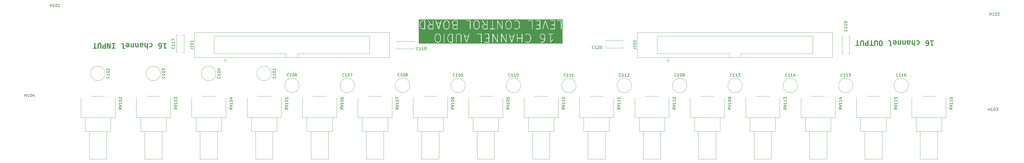
<source format=gbr>
%TF.GenerationSoftware,KiCad,Pcbnew,9.99.0-unknown-5ab735eb93~182~ubuntu22.04.1*%
%TF.CreationDate,2025-07-05T18:58:22+02:00*%
%TF.ProjectId,CP70_potmeters,43503730-5f70-46f7-946d-65746572732e,rev?*%
%TF.SameCoordinates,Original*%
%TF.FileFunction,Legend,Top*%
%TF.FilePolarity,Positive*%
%FSLAX46Y46*%
G04 Gerber Fmt 4.6, Leading zero omitted, Abs format (unit mm)*
G04 Created by KiCad (PCBNEW 9.99.0-unknown-5ab735eb93~182~ubuntu22.04.1) date 2025-07-05 18:58:22*
%MOMM*%
%LPD*%
G01*
G04 APERTURE LIST*
%ADD10C,0.300000*%
%ADD11C,0.200000*%
%ADD12C,0.150000*%
%ADD13C,0.120000*%
G04 APERTURE END LIST*
D10*
G36*
X371743178Y-60691709D02*
G01*
X371292306Y-60691709D01*
X371292306Y-62020390D01*
X371711671Y-61910969D01*
X371711671Y-62278311D01*
X371289497Y-62379916D01*
X370900174Y-62379916D01*
X370900174Y-60691709D01*
X370449302Y-60691709D01*
X370449302Y-60340000D01*
X371743178Y-60340000D01*
X371743178Y-60691709D01*
G37*
G36*
X369575994Y-60312243D02*
G01*
X369701223Y-60344043D01*
X369806289Y-60394259D01*
X369894519Y-60462521D01*
X369968021Y-60550170D01*
X370022009Y-60647106D01*
X370067893Y-60770432D01*
X370104001Y-60925446D01*
X370127933Y-61118180D01*
X370136671Y-61355317D01*
X370126583Y-61576183D01*
X370098525Y-61760983D01*
X370055285Y-61914867D01*
X369998869Y-62042414D01*
X369930408Y-62147519D01*
X369842328Y-62240139D01*
X369739099Y-62312527D01*
X369618520Y-62365746D01*
X369477347Y-62399304D01*
X369311496Y-62411179D01*
X369215364Y-62405916D01*
X369114148Y-62389685D01*
X369012776Y-62363121D01*
X368908496Y-62325205D01*
X368908496Y-61957864D01*
X369016677Y-62013683D01*
X369115491Y-62051653D01*
X369214138Y-62075345D01*
X369306001Y-62082916D01*
X369413364Y-62073076D01*
X369502360Y-62045369D01*
X369576630Y-62001087D01*
X369638660Y-61939546D01*
X369685538Y-61866121D01*
X369722142Y-61773892D01*
X369747146Y-61658891D01*
X369758217Y-61516395D01*
X369685138Y-61593231D01*
X369594330Y-61648164D01*
X369488897Y-61680530D01*
X369359368Y-61692128D01*
X369223457Y-61680155D01*
X369109750Y-61646360D01*
X369013988Y-61592342D01*
X368933164Y-61517494D01*
X368870594Y-61427021D01*
X368823737Y-61317135D01*
X368793645Y-61183920D01*
X368782833Y-61022536D01*
X368784426Y-60999699D01*
X369165317Y-60999699D01*
X369174373Y-61117984D01*
X369198757Y-61207873D01*
X369235659Y-61275572D01*
X369288786Y-61328594D01*
X369354592Y-61360449D01*
X369437159Y-61371681D01*
X369519733Y-61360487D01*
X369585049Y-61328837D01*
X369637316Y-61276304D01*
X369673404Y-61209076D01*
X369697378Y-61119028D01*
X369706315Y-60999699D01*
X369697402Y-60881386D01*
X369673452Y-60791770D01*
X369637316Y-60724560D01*
X369585049Y-60672027D01*
X369519733Y-60640378D01*
X369437159Y-60629183D01*
X369354533Y-60640347D01*
X369288729Y-60671982D01*
X369235659Y-60724560D01*
X369198777Y-60791877D01*
X369174384Y-60881497D01*
X369165317Y-60999699D01*
X368784426Y-60999699D01*
X368794865Y-60850046D01*
X368828455Y-60706987D01*
X368881007Y-60588273D01*
X368951605Y-60489842D01*
X369041910Y-60409020D01*
X369148707Y-60350535D01*
X369275299Y-60313900D01*
X369426290Y-60300921D01*
X369575994Y-60312243D01*
G37*
G36*
X365497522Y-60418157D02*
G01*
X365602074Y-60366996D01*
X365714776Y-60330230D01*
X365833621Y-60308451D01*
X365964759Y-60300921D01*
X366106992Y-60310386D01*
X366230925Y-60337365D01*
X366339336Y-60380437D01*
X366434504Y-60439171D01*
X366518091Y-60514145D01*
X366602274Y-60625849D01*
X366664271Y-60758549D01*
X366703539Y-60916368D01*
X366717515Y-61104602D01*
X366703450Y-61293468D01*
X366663926Y-61451807D01*
X366601517Y-61584941D01*
X366516748Y-61697013D01*
X366432597Y-61772313D01*
X366336987Y-61831261D01*
X366228278Y-61874457D01*
X366104221Y-61901492D01*
X365962072Y-61910969D01*
X365840689Y-61903718D01*
X365725034Y-61882271D01*
X365612344Y-61846321D01*
X365497522Y-61793733D01*
X365497522Y-61426392D01*
X365589584Y-61493311D01*
X365689497Y-61542285D01*
X365795906Y-61572604D01*
X365906018Y-61582707D01*
X366002207Y-61574175D01*
X366082485Y-61550114D01*
X366149924Y-61511669D01*
X366206681Y-61458387D01*
X366262489Y-61369636D01*
X366298586Y-61254222D01*
X366311828Y-61104602D01*
X366298555Y-60954990D01*
X366262436Y-60840083D01*
X366206681Y-60752159D01*
X366150011Y-60699517D01*
X366082607Y-60661476D01*
X366002299Y-60637640D01*
X365906018Y-60629183D01*
X365792710Y-60639027D01*
X365688764Y-60667896D01*
X365591579Y-60715926D01*
X365497522Y-60785498D01*
X365497522Y-60418157D01*
G37*
G36*
X363799546Y-61336144D02*
G01*
X363799546Y-60340000D01*
X364197173Y-60340000D01*
X364197173Y-61274473D01*
X364203762Y-61385170D01*
X364220597Y-61461141D01*
X364244312Y-61511388D01*
X364280990Y-61550045D01*
X364330717Y-61573985D01*
X364397941Y-61582707D01*
X364465581Y-61571946D01*
X364521510Y-61540552D01*
X364568789Y-61486109D01*
X364601050Y-61418823D01*
X364622349Y-61331284D01*
X364630216Y-61218297D01*
X364630216Y-60340000D01*
X365027843Y-60340000D01*
X365027843Y-62465889D01*
X364630216Y-62465889D01*
X364630216Y-61644256D01*
X364594574Y-61723932D01*
X364546497Y-61788912D01*
X364485380Y-61841238D01*
X364414137Y-61879266D01*
X364332496Y-61902758D01*
X364238084Y-61910969D01*
X364131488Y-61901038D01*
X364043614Y-61873121D01*
X363970691Y-61828530D01*
X363910188Y-61766500D01*
X363865246Y-61692814D01*
X363830626Y-61599523D01*
X363807863Y-61482329D01*
X363799546Y-61336144D01*
G37*
G36*
X363028363Y-60310626D02*
G01*
X363137129Y-60337858D01*
X363228229Y-60380792D01*
X363304588Y-60439040D01*
X363366553Y-60512421D01*
X363411645Y-60599202D01*
X363439984Y-60702051D01*
X363450034Y-60824577D01*
X363437908Y-60956488D01*
X363404100Y-61063268D01*
X363350572Y-61150070D01*
X363276622Y-61220373D01*
X363188610Y-61271578D01*
X363074090Y-61311659D01*
X362926860Y-61338374D01*
X362739654Y-61348234D01*
X362462316Y-61348234D01*
X362462316Y-61413569D01*
X362470636Y-61475845D01*
X362494036Y-61524614D01*
X362532658Y-61563168D01*
X362582272Y-61589640D01*
X362649562Y-61607338D01*
X362739654Y-61613970D01*
X362881369Y-61604567D01*
X363017725Y-61576601D01*
X363151924Y-61529625D01*
X363298482Y-61457655D01*
X363298482Y-61801549D01*
X363164412Y-61850407D01*
X363029326Y-61884225D01*
X362890277Y-61904126D01*
X362739654Y-61910969D01*
X362547928Y-61898993D01*
X362402912Y-61866988D01*
X362294825Y-61819449D01*
X362215753Y-61758684D01*
X362156102Y-61679189D01*
X362108890Y-61568237D01*
X362076788Y-61416820D01*
X362064689Y-61213900D01*
X362064689Y-61031573D01*
X362462316Y-61031573D01*
X362462316Y-61059050D01*
X362622173Y-61059050D01*
X362772532Y-61050744D01*
X362872170Y-61029872D01*
X362935048Y-61001165D01*
X362982714Y-60955819D01*
X363012728Y-60891950D01*
X363023831Y-60802962D01*
X363016493Y-60735778D01*
X362995833Y-60681183D01*
X362962404Y-60636388D01*
X362917858Y-60602720D01*
X362863254Y-60581886D01*
X362795708Y-60574473D01*
X362696160Y-60588385D01*
X362615743Y-60628135D01*
X362549755Y-60694884D01*
X362503588Y-60779700D01*
X362473415Y-60889690D01*
X362462316Y-61031573D01*
X362064689Y-61031573D01*
X362064689Y-60340000D01*
X362462316Y-60340000D01*
X362462316Y-60508405D01*
X362544768Y-60420358D01*
X362648185Y-60354776D01*
X362766037Y-60314668D01*
X362898168Y-60300921D01*
X363028363Y-60310626D01*
G37*
G36*
X360430949Y-61333946D02*
G01*
X360430949Y-60340000D01*
X360828576Y-60340000D01*
X360828576Y-61272397D01*
X360835167Y-61383854D01*
X360852008Y-61460334D01*
X360875715Y-61510900D01*
X360912433Y-61549850D01*
X360962164Y-61573938D01*
X361029344Y-61582707D01*
X361096093Y-61571966D01*
X361151817Y-61540481D01*
X361199459Y-61485621D01*
X361232113Y-61417961D01*
X361253661Y-61329946D01*
X361261618Y-61216343D01*
X361261618Y-60340000D01*
X361659246Y-60340000D01*
X361659246Y-61871891D01*
X361261618Y-61871891D01*
X361261618Y-61641692D01*
X361225936Y-61722196D01*
X361177845Y-61787769D01*
X361116782Y-61840505D01*
X361045492Y-61878952D01*
X360963855Y-61902680D01*
X360869487Y-61910969D01*
X360762926Y-61901011D01*
X360675062Y-61873013D01*
X360602126Y-61828277D01*
X360541591Y-61766011D01*
X360496660Y-61692045D01*
X360462038Y-61598386D01*
X360439269Y-61480721D01*
X360430949Y-61333946D01*
G37*
G36*
X358746650Y-61333946D02*
G01*
X358746650Y-60340000D01*
X359144277Y-60340000D01*
X359144277Y-61272397D01*
X359150869Y-61383854D01*
X359167709Y-61460334D01*
X359191416Y-61510900D01*
X359228134Y-61549850D01*
X359277866Y-61573938D01*
X359345045Y-61582707D01*
X359411794Y-61571966D01*
X359467518Y-61540481D01*
X359515160Y-61485621D01*
X359547814Y-61417961D01*
X359569362Y-61329946D01*
X359577320Y-61216343D01*
X359577320Y-60340000D01*
X359974947Y-60340000D01*
X359974947Y-61871891D01*
X359577320Y-61871891D01*
X359577320Y-61641692D01*
X359541637Y-61722196D01*
X359493546Y-61787769D01*
X359432484Y-61840505D01*
X359361193Y-61878952D01*
X359279556Y-61902680D01*
X359185188Y-61910969D01*
X359078627Y-61901011D01*
X358990763Y-61873013D01*
X358917827Y-61828277D01*
X358857292Y-61766011D01*
X358812362Y-61692045D01*
X358777739Y-61598386D01*
X358754970Y-61480721D01*
X358746650Y-61333946D01*
G37*
G36*
X357766516Y-60310392D02*
G01*
X357900282Y-60337123D01*
X358014855Y-60379243D01*
X358113068Y-60435826D01*
X358197103Y-60506939D01*
X358266963Y-60591927D01*
X358322676Y-60691257D01*
X358364213Y-60807143D01*
X358390597Y-60942424D01*
X358399947Y-61100450D01*
X358386308Y-61287690D01*
X358347887Y-61445769D01*
X358287115Y-61579648D01*
X358204553Y-61693227D01*
X358122079Y-61770549D01*
X358029301Y-61830603D01*
X357924777Y-61874294D01*
X357806443Y-61901478D01*
X357671737Y-61910969D01*
X357503382Y-61897025D01*
X357362433Y-61857739D01*
X357243817Y-61795251D01*
X357143806Y-61709347D01*
X357064869Y-61603846D01*
X357006407Y-61477071D01*
X356969173Y-61324759D01*
X356965769Y-61277892D01*
X357358862Y-61277892D01*
X357370331Y-61380417D01*
X357398128Y-61458287D01*
X357440195Y-61517128D01*
X357497596Y-61560526D01*
X357572948Y-61588210D01*
X357671737Y-61598339D01*
X357760216Y-61588369D01*
X357832304Y-61560220D01*
X357891678Y-61514441D01*
X357937122Y-61453879D01*
X357969867Y-61376024D01*
X357988642Y-61276549D01*
X357358862Y-61277892D01*
X356965769Y-61277892D01*
X356955861Y-61141482D01*
X356955861Y-60980893D01*
X357992794Y-60980893D01*
X357979006Y-60864849D01*
X357942921Y-60776974D01*
X357886304Y-60710516D01*
X357810910Y-60663743D01*
X357708820Y-60632879D01*
X357571964Y-60621367D01*
X357435182Y-60631172D01*
X357300122Y-60660690D01*
X357166588Y-60710007D01*
X357019975Y-60785498D01*
X357019975Y-60418157D01*
X357161076Y-60366747D01*
X357304152Y-60330230D01*
X357451437Y-60308406D01*
X357610188Y-60300921D01*
X357766516Y-60310392D01*
G37*
G36*
X356312526Y-60976618D02*
G01*
X356312526Y-62161074D01*
X356718335Y-62161074D01*
X356718335Y-62465889D01*
X355912212Y-62465889D01*
X355912212Y-60976618D01*
X355904399Y-60856078D01*
X355884462Y-60774008D01*
X355856280Y-60720163D01*
X355813268Y-60680183D01*
X355752126Y-60654441D01*
X355666381Y-60644815D01*
X355346667Y-60644815D01*
X355346667Y-60340000D01*
X355778367Y-60340000D01*
X355922157Y-60350952D01*
X356034338Y-60380793D01*
X356121388Y-60426477D01*
X356188206Y-60487156D01*
X356237534Y-60562660D01*
X356276467Y-60664576D01*
X356302723Y-60799812D01*
X356312526Y-60976618D01*
G37*
G36*
X352770729Y-60312486D02*
G01*
X352891006Y-60345478D01*
X352995466Y-60398611D01*
X353086666Y-60472348D01*
X353166067Y-60568855D01*
X353225748Y-60674420D01*
X353275278Y-60802214D01*
X353313390Y-60956001D01*
X353338152Y-61140083D01*
X353347051Y-61359225D01*
X353338141Y-61579069D01*
X353313357Y-61763590D01*
X353275231Y-61917603D01*
X353225707Y-62045451D01*
X353166067Y-62150938D01*
X353086660Y-62247496D01*
X352995455Y-62321266D01*
X352890996Y-62374421D01*
X352770721Y-62407425D01*
X352631175Y-62418995D01*
X352490968Y-62407404D01*
X352370262Y-62374359D01*
X352265564Y-62321175D01*
X352174284Y-62247418D01*
X352094940Y-62150938D01*
X352035256Y-62045444D01*
X351985700Y-61917592D01*
X351947549Y-61763579D01*
X351922750Y-61579062D01*
X351913834Y-61359225D01*
X352333321Y-61359225D01*
X352343361Y-61608081D01*
X352368963Y-61780095D01*
X352404396Y-61893995D01*
X352447645Y-61969664D01*
X352498912Y-62019788D01*
X352559076Y-62049283D01*
X352631175Y-62059469D01*
X352702507Y-62049325D01*
X352762227Y-62019900D01*
X352813314Y-61969787D01*
X352856612Y-61893995D01*
X352891982Y-61780101D01*
X352917541Y-61608087D01*
X352927564Y-61359225D01*
X352917555Y-61111388D01*
X352892008Y-60939742D01*
X352856612Y-60825799D01*
X352813320Y-60750071D01*
X352762237Y-60699994D01*
X352702515Y-60670585D01*
X352631175Y-60660446D01*
X352559068Y-60670627D01*
X352498902Y-60700106D01*
X352447639Y-60750194D01*
X352404396Y-60825799D01*
X352368938Y-60939748D01*
X352343347Y-61111393D01*
X352333321Y-61359225D01*
X351913834Y-61359225D01*
X351922739Y-61140090D01*
X351947516Y-60956012D01*
X351985652Y-60802224D01*
X352035216Y-60674427D01*
X352094940Y-60568855D01*
X352174277Y-60472426D01*
X352265554Y-60398702D01*
X352370252Y-60345541D01*
X352490961Y-60312507D01*
X352631175Y-60300921D01*
X352770729Y-60312486D01*
G37*
G36*
X351643579Y-61095198D02*
G01*
X351643579Y-62379916D01*
X351240579Y-62379916D01*
X351240579Y-60994204D01*
X351231008Y-60895176D01*
X351204538Y-60816895D01*
X351162787Y-60754846D01*
X351105662Y-60707631D01*
X351035040Y-60678592D01*
X350946877Y-60668262D01*
X350858634Y-60678598D01*
X350788020Y-60707641D01*
X350730966Y-60754846D01*
X350689145Y-60816904D01*
X350662636Y-60895186D01*
X350653053Y-60994204D01*
X350653053Y-62379916D01*
X350250052Y-62379916D01*
X350250052Y-61095198D01*
X350262772Y-60881747D01*
X350297170Y-60715496D01*
X350348862Y-60587366D01*
X350415404Y-60489842D01*
X350484243Y-60425779D01*
X350568660Y-60374188D01*
X350671381Y-60335176D01*
X350795988Y-60309987D01*
X350946755Y-60300921D01*
X351130174Y-60314845D01*
X351274959Y-60352974D01*
X351388820Y-60411643D01*
X351477616Y-60489842D01*
X351544428Y-60587410D01*
X351596307Y-60715559D01*
X351630819Y-60881797D01*
X351643579Y-61095198D01*
G37*
G36*
X349060345Y-60340000D02*
G01*
X349463346Y-60340000D01*
X349463346Y-62028206D01*
X349981140Y-62028206D01*
X349981140Y-62379916D01*
X348542550Y-62379916D01*
X348542550Y-62028206D01*
X349060345Y-62028206D01*
X349060345Y-60340000D01*
G37*
G36*
X348198534Y-62379916D02*
G01*
X347645202Y-62379916D01*
X347426977Y-62368103D01*
X347259342Y-62336416D01*
X347132423Y-62289388D01*
X347037892Y-62229829D01*
X346960844Y-62148665D01*
X346903460Y-62044380D01*
X346866311Y-61911578D01*
X346852756Y-61742930D01*
X347272121Y-61742930D01*
X347282699Y-61850734D01*
X347310426Y-61925595D01*
X347352110Y-61976427D01*
X347409928Y-62010497D01*
X347498728Y-62034449D01*
X347630181Y-62043838D01*
X347795411Y-62043838D01*
X347795411Y-61442023D01*
X347630181Y-61442023D01*
X347498716Y-61451396D01*
X347409917Y-61475308D01*
X347352110Y-61509312D01*
X347310421Y-61560217D01*
X347282696Y-61635126D01*
X347272121Y-61742930D01*
X346852756Y-61742930D01*
X346866309Y-61574286D01*
X346903456Y-61441459D01*
X346960840Y-61337130D01*
X347037892Y-61255910D01*
X347132414Y-61196403D01*
X347259329Y-61149413D01*
X347426967Y-61117750D01*
X347645202Y-61105945D01*
X347795411Y-61105945D01*
X347795411Y-60340000D01*
X348198534Y-60340000D01*
X348198534Y-62379916D01*
G37*
G36*
X346590683Y-61095198D02*
G01*
X346590683Y-62379916D01*
X346187683Y-62379916D01*
X346187683Y-60994204D01*
X346178112Y-60895176D01*
X346151642Y-60816895D01*
X346109891Y-60754846D01*
X346052766Y-60707631D01*
X345982144Y-60678592D01*
X345893981Y-60668262D01*
X345805738Y-60678598D01*
X345735124Y-60707641D01*
X345678070Y-60754846D01*
X345636249Y-60816904D01*
X345609740Y-60895186D01*
X345600157Y-60994204D01*
X345600157Y-62379916D01*
X345197156Y-62379916D01*
X345197156Y-61095198D01*
X345209876Y-60881747D01*
X345244274Y-60715496D01*
X345295966Y-60587366D01*
X345362508Y-60489842D01*
X345431347Y-60425779D01*
X345515764Y-60374188D01*
X345618485Y-60335176D01*
X345743092Y-60309987D01*
X345893859Y-60300921D01*
X346077278Y-60314845D01*
X346222063Y-60352974D01*
X346335924Y-60411643D01*
X346424720Y-60489842D01*
X346491532Y-60587410D01*
X346543411Y-60715559D01*
X346577923Y-60881797D01*
X346590683Y-61095198D01*
G37*
G36*
X344007449Y-60340000D02*
G01*
X344410450Y-60340000D01*
X344410450Y-62028206D01*
X344928244Y-62028206D01*
X344928244Y-62379916D01*
X343489654Y-62379916D01*
X343489654Y-62028206D01*
X344007449Y-62028206D01*
X344007449Y-60340000D01*
G37*
D11*
G36*
X193205334Y-58264417D02*
G01*
X193459988Y-58519070D01*
X193593142Y-59051684D01*
X193593142Y-60027065D01*
X193459988Y-60559678D01*
X193205334Y-60814331D01*
X192955249Y-60939374D01*
X192431035Y-60939374D01*
X192180948Y-60814330D01*
X191926295Y-60559677D01*
X191793142Y-60027064D01*
X191793142Y-59051683D01*
X191926294Y-58519072D01*
X192180948Y-58264417D01*
X192431035Y-58139374D01*
X192955249Y-58139374D01*
X193205334Y-58264417D01*
G37*
G36*
X197878856Y-60939374D02*
G01*
X197280796Y-60939374D01*
X196890017Y-60809114D01*
X196632469Y-60551566D01*
X196501778Y-60290185D01*
X196364570Y-59741350D01*
X196364570Y-59337398D01*
X196501778Y-58788563D01*
X196632469Y-58527183D01*
X196890017Y-58269634D01*
X197280797Y-58139374D01*
X197878856Y-58139374D01*
X197878856Y-60939374D01*
G37*
G36*
X231062477Y-58264417D02*
G01*
X231182384Y-58384324D01*
X231307427Y-58634410D01*
X231307427Y-59301482D01*
X231182384Y-59551567D01*
X231062476Y-59671474D01*
X230812391Y-59796517D01*
X230288177Y-59796517D01*
X230038090Y-59671473D01*
X229918183Y-59551567D01*
X229793141Y-59301482D01*
X229793141Y-58634410D01*
X229918183Y-58384324D01*
X230038089Y-58264418D01*
X230288177Y-58139374D01*
X230812391Y-58139374D01*
X231062477Y-58264417D01*
G37*
G36*
X203121712Y-60723147D02*
G01*
X202546170Y-58996517D01*
X203697256Y-58996517D01*
X203121712Y-60723147D01*
G37*
G36*
X219407426Y-60723147D02*
G01*
X218831884Y-58996517D01*
X219982970Y-58996517D01*
X219407426Y-60723147D01*
G37*
G36*
X187878857Y-56109542D02*
G01*
X187280797Y-56109542D01*
X186890018Y-55979282D01*
X186632470Y-55721734D01*
X186501779Y-55460353D01*
X186364571Y-54911518D01*
X186364571Y-54507566D01*
X186501779Y-53958731D01*
X186632470Y-53697351D01*
X186890018Y-53439802D01*
X187280798Y-53309542D01*
X187878857Y-53309542D01*
X187878857Y-56109542D01*
G37*
G36*
X190878857Y-56109542D02*
G01*
X189859607Y-56109542D01*
X189609520Y-55984499D01*
X189489613Y-55864591D01*
X189364571Y-55614507D01*
X189364571Y-55233149D01*
X189489613Y-54983064D01*
X189609520Y-54863156D01*
X189859607Y-54738114D01*
X190878857Y-54738114D01*
X190878857Y-56109542D01*
G37*
G36*
X196348192Y-53434585D02*
G01*
X196602846Y-53689238D01*
X196736000Y-54221852D01*
X196736000Y-55197233D01*
X196602846Y-55729846D01*
X196348192Y-55984499D01*
X196098107Y-56109542D01*
X195573893Y-56109542D01*
X195323806Y-55984498D01*
X195069153Y-55729845D01*
X194936000Y-55197232D01*
X194936000Y-54221851D01*
X195069152Y-53689240D01*
X195323806Y-53434585D01*
X195573893Y-53309542D01*
X196098107Y-53309542D01*
X196348192Y-53434585D01*
G37*
G36*
X199593143Y-56109542D02*
G01*
X198716750Y-56109542D01*
X198466663Y-55984498D01*
X198346756Y-55864592D01*
X198221714Y-55614507D01*
X198221714Y-55376006D01*
X198346756Y-55125920D01*
X198466663Y-55006014D01*
X198716750Y-54880971D01*
X199593143Y-54880971D01*
X199593143Y-56109542D01*
G37*
G36*
X199593143Y-54680971D02*
G01*
X198709369Y-54680971D01*
X198318589Y-54550711D01*
X198203899Y-54436020D01*
X198078857Y-54185935D01*
X198078857Y-53804578D01*
X198203899Y-53554493D01*
X198323806Y-53434585D01*
X198573893Y-53309542D01*
X199593143Y-53309542D01*
X199593143Y-54680971D01*
G37*
G36*
X207205334Y-53434585D02*
G01*
X207459988Y-53689238D01*
X207593142Y-54221852D01*
X207593142Y-55197233D01*
X207459988Y-55729846D01*
X207205334Y-55984499D01*
X206955249Y-56109542D01*
X206431035Y-56109542D01*
X206180948Y-55984498D01*
X205926295Y-55729845D01*
X205793142Y-55197232D01*
X205793142Y-54221851D01*
X205926294Y-53689240D01*
X206180948Y-53434585D01*
X206431035Y-53309542D01*
X206955249Y-53309542D01*
X207205334Y-53434585D01*
G37*
G36*
X210450285Y-56109542D02*
G01*
X209431035Y-56109542D01*
X209180948Y-55984499D01*
X209061041Y-55864591D01*
X208935999Y-55614507D01*
X208935999Y-55233149D01*
X209061041Y-54983064D01*
X209180948Y-54863156D01*
X209431035Y-54738114D01*
X210450285Y-54738114D01*
X210450285Y-56109542D01*
G37*
G36*
X218776762Y-53434585D02*
G01*
X219031416Y-53689238D01*
X219164570Y-54221852D01*
X219164570Y-55197233D01*
X219031416Y-55729846D01*
X218776762Y-55984499D01*
X218526677Y-56109542D01*
X218002463Y-56109542D01*
X217752376Y-55984498D01*
X217497723Y-55729845D01*
X217364570Y-55197232D01*
X217364570Y-54221851D01*
X217497722Y-53689240D01*
X217752376Y-53434585D01*
X218002463Y-53309542D01*
X218526677Y-53309542D01*
X218776762Y-53434585D01*
G37*
G36*
X192978856Y-55893315D02*
G01*
X192403314Y-54166685D01*
X193554400Y-54166685D01*
X192978856Y-55893315D01*
G37*
G36*
X237697903Y-61472707D02*
G01*
X185831238Y-61472707D01*
X185831238Y-59039374D01*
X191593142Y-59039374D01*
X191593142Y-60039374D01*
X191593477Y-60042776D01*
X191593260Y-60044235D01*
X191594339Y-60051532D01*
X191595063Y-60058883D01*
X191595627Y-60060246D01*
X191596128Y-60063628D01*
X191738985Y-60635056D01*
X191745580Y-60653517D01*
X191750006Y-60659491D01*
X191752852Y-60666360D01*
X191765288Y-60681514D01*
X192051003Y-60967228D01*
X192058669Y-60973520D01*
X192060401Y-60975517D01*
X192063408Y-60977410D01*
X192066156Y-60979665D01*
X192068597Y-60980676D01*
X192076992Y-60985960D01*
X192362707Y-61128817D01*
X192381015Y-61135823D01*
X192384598Y-61136077D01*
X192387919Y-61137453D01*
X192407428Y-61139374D01*
X192978856Y-61139374D01*
X192998365Y-61137453D01*
X193001685Y-61136077D01*
X193005269Y-61135823D01*
X193023577Y-61128817D01*
X193309292Y-60985960D01*
X193317690Y-60980673D01*
X193320128Y-60979664D01*
X193322871Y-60977412D01*
X193325883Y-60975517D01*
X193327615Y-60973519D01*
X193335282Y-60967228D01*
X193620996Y-60681513D01*
X193633433Y-60666360D01*
X193636278Y-60659489D01*
X193640704Y-60653517D01*
X193647299Y-60635057D01*
X193790156Y-60063628D01*
X193790656Y-60060246D01*
X193791221Y-60058883D01*
X193791944Y-60051534D01*
X193793024Y-60044236D01*
X193792806Y-60042777D01*
X193793142Y-60039374D01*
X193793142Y-59039374D01*
X193792806Y-59035971D01*
X193793024Y-59034513D01*
X193791944Y-59027216D01*
X193791221Y-59019865D01*
X193790655Y-59018500D01*
X193790156Y-59015121D01*
X193647299Y-58443692D01*
X193640704Y-58425232D01*
X193636278Y-58419259D01*
X193633433Y-58412389D01*
X193620996Y-58397236D01*
X193335282Y-58111521D01*
X193327611Y-58105226D01*
X193325882Y-58103232D01*
X193322874Y-58101338D01*
X193320128Y-58099085D01*
X193317688Y-58098074D01*
X193309292Y-58092789D01*
X193202462Y-58039374D01*
X194878856Y-58039374D01*
X194878856Y-61039374D01*
X194880777Y-61058883D01*
X194895709Y-61094931D01*
X194923299Y-61122521D01*
X194959347Y-61137453D01*
X194998365Y-61137453D01*
X195034413Y-61122521D01*
X195062003Y-61094931D01*
X195076935Y-61058883D01*
X195078856Y-61039374D01*
X195078856Y-59325089D01*
X196164570Y-59325089D01*
X196164570Y-59753660D01*
X196164905Y-59757062D01*
X196164688Y-59758521D01*
X196165767Y-59765818D01*
X196166491Y-59773169D01*
X196167055Y-59774532D01*
X196167556Y-59777914D01*
X196310413Y-60349342D01*
X196310926Y-60350779D01*
X196310978Y-60351502D01*
X196314086Y-60359626D01*
X196317008Y-60367803D01*
X196317438Y-60368383D01*
X196317984Y-60369810D01*
X196460841Y-60655524D01*
X196466126Y-60663920D01*
X196467137Y-60666361D01*
X196469390Y-60669107D01*
X196471284Y-60672115D01*
X196473279Y-60673845D01*
X196479573Y-60681514D01*
X196765288Y-60967228D01*
X196780442Y-60979664D01*
X196783759Y-60981038D01*
X196786476Y-60983394D01*
X196804376Y-60991385D01*
X197232947Y-61134242D01*
X197242619Y-61136441D01*
X197245061Y-61137453D01*
X197248598Y-61137801D01*
X197252062Y-61138589D01*
X197254696Y-61138401D01*
X197264570Y-61139374D01*
X197978856Y-61139374D01*
X197998365Y-61137453D01*
X198034413Y-61122521D01*
X198062003Y-61094931D01*
X198076935Y-61058883D01*
X198078856Y-61039374D01*
X198078856Y-58610803D01*
X199307427Y-58610803D01*
X199307427Y-61039374D01*
X199309348Y-61058883D01*
X199324280Y-61094931D01*
X199351870Y-61122521D01*
X199387918Y-61137453D01*
X199426936Y-61137453D01*
X199462984Y-61122521D01*
X199490574Y-61094931D01*
X199505506Y-61058883D01*
X199507427Y-61039374D01*
X199507427Y-58634410D01*
X199632469Y-58384325D01*
X199752376Y-58264417D01*
X200002463Y-58139374D01*
X200526677Y-58139374D01*
X200776763Y-58264417D01*
X200896670Y-58384324D01*
X201021713Y-58634410D01*
X201021713Y-61039374D01*
X201023634Y-61058883D01*
X201038566Y-61094931D01*
X201066156Y-61122521D01*
X201102204Y-61137453D01*
X201141222Y-61137453D01*
X201177270Y-61122521D01*
X201204860Y-61094931D01*
X201219792Y-61058883D01*
X201221713Y-61039374D01*
X201221713Y-58610803D01*
X201219792Y-58591294D01*
X201218416Y-58587973D01*
X201218162Y-58584390D01*
X201211156Y-58566082D01*
X201068299Y-58280368D01*
X201063013Y-58271971D01*
X201062003Y-58269531D01*
X201059749Y-58266785D01*
X201057856Y-58263777D01*
X201055858Y-58262044D01*
X201049566Y-58254378D01*
X200906710Y-58111521D01*
X200899039Y-58105226D01*
X200897310Y-58103232D01*
X200894302Y-58101338D01*
X200891556Y-58099085D01*
X200889116Y-58098074D01*
X200880720Y-58092789D01*
X200798904Y-58051881D01*
X202022498Y-58051881D01*
X202026845Y-58070997D01*
X203026845Y-61070997D01*
X203034836Y-61088897D01*
X203039519Y-61094296D01*
X203042714Y-61100686D01*
X203052186Y-61108901D01*
X203060402Y-61118374D01*
X203066791Y-61121568D01*
X203072190Y-61126251D01*
X203084086Y-61130216D01*
X203095300Y-61135823D01*
X203102427Y-61136329D01*
X203109206Y-61138589D01*
X203121708Y-61137700D01*
X203134221Y-61138590D01*
X203141002Y-61136329D01*
X203148126Y-61135823D01*
X203159335Y-61130217D01*
X203171236Y-61126251D01*
X203176635Y-61121567D01*
X203183025Y-61118373D01*
X203191240Y-61108901D01*
X203200712Y-61100686D01*
X203203906Y-61094296D01*
X203208590Y-61088897D01*
X203216581Y-61070997D01*
X204216581Y-58070996D01*
X204220928Y-58051881D01*
X204218653Y-58019865D01*
X206880776Y-58019865D01*
X206880776Y-58058883D01*
X206895708Y-58094931D01*
X206923298Y-58122521D01*
X206959346Y-58137453D01*
X206978855Y-58139374D01*
X208307427Y-58139374D01*
X208307427Y-61039374D01*
X208309348Y-61058883D01*
X208324280Y-61094931D01*
X208351870Y-61122521D01*
X208387918Y-61137453D01*
X208426936Y-61137453D01*
X208462984Y-61122521D01*
X208490574Y-61094931D01*
X208505506Y-61058883D01*
X208507427Y-61039374D01*
X208507427Y-58039374D01*
X208505506Y-58019865D01*
X209595062Y-58019865D01*
X209595062Y-58058883D01*
X209609994Y-58094931D01*
X209637584Y-58122521D01*
X209673632Y-58137453D01*
X209693141Y-58139374D01*
X211021713Y-58139374D01*
X211021713Y-59510803D01*
X210121713Y-59510803D01*
X210102204Y-59512724D01*
X210066156Y-59527656D01*
X210038566Y-59555246D01*
X210023634Y-59591294D01*
X210023634Y-59630312D01*
X210038566Y-59666360D01*
X210066156Y-59693950D01*
X210102204Y-59708882D01*
X210121713Y-59710803D01*
X211021713Y-59710803D01*
X211021713Y-60939374D01*
X209693141Y-60939374D01*
X209673632Y-60941295D01*
X209637584Y-60956227D01*
X209609994Y-60983817D01*
X209595062Y-61019865D01*
X209595062Y-61058883D01*
X209609994Y-61094931D01*
X209637584Y-61122521D01*
X209673632Y-61137453D01*
X209693141Y-61139374D01*
X211121713Y-61139374D01*
X211141222Y-61137453D01*
X211177270Y-61122521D01*
X211204860Y-61094931D01*
X211219792Y-61058883D01*
X211221713Y-61039374D01*
X211221713Y-58039374D01*
X212450284Y-58039374D01*
X212450284Y-61039374D01*
X212452205Y-61058883D01*
X212467137Y-61094931D01*
X212494727Y-61122521D01*
X212530775Y-61137453D01*
X212569793Y-61137453D01*
X212605841Y-61122521D01*
X212633431Y-61094931D01*
X212648363Y-61058883D01*
X212650284Y-61039374D01*
X212650284Y-58415930D01*
X214177745Y-61088987D01*
X214180664Y-61093099D01*
X214181423Y-61094931D01*
X214183289Y-61096797D01*
X214189093Y-61104973D01*
X214199607Y-61113115D01*
X214209013Y-61122521D01*
X214214903Y-61124960D01*
X214219942Y-61128863D01*
X214232767Y-61132360D01*
X214245061Y-61137453D01*
X214251440Y-61137453D01*
X214257585Y-61139129D01*
X214270771Y-61137453D01*
X214284079Y-61137453D01*
X214289970Y-61135012D01*
X214296292Y-61134209D01*
X214307837Y-61127611D01*
X214320127Y-61122521D01*
X214324634Y-61118013D01*
X214330169Y-61114851D01*
X214338310Y-61104337D01*
X214347717Y-61094931D01*
X214350157Y-61089038D01*
X214354059Y-61084001D01*
X214357557Y-61071175D01*
X214362649Y-61058883D01*
X214363631Y-61048903D01*
X214364326Y-61046358D01*
X214364075Y-61044391D01*
X214364570Y-61039374D01*
X214364570Y-58039374D01*
X215593141Y-58039374D01*
X215593141Y-61039374D01*
X215595062Y-61058883D01*
X215609994Y-61094931D01*
X215637584Y-61122521D01*
X215673632Y-61137453D01*
X215712650Y-61137453D01*
X215748698Y-61122521D01*
X215776288Y-61094931D01*
X215791220Y-61058883D01*
X215793141Y-61039374D01*
X215793141Y-58415930D01*
X217320602Y-61088987D01*
X217323521Y-61093099D01*
X217324280Y-61094931D01*
X217326146Y-61096797D01*
X217331950Y-61104973D01*
X217342464Y-61113115D01*
X217351870Y-61122521D01*
X217357760Y-61124960D01*
X217362799Y-61128863D01*
X217375624Y-61132360D01*
X217387918Y-61137453D01*
X217394297Y-61137453D01*
X217400442Y-61139129D01*
X217413628Y-61137453D01*
X217426936Y-61137453D01*
X217432827Y-61135012D01*
X217439149Y-61134209D01*
X217450694Y-61127611D01*
X217462984Y-61122521D01*
X217467491Y-61118013D01*
X217473026Y-61114851D01*
X217481167Y-61104337D01*
X217490574Y-61094931D01*
X217493014Y-61089038D01*
X217496916Y-61084001D01*
X217500414Y-61071175D01*
X217505506Y-61058883D01*
X217506488Y-61048903D01*
X217507183Y-61046358D01*
X217506932Y-61044391D01*
X217507427Y-61039374D01*
X217507427Y-58051881D01*
X218308212Y-58051881D01*
X218312559Y-58070997D01*
X219312559Y-61070997D01*
X219320550Y-61088897D01*
X219325233Y-61094296D01*
X219328428Y-61100686D01*
X219337900Y-61108901D01*
X219346116Y-61118374D01*
X219352505Y-61121568D01*
X219357904Y-61126251D01*
X219369800Y-61130216D01*
X219381014Y-61135823D01*
X219388141Y-61136329D01*
X219394920Y-61138589D01*
X219407422Y-61137700D01*
X219419935Y-61138590D01*
X219426716Y-61136329D01*
X219433840Y-61135823D01*
X219445049Y-61130217D01*
X219456950Y-61126251D01*
X219462349Y-61121567D01*
X219468739Y-61118373D01*
X219476954Y-61108901D01*
X219486426Y-61100686D01*
X219489620Y-61094296D01*
X219494304Y-61088897D01*
X219502295Y-61070997D01*
X220502295Y-58070996D01*
X220506642Y-58051881D01*
X220505753Y-58039374D01*
X221307427Y-58039374D01*
X221307427Y-61039374D01*
X221309348Y-61058883D01*
X221324280Y-61094931D01*
X221351870Y-61122521D01*
X221387918Y-61137453D01*
X221426936Y-61137453D01*
X221462984Y-61122521D01*
X221490574Y-61094931D01*
X221505506Y-61058883D01*
X221507427Y-61039374D01*
X221507427Y-59710803D01*
X223021713Y-59710803D01*
X223021713Y-61039374D01*
X223023634Y-61058883D01*
X223038566Y-61094931D01*
X223066156Y-61122521D01*
X223102204Y-61137453D01*
X223141222Y-61137453D01*
X223177270Y-61122521D01*
X223204860Y-61094931D01*
X223219792Y-61058883D01*
X223221713Y-61039374D01*
X223221713Y-58305580D01*
X224309348Y-58305580D01*
X224309348Y-58344598D01*
X224324280Y-58380646D01*
X224351870Y-58408236D01*
X224387918Y-58423168D01*
X224426936Y-58423168D01*
X224462984Y-58408236D01*
X224478138Y-58395800D01*
X224604302Y-58269634D01*
X224995083Y-58139374D01*
X225248343Y-58139374D01*
X225639121Y-58269634D01*
X225896671Y-58527183D01*
X226027361Y-58788564D01*
X226164570Y-59337398D01*
X226164570Y-59741351D01*
X226027361Y-60290185D01*
X225896671Y-60551565D01*
X225639121Y-60809114D01*
X225248343Y-60939374D01*
X224995082Y-60939374D01*
X224604302Y-60809114D01*
X224478138Y-60682949D01*
X224462984Y-60670513D01*
X224426936Y-60655581D01*
X224387918Y-60655581D01*
X224351870Y-60670513D01*
X224324280Y-60698103D01*
X224309348Y-60734151D01*
X224309348Y-60773169D01*
X224324280Y-60809217D01*
X224336716Y-60824371D01*
X224479573Y-60967227D01*
X224494726Y-60979664D01*
X224498045Y-60981038D01*
X224500761Y-60983394D01*
X224518661Y-60991385D01*
X224947233Y-61134242D01*
X224956905Y-61136441D01*
X224959347Y-61137453D01*
X224962884Y-61137801D01*
X224966348Y-61138589D01*
X224968982Y-61138401D01*
X224978856Y-61139374D01*
X225264570Y-61139374D01*
X225274443Y-61138401D01*
X225277077Y-61138589D01*
X225280540Y-61137801D01*
X225284079Y-61137453D01*
X225286521Y-61136441D01*
X225296193Y-61134242D01*
X225724763Y-60991385D01*
X225742664Y-60983394D01*
X225745379Y-60981038D01*
X225748698Y-60979664D01*
X225763852Y-60967228D01*
X226049566Y-60681514D01*
X226055858Y-60673847D01*
X226057856Y-60672115D01*
X226059749Y-60669106D01*
X226062003Y-60666361D01*
X226063013Y-60663920D01*
X226068299Y-60655524D01*
X226211156Y-60369810D01*
X226211701Y-60368383D01*
X226212132Y-60367803D01*
X226215055Y-60359620D01*
X226218162Y-60351502D01*
X226218213Y-60350781D01*
X226218727Y-60349343D01*
X226361584Y-59777914D01*
X226362084Y-59774532D01*
X226362649Y-59773169D01*
X226363372Y-59765820D01*
X226364452Y-59758522D01*
X226364234Y-59757063D01*
X226364570Y-59753660D01*
X226364570Y-59325089D01*
X226364234Y-59321685D01*
X226364452Y-59320227D01*
X226363372Y-59312928D01*
X226362649Y-59305580D01*
X226362084Y-59304216D01*
X226361584Y-59300835D01*
X226218727Y-58729406D01*
X226218213Y-58727967D01*
X226218162Y-58727247D01*
X226215055Y-58719128D01*
X226212132Y-58710946D01*
X226211701Y-58710365D01*
X226211156Y-58708939D01*
X226162088Y-58610803D01*
X229593141Y-58610803D01*
X229593141Y-59325089D01*
X229595062Y-59344598D01*
X229596437Y-59347918D01*
X229596692Y-59351502D01*
X229603698Y-59369810D01*
X229746555Y-59655524D01*
X229751840Y-59663920D01*
X229752851Y-59666361D01*
X229755104Y-59669106D01*
X229756998Y-59672115D01*
X229758995Y-59673847D01*
X229765288Y-59681514D01*
X229908146Y-59824371D01*
X229915810Y-59830661D01*
X229917544Y-59832660D01*
X229920556Y-59834555D01*
X229923299Y-59836807D01*
X229925736Y-59837816D01*
X229934135Y-59843103D01*
X230219849Y-59985960D01*
X230238157Y-59992966D01*
X230241740Y-59993220D01*
X230245061Y-59994596D01*
X230264570Y-59996517D01*
X230835998Y-59996517D01*
X230855507Y-59994596D01*
X230858827Y-59993220D01*
X230862411Y-59992966D01*
X230880719Y-59985960D01*
X231166434Y-59843103D01*
X231174832Y-59837816D01*
X231177270Y-59836807D01*
X231180013Y-59834555D01*
X231183025Y-59832660D01*
X231184757Y-59830662D01*
X231192424Y-59824371D01*
X231307427Y-59709367D01*
X231307427Y-59741351D01*
X231171757Y-60284031D01*
X230901143Y-60689951D01*
X230776763Y-60814330D01*
X230526677Y-60939374D01*
X229978856Y-60939374D01*
X229959347Y-60941295D01*
X229923299Y-60956227D01*
X229895709Y-60983817D01*
X229880777Y-61019865D01*
X229880777Y-61058883D01*
X229895709Y-61094931D01*
X229923299Y-61122521D01*
X229959347Y-61137453D01*
X229978856Y-61139374D01*
X230550284Y-61139374D01*
X230569793Y-61137453D01*
X230573113Y-61136077D01*
X230576697Y-61135823D01*
X230595005Y-61128817D01*
X230880719Y-60985960D01*
X230889117Y-60980673D01*
X230891555Y-60979664D01*
X230894297Y-60977412D01*
X230897310Y-60975517D01*
X230899043Y-60973518D01*
X230906708Y-60967228D01*
X231049566Y-60824371D01*
X231049609Y-60824318D01*
X231049641Y-60824297D01*
X231055858Y-60816703D01*
X231062003Y-60809218D01*
X231062017Y-60809183D01*
X231062061Y-60809130D01*
X231347775Y-60380559D01*
X231353517Y-60369789D01*
X231354989Y-60367803D01*
X231355827Y-60365457D01*
X231356998Y-60363261D01*
X231357477Y-60360837D01*
X231361584Y-60349343D01*
X231504441Y-59777914D01*
X231504941Y-59774532D01*
X231505506Y-59773169D01*
X231506229Y-59765820D01*
X231507309Y-59758522D01*
X231507091Y-59757063D01*
X231507427Y-59753660D01*
X231507427Y-58610803D01*
X231505506Y-58591294D01*
X231504130Y-58587973D01*
X231503876Y-58584390D01*
X231496870Y-58566082D01*
X231354013Y-58280368D01*
X231348727Y-58271971D01*
X231347717Y-58269531D01*
X231345463Y-58266785D01*
X231343570Y-58263777D01*
X231341572Y-58262044D01*
X231335280Y-58254378D01*
X231192424Y-58111521D01*
X231184753Y-58105226D01*
X231183024Y-58103232D01*
X231180016Y-58101338D01*
X231177270Y-58099085D01*
X231174830Y-58098074D01*
X231166434Y-58092789D01*
X231020587Y-58019865D01*
X232452205Y-58019865D01*
X232452205Y-58058883D01*
X232467137Y-58094931D01*
X232494727Y-58122521D01*
X232530775Y-58137453D01*
X232550284Y-58139374D01*
X233307427Y-58139374D01*
X233307427Y-61039374D01*
X233307433Y-61039444D01*
X233307427Y-61039479D01*
X233307447Y-61039580D01*
X233309348Y-61058883D01*
X233313137Y-61068031D01*
X233315079Y-61077739D01*
X233320530Y-61085879D01*
X233324280Y-61094931D01*
X233331279Y-61101930D01*
X233336790Y-61110159D01*
X233344943Y-61115594D01*
X233351870Y-61122521D01*
X233361016Y-61126309D01*
X233369255Y-61131802D01*
X233378865Y-61133703D01*
X233387918Y-61137453D01*
X233397821Y-61137453D01*
X233407532Y-61139374D01*
X233417137Y-61137453D01*
X233426936Y-61137453D01*
X233436084Y-61133663D01*
X233445792Y-61131722D01*
X233453932Y-61126270D01*
X233462984Y-61122521D01*
X233469983Y-61115521D01*
X233478212Y-61110011D01*
X233490500Y-61095004D01*
X233490574Y-61094931D01*
X233490587Y-61094898D01*
X233490632Y-61094844D01*
X233770852Y-60674514D01*
X234038091Y-60407275D01*
X234309291Y-60271675D01*
X234325882Y-60261232D01*
X234351446Y-60231755D01*
X234363785Y-60194739D01*
X234361019Y-60155819D01*
X234343570Y-60120920D01*
X234314093Y-60095356D01*
X234277077Y-60083017D01*
X234238157Y-60085783D01*
X234219849Y-60092789D01*
X233934135Y-60235646D01*
X233925736Y-60240932D01*
X233923299Y-60241942D01*
X233920555Y-60244193D01*
X233917544Y-60246089D01*
X233915811Y-60248086D01*
X233908145Y-60254378D01*
X233622430Y-60540092D01*
X233622385Y-60540146D01*
X233622356Y-60540166D01*
X233616361Y-60547486D01*
X233609994Y-60555245D01*
X233609979Y-60555279D01*
X233609936Y-60555333D01*
X233507427Y-60709096D01*
X233507427Y-58139374D01*
X234264570Y-58139374D01*
X234284079Y-58137453D01*
X234320127Y-58122521D01*
X234347717Y-58094931D01*
X234362649Y-58058883D01*
X234362649Y-58019865D01*
X234347717Y-57983817D01*
X234320127Y-57956227D01*
X234284079Y-57941295D01*
X234264570Y-57939374D01*
X232550284Y-57939374D01*
X232530775Y-57941295D01*
X232494727Y-57956227D01*
X232467137Y-57983817D01*
X232452205Y-58019865D01*
X231020587Y-58019865D01*
X230880719Y-57949931D01*
X230862411Y-57942925D01*
X230858827Y-57942670D01*
X230855507Y-57941295D01*
X230835998Y-57939374D01*
X230264570Y-57939374D01*
X230245061Y-57941295D01*
X230241741Y-57942670D01*
X230238156Y-57942925D01*
X230219848Y-57949932D01*
X229934134Y-58092789D01*
X229925735Y-58098075D01*
X229923299Y-58099085D01*
X229920556Y-58101335D01*
X229917544Y-58103232D01*
X229915810Y-58105230D01*
X229908146Y-58111521D01*
X229765288Y-58254378D01*
X229758995Y-58262044D01*
X229756998Y-58263777D01*
X229755104Y-58266785D01*
X229752851Y-58269531D01*
X229751840Y-58271971D01*
X229746555Y-58280368D01*
X229603698Y-58566082D01*
X229596692Y-58584390D01*
X229596437Y-58587973D01*
X229595062Y-58591294D01*
X229593141Y-58610803D01*
X226162088Y-58610803D01*
X226068299Y-58423225D01*
X226063013Y-58414828D01*
X226062003Y-58412388D01*
X226059749Y-58409642D01*
X226057856Y-58406634D01*
X226055858Y-58404901D01*
X226049566Y-58397235D01*
X225763852Y-58111521D01*
X225748698Y-58099085D01*
X225745379Y-58097710D01*
X225742665Y-58095356D01*
X225724764Y-58087364D01*
X225296193Y-57944506D01*
X225286520Y-57942306D01*
X225284079Y-57941295D01*
X225280541Y-57940946D01*
X225277078Y-57940159D01*
X225274443Y-57940346D01*
X225264570Y-57939374D01*
X224978856Y-57939374D01*
X224968982Y-57940346D01*
X224966349Y-57940159D01*
X224962885Y-57940946D01*
X224959347Y-57941295D01*
X224956904Y-57942306D01*
X224947233Y-57944506D01*
X224518661Y-58087364D01*
X224500761Y-58095355D01*
X224498045Y-58097709D01*
X224494726Y-58099085D01*
X224479573Y-58111522D01*
X224336716Y-58254378D01*
X224324280Y-58269532D01*
X224309348Y-58305580D01*
X223221713Y-58305580D01*
X223221713Y-58039374D01*
X223219792Y-58019865D01*
X223204860Y-57983817D01*
X223177270Y-57956227D01*
X223141222Y-57941295D01*
X223102204Y-57941295D01*
X223066156Y-57956227D01*
X223038566Y-57983817D01*
X223023634Y-58019865D01*
X223021713Y-58039374D01*
X223021713Y-59510803D01*
X221507427Y-59510803D01*
X221507427Y-58039374D01*
X221505506Y-58019865D01*
X221490574Y-57983817D01*
X221462984Y-57956227D01*
X221426936Y-57941295D01*
X221387918Y-57941295D01*
X221351870Y-57956227D01*
X221324280Y-57983817D01*
X221309348Y-58019865D01*
X221307427Y-58039374D01*
X220505753Y-58039374D01*
X220503876Y-58012961D01*
X220486426Y-57978062D01*
X220456950Y-57952497D01*
X220419935Y-57940158D01*
X220381014Y-57942925D01*
X220346116Y-57960374D01*
X220320550Y-57989851D01*
X220312559Y-58007751D01*
X220049637Y-58796517D01*
X218765217Y-58796517D01*
X218502295Y-58007751D01*
X218494304Y-57989851D01*
X218468739Y-57960375D01*
X218433840Y-57942925D01*
X218394920Y-57940159D01*
X218357904Y-57952497D01*
X218328428Y-57978062D01*
X218310978Y-58012961D01*
X218308212Y-58051881D01*
X217507427Y-58051881D01*
X217507427Y-58039374D01*
X217505506Y-58019865D01*
X217490574Y-57983817D01*
X217462984Y-57956227D01*
X217426936Y-57941295D01*
X217387918Y-57941295D01*
X217351870Y-57956227D01*
X217324280Y-57983817D01*
X217309348Y-58019865D01*
X217307427Y-58039374D01*
X217307427Y-60662818D01*
X215779965Y-57989760D01*
X215777046Y-57985649D01*
X215776288Y-57983817D01*
X215774421Y-57981950D01*
X215768618Y-57973775D01*
X215758103Y-57965632D01*
X215748698Y-57956227D01*
X215742807Y-57953787D01*
X215737769Y-57949885D01*
X215724940Y-57946386D01*
X215712650Y-57941295D01*
X215706275Y-57941295D01*
X215700126Y-57939618D01*
X215686933Y-57941295D01*
X215673632Y-57941295D01*
X215667743Y-57943734D01*
X215661419Y-57944538D01*
X215649869Y-57951138D01*
X215637584Y-57956227D01*
X215633076Y-57960734D01*
X215627542Y-57963897D01*
X215619399Y-57974411D01*
X215609994Y-57983817D01*
X215607554Y-57989707D01*
X215603652Y-57994746D01*
X215600153Y-58007574D01*
X215595062Y-58019865D01*
X215594079Y-58029842D01*
X215593385Y-58032389D01*
X215593635Y-58034356D01*
X215593141Y-58039374D01*
X214364570Y-58039374D01*
X214362649Y-58019865D01*
X214347717Y-57983817D01*
X214320127Y-57956227D01*
X214284079Y-57941295D01*
X214245061Y-57941295D01*
X214209013Y-57956227D01*
X214181423Y-57983817D01*
X214166491Y-58019865D01*
X214164570Y-58039374D01*
X214164570Y-60662818D01*
X212637108Y-57989760D01*
X212634189Y-57985649D01*
X212633431Y-57983817D01*
X212631564Y-57981950D01*
X212625761Y-57973775D01*
X212615246Y-57965632D01*
X212605841Y-57956227D01*
X212599950Y-57953787D01*
X212594912Y-57949885D01*
X212582083Y-57946386D01*
X212569793Y-57941295D01*
X212563418Y-57941295D01*
X212557269Y-57939618D01*
X212544076Y-57941295D01*
X212530775Y-57941295D01*
X212524886Y-57943734D01*
X212518562Y-57944538D01*
X212507012Y-57951138D01*
X212494727Y-57956227D01*
X212490219Y-57960734D01*
X212484685Y-57963897D01*
X212476542Y-57974411D01*
X212467137Y-57983817D01*
X212464697Y-57989707D01*
X212460795Y-57994746D01*
X212457296Y-58007574D01*
X212452205Y-58019865D01*
X212451222Y-58029842D01*
X212450528Y-58032389D01*
X212450778Y-58034356D01*
X212450284Y-58039374D01*
X211221713Y-58039374D01*
X211219792Y-58019865D01*
X211204860Y-57983817D01*
X211177270Y-57956227D01*
X211141222Y-57941295D01*
X211121713Y-57939374D01*
X209693141Y-57939374D01*
X209673632Y-57941295D01*
X209637584Y-57956227D01*
X209609994Y-57983817D01*
X209595062Y-58019865D01*
X208505506Y-58019865D01*
X208490574Y-57983817D01*
X208462984Y-57956227D01*
X208426936Y-57941295D01*
X208407427Y-57939374D01*
X206978855Y-57939374D01*
X206959346Y-57941295D01*
X206923298Y-57956227D01*
X206895708Y-57983817D01*
X206880776Y-58019865D01*
X204218653Y-58019865D01*
X204218162Y-58012961D01*
X204200712Y-57978062D01*
X204171236Y-57952497D01*
X204134221Y-57940158D01*
X204095300Y-57942925D01*
X204060402Y-57960374D01*
X204034836Y-57989851D01*
X204026845Y-58007751D01*
X203763923Y-58796517D01*
X202479503Y-58796517D01*
X202216581Y-58007751D01*
X202208590Y-57989851D01*
X202183025Y-57960375D01*
X202148126Y-57942925D01*
X202109206Y-57940159D01*
X202072190Y-57952497D01*
X202042714Y-57978062D01*
X202025264Y-58012961D01*
X202022498Y-58051881D01*
X200798904Y-58051881D01*
X200595005Y-57949931D01*
X200576697Y-57942925D01*
X200573113Y-57942670D01*
X200569793Y-57941295D01*
X200550284Y-57939374D01*
X199978856Y-57939374D01*
X199959347Y-57941295D01*
X199956026Y-57942670D01*
X199952443Y-57942925D01*
X199934134Y-57949931D01*
X199648420Y-58092789D01*
X199640023Y-58098074D01*
X199637583Y-58099085D01*
X199634837Y-58101338D01*
X199631829Y-58103232D01*
X199630096Y-58105229D01*
X199622430Y-58111522D01*
X199479573Y-58254378D01*
X199473281Y-58262044D01*
X199471284Y-58263777D01*
X199469388Y-58266788D01*
X199467137Y-58269532D01*
X199466127Y-58271969D01*
X199460841Y-58280368D01*
X199317984Y-58566082D01*
X199310978Y-58584390D01*
X199310723Y-58587973D01*
X199309348Y-58591294D01*
X199307427Y-58610803D01*
X198078856Y-58610803D01*
X198078856Y-58039374D01*
X198076935Y-58019865D01*
X198062003Y-57983817D01*
X198034413Y-57956227D01*
X197998365Y-57941295D01*
X197978856Y-57939374D01*
X197264570Y-57939374D01*
X197254696Y-57940346D01*
X197252063Y-57940159D01*
X197248599Y-57940946D01*
X197245061Y-57941295D01*
X197242618Y-57942306D01*
X197232947Y-57944506D01*
X196804376Y-58087364D01*
X196786476Y-58095355D01*
X196783759Y-58097710D01*
X196780442Y-58099085D01*
X196765288Y-58111521D01*
X196479573Y-58397235D01*
X196473279Y-58404903D01*
X196471284Y-58406634D01*
X196469390Y-58409641D01*
X196467137Y-58412388D01*
X196466126Y-58414828D01*
X196460841Y-58423225D01*
X196317984Y-58708939D01*
X196317438Y-58710365D01*
X196317008Y-58710946D01*
X196314086Y-58719122D01*
X196310978Y-58727247D01*
X196310926Y-58727969D01*
X196310413Y-58729407D01*
X196167556Y-59300835D01*
X196167055Y-59304216D01*
X196166491Y-59305580D01*
X196165767Y-59312930D01*
X196164688Y-59320228D01*
X196164905Y-59321686D01*
X196164570Y-59325089D01*
X195078856Y-59325089D01*
X195078856Y-58039374D01*
X195076935Y-58019865D01*
X195062003Y-57983817D01*
X195034413Y-57956227D01*
X194998365Y-57941295D01*
X194959347Y-57941295D01*
X194923299Y-57956227D01*
X194895709Y-57983817D01*
X194880777Y-58019865D01*
X194878856Y-58039374D01*
X193202462Y-58039374D01*
X193023577Y-57949931D01*
X193005269Y-57942925D01*
X193001685Y-57942670D01*
X192998365Y-57941295D01*
X192978856Y-57939374D01*
X192407428Y-57939374D01*
X192387919Y-57941295D01*
X192384598Y-57942670D01*
X192381015Y-57942925D01*
X192362706Y-57949931D01*
X192076992Y-58092789D01*
X192068597Y-58098072D01*
X192066156Y-58099084D01*
X192063408Y-58101338D01*
X192060401Y-58103232D01*
X192058669Y-58105228D01*
X192051003Y-58111521D01*
X191765288Y-58397235D01*
X191752852Y-58412389D01*
X191750007Y-58419255D01*
X191745580Y-58425231D01*
X191738985Y-58443692D01*
X191596128Y-59015120D01*
X191595627Y-59018501D01*
X191595063Y-59019865D01*
X191594339Y-59027215D01*
X191593260Y-59034513D01*
X191593477Y-59035971D01*
X191593142Y-59039374D01*
X185831238Y-59039374D01*
X185831238Y-54495257D01*
X186164571Y-54495257D01*
X186164571Y-54923828D01*
X186164906Y-54927230D01*
X186164689Y-54928689D01*
X186165768Y-54935986D01*
X186166492Y-54943337D01*
X186167056Y-54944700D01*
X186167557Y-54948082D01*
X186310414Y-55519510D01*
X186310927Y-55520947D01*
X186310979Y-55521670D01*
X186314087Y-55529794D01*
X186317009Y-55537971D01*
X186317439Y-55538551D01*
X186317985Y-55539978D01*
X186460842Y-55825692D01*
X186466127Y-55834088D01*
X186467138Y-55836529D01*
X186469391Y-55839275D01*
X186471285Y-55842283D01*
X186473280Y-55844013D01*
X186479574Y-55851682D01*
X186765289Y-56137396D01*
X186780443Y-56149832D01*
X186783760Y-56151206D01*
X186786477Y-56153562D01*
X186804377Y-56161553D01*
X187232948Y-56304410D01*
X187242620Y-56306609D01*
X187245062Y-56307621D01*
X187248599Y-56307969D01*
X187252063Y-56308757D01*
X187254697Y-56308569D01*
X187264571Y-56309542D01*
X187978857Y-56309542D01*
X187998366Y-56307621D01*
X188034414Y-56292689D01*
X188062004Y-56265099D01*
X188076936Y-56229051D01*
X188078857Y-56209542D01*
X188078857Y-55209542D01*
X189164571Y-55209542D01*
X189164571Y-55638114D01*
X189166492Y-55657623D01*
X189167867Y-55660943D01*
X189168122Y-55664527D01*
X189175128Y-55682835D01*
X189317985Y-55968549D01*
X189323271Y-55976947D01*
X189324281Y-55979385D01*
X189326532Y-55982128D01*
X189328428Y-55985140D01*
X189330425Y-55986872D01*
X189336717Y-55994539D01*
X189479574Y-56137395D01*
X189487240Y-56143687D01*
X189488973Y-56145685D01*
X189491981Y-56147578D01*
X189494727Y-56149832D01*
X189497167Y-56150842D01*
X189505564Y-56156128D01*
X189791279Y-56298985D01*
X189809587Y-56305991D01*
X189813170Y-56306245D01*
X189816491Y-56307621D01*
X189836000Y-56309542D01*
X190978857Y-56309542D01*
X190998366Y-56307621D01*
X191034414Y-56292689D01*
X191062004Y-56265099D01*
X191076936Y-56229051D01*
X191078857Y-56209542D01*
X191078857Y-53222049D01*
X191879642Y-53222049D01*
X191883989Y-53241165D01*
X192883989Y-56241165D01*
X192891980Y-56259065D01*
X192896663Y-56264464D01*
X192899858Y-56270854D01*
X192909330Y-56279069D01*
X192917546Y-56288542D01*
X192923935Y-56291736D01*
X192929334Y-56296419D01*
X192941230Y-56300384D01*
X192952444Y-56305991D01*
X192959571Y-56306497D01*
X192966350Y-56308757D01*
X192978852Y-56307868D01*
X192991365Y-56308758D01*
X192998146Y-56306497D01*
X193005270Y-56305991D01*
X193016479Y-56300385D01*
X193028380Y-56296419D01*
X193033779Y-56291735D01*
X193040169Y-56288541D01*
X193048384Y-56279069D01*
X193057856Y-56270854D01*
X193061050Y-56264464D01*
X193065734Y-56259065D01*
X193073725Y-56241165D01*
X193750932Y-54209542D01*
X194736000Y-54209542D01*
X194736000Y-55209542D01*
X194736335Y-55212944D01*
X194736118Y-55214403D01*
X194737197Y-55221700D01*
X194737921Y-55229051D01*
X194738485Y-55230414D01*
X194738986Y-55233796D01*
X194881843Y-55805224D01*
X194888438Y-55823685D01*
X194892864Y-55829659D01*
X194895710Y-55836528D01*
X194908146Y-55851682D01*
X195193861Y-56137396D01*
X195201527Y-56143688D01*
X195203259Y-56145685D01*
X195206266Y-56147578D01*
X195209014Y-56149833D01*
X195211455Y-56150844D01*
X195219850Y-56156128D01*
X195505565Y-56298985D01*
X195523873Y-56305991D01*
X195527456Y-56306245D01*
X195530777Y-56307621D01*
X195550286Y-56309542D01*
X196121714Y-56309542D01*
X196141223Y-56307621D01*
X196144543Y-56306245D01*
X196148127Y-56305991D01*
X196166435Y-56298985D01*
X196452150Y-56156128D01*
X196460548Y-56150841D01*
X196462986Y-56149832D01*
X196465729Y-56147580D01*
X196468741Y-56145685D01*
X196470473Y-56143687D01*
X196478140Y-56137396D01*
X196763854Y-55851681D01*
X196776291Y-55836528D01*
X196779136Y-55829657D01*
X196783562Y-55823685D01*
X196790157Y-55805225D01*
X196933014Y-55233796D01*
X196933514Y-55230414D01*
X196934079Y-55229051D01*
X196934802Y-55221702D01*
X196935882Y-55214404D01*
X196935664Y-55212945D01*
X196936000Y-55209542D01*
X196936000Y-54209542D01*
X196935664Y-54206139D01*
X196935882Y-54204681D01*
X196934802Y-54197384D01*
X196934079Y-54190033D01*
X196933513Y-54188668D01*
X196933014Y-54185289D01*
X196831935Y-53780971D01*
X197878857Y-53780971D01*
X197878857Y-54209542D01*
X197880778Y-54229051D01*
X197882153Y-54232371D01*
X197882408Y-54235955D01*
X197889414Y-54254263D01*
X198032271Y-54539978D01*
X198037557Y-54548376D01*
X198038567Y-54550814D01*
X198040818Y-54553557D01*
X198042714Y-54556569D01*
X198044711Y-54558301D01*
X198051003Y-54565968D01*
X198193860Y-54708824D01*
X198209013Y-54721261D01*
X198212332Y-54722635D01*
X198215048Y-54724991D01*
X198232948Y-54732982D01*
X198432487Y-54799495D01*
X198362708Y-54834385D01*
X198354309Y-54839671D01*
X198351872Y-54840681D01*
X198349129Y-54842932D01*
X198346117Y-54844828D01*
X198344383Y-54846826D01*
X198336719Y-54853117D01*
X198193861Y-54995974D01*
X198187568Y-55003640D01*
X198185571Y-55005373D01*
X198183677Y-55008381D01*
X198181424Y-55011127D01*
X198180413Y-55013567D01*
X198175128Y-55021964D01*
X198032271Y-55307679D01*
X198025265Y-55325987D01*
X198025010Y-55329570D01*
X198023635Y-55332891D01*
X198021714Y-55352400D01*
X198021714Y-55638114D01*
X198023635Y-55657623D01*
X198025010Y-55660943D01*
X198025265Y-55664527D01*
X198032271Y-55682835D01*
X198175128Y-55968549D01*
X198180413Y-55976945D01*
X198181424Y-55979386D01*
X198183677Y-55982131D01*
X198185571Y-55985140D01*
X198187568Y-55986872D01*
X198193861Y-55994539D01*
X198336719Y-56137396D01*
X198344383Y-56143686D01*
X198346117Y-56145685D01*
X198349129Y-56147580D01*
X198351872Y-56149832D01*
X198354309Y-56150841D01*
X198362708Y-56156128D01*
X198648422Y-56298985D01*
X198666730Y-56305991D01*
X198670313Y-56306245D01*
X198673634Y-56307621D01*
X198693143Y-56309542D01*
X199693143Y-56309542D01*
X199712652Y-56307621D01*
X199748700Y-56292689D01*
X199776290Y-56265099D01*
X199791222Y-56229051D01*
X199793143Y-56209542D01*
X199793143Y-53209542D01*
X199791222Y-53190033D01*
X202880777Y-53190033D01*
X202880777Y-53229051D01*
X202895709Y-53265099D01*
X202923299Y-53292689D01*
X202959347Y-53307621D01*
X202978856Y-53309542D01*
X204307428Y-53309542D01*
X204307428Y-56209542D01*
X204309349Y-56229051D01*
X204324281Y-56265099D01*
X204351871Y-56292689D01*
X204387919Y-56307621D01*
X204426937Y-56307621D01*
X204462985Y-56292689D01*
X204490575Y-56265099D01*
X204505507Y-56229051D01*
X204507428Y-56209542D01*
X204507428Y-54209542D01*
X205593142Y-54209542D01*
X205593142Y-55209542D01*
X205593477Y-55212944D01*
X205593260Y-55214403D01*
X205594339Y-55221700D01*
X205595063Y-55229051D01*
X205595627Y-55230414D01*
X205596128Y-55233796D01*
X205738985Y-55805224D01*
X205745580Y-55823685D01*
X205750006Y-55829659D01*
X205752852Y-55836528D01*
X205765288Y-55851682D01*
X206051003Y-56137396D01*
X206058669Y-56143688D01*
X206060401Y-56145685D01*
X206063408Y-56147578D01*
X206066156Y-56149833D01*
X206068597Y-56150844D01*
X206076992Y-56156128D01*
X206362707Y-56298985D01*
X206381015Y-56305991D01*
X206384598Y-56306245D01*
X206387919Y-56307621D01*
X206407428Y-56309542D01*
X206978856Y-56309542D01*
X206998365Y-56307621D01*
X207001685Y-56306245D01*
X207005269Y-56305991D01*
X207023577Y-56298985D01*
X207309292Y-56156128D01*
X207317690Y-56150841D01*
X207320128Y-56149832D01*
X207322871Y-56147580D01*
X207325883Y-56145685D01*
X207327615Y-56143687D01*
X207335282Y-56137396D01*
X207620996Y-55851681D01*
X207633433Y-55836528D01*
X207636278Y-55829657D01*
X207640704Y-55823685D01*
X207647299Y-55805225D01*
X207790156Y-55233796D01*
X207790656Y-55230414D01*
X207791221Y-55229051D01*
X207791944Y-55221702D01*
X207793024Y-55214404D01*
X207792806Y-55212945D01*
X207793142Y-55209542D01*
X208735999Y-55209542D01*
X208735999Y-55638114D01*
X208737920Y-55657623D01*
X208739295Y-55660943D01*
X208739550Y-55664527D01*
X208746556Y-55682835D01*
X208889413Y-55968549D01*
X208894699Y-55976947D01*
X208895709Y-55979385D01*
X208897960Y-55982128D01*
X208899856Y-55985140D01*
X208901853Y-55986872D01*
X208908145Y-55994539D01*
X209051002Y-56137395D01*
X209058668Y-56143687D01*
X209060401Y-56145685D01*
X209063409Y-56147578D01*
X209066155Y-56149832D01*
X209068595Y-56150842D01*
X209076992Y-56156128D01*
X209362707Y-56298985D01*
X209381015Y-56305991D01*
X209384598Y-56306245D01*
X209387919Y-56307621D01*
X209407428Y-56309542D01*
X210550285Y-56309542D01*
X210569794Y-56307621D01*
X210605842Y-56292689D01*
X210633432Y-56265099D01*
X210648364Y-56229051D01*
X210650285Y-56209542D01*
X210650285Y-56190033D01*
X211452206Y-56190033D01*
X211452206Y-56229051D01*
X211467138Y-56265099D01*
X211494728Y-56292689D01*
X211530776Y-56307621D01*
X211550285Y-56309542D01*
X213264570Y-56309542D01*
X213284079Y-56307621D01*
X213320127Y-56292689D01*
X213347717Y-56265099D01*
X213362649Y-56229051D01*
X213362649Y-56190033D01*
X213347717Y-56153985D01*
X213320127Y-56126395D01*
X213284079Y-56111463D01*
X213264570Y-56109542D01*
X212507427Y-56109542D01*
X212507427Y-53209542D01*
X214164570Y-53209542D01*
X214164570Y-56209542D01*
X214166491Y-56229051D01*
X214181423Y-56265099D01*
X214209013Y-56292689D01*
X214245061Y-56307621D01*
X214284079Y-56307621D01*
X214320127Y-56292689D01*
X214347717Y-56265099D01*
X214362649Y-56229051D01*
X214364570Y-56209542D01*
X214364570Y-53586098D01*
X215892031Y-56259155D01*
X215894950Y-56263267D01*
X215895709Y-56265099D01*
X215897575Y-56266965D01*
X215903379Y-56275141D01*
X215913893Y-56283283D01*
X215923299Y-56292689D01*
X215929189Y-56295128D01*
X215934228Y-56299031D01*
X215947053Y-56302528D01*
X215959347Y-56307621D01*
X215965726Y-56307621D01*
X215971871Y-56309297D01*
X215985057Y-56307621D01*
X215998365Y-56307621D01*
X216004256Y-56305180D01*
X216010578Y-56304377D01*
X216022123Y-56297779D01*
X216034413Y-56292689D01*
X216038920Y-56288181D01*
X216044455Y-56285019D01*
X216052596Y-56274505D01*
X216062003Y-56265099D01*
X216064443Y-56259206D01*
X216068345Y-56254169D01*
X216071843Y-56241343D01*
X216076935Y-56229051D01*
X216077917Y-56219071D01*
X216078612Y-56216526D01*
X216078361Y-56214559D01*
X216078856Y-56209542D01*
X216078856Y-54209542D01*
X217164570Y-54209542D01*
X217164570Y-55209542D01*
X217164905Y-55212944D01*
X217164688Y-55214403D01*
X217165767Y-55221700D01*
X217166491Y-55229051D01*
X217167055Y-55230414D01*
X217167556Y-55233796D01*
X217310413Y-55805224D01*
X217317008Y-55823685D01*
X217321434Y-55829659D01*
X217324280Y-55836528D01*
X217336716Y-55851682D01*
X217622431Y-56137396D01*
X217630097Y-56143688D01*
X217631829Y-56145685D01*
X217634836Y-56147578D01*
X217637584Y-56149833D01*
X217640025Y-56150844D01*
X217648420Y-56156128D01*
X217934135Y-56298985D01*
X217952443Y-56305991D01*
X217956026Y-56306245D01*
X217959347Y-56307621D01*
X217978856Y-56309542D01*
X218550284Y-56309542D01*
X218569793Y-56307621D01*
X218573113Y-56306245D01*
X218576697Y-56305991D01*
X218595005Y-56298985D01*
X218880720Y-56156128D01*
X218889118Y-56150841D01*
X218891556Y-56149832D01*
X218894299Y-56147580D01*
X218897311Y-56145685D01*
X218899043Y-56143687D01*
X218906710Y-56137396D01*
X219192424Y-55851681D01*
X219204861Y-55836528D01*
X219207706Y-55829657D01*
X219212132Y-55823685D01*
X219218727Y-55805225D01*
X219361584Y-55233796D01*
X219362084Y-55230414D01*
X219362649Y-55229051D01*
X219363372Y-55221702D01*
X219364452Y-55214404D01*
X219364234Y-55212945D01*
X219364570Y-55209542D01*
X219364570Y-54209542D01*
X219364234Y-54206139D01*
X219364452Y-54204681D01*
X219363372Y-54197384D01*
X219362649Y-54190033D01*
X219362083Y-54188668D01*
X219361584Y-54185289D01*
X219218727Y-53613860D01*
X219212132Y-53595400D01*
X219207706Y-53589427D01*
X219204861Y-53582557D01*
X219192424Y-53567404D01*
X219100768Y-53475748D01*
X220309348Y-53475748D01*
X220309348Y-53514766D01*
X220324280Y-53550814D01*
X220351870Y-53578404D01*
X220387918Y-53593336D01*
X220426936Y-53593336D01*
X220462984Y-53578404D01*
X220478138Y-53565968D01*
X220604302Y-53439802D01*
X220995083Y-53309542D01*
X221248343Y-53309542D01*
X221639121Y-53439802D01*
X221896671Y-53697351D01*
X222027361Y-53958732D01*
X222164570Y-54507566D01*
X222164570Y-54911519D01*
X222027361Y-55460353D01*
X221896671Y-55721733D01*
X221639121Y-55979282D01*
X221248343Y-56109542D01*
X220995082Y-56109542D01*
X220604302Y-55979282D01*
X220478138Y-55853117D01*
X220462984Y-55840681D01*
X220426936Y-55825749D01*
X220387918Y-55825749D01*
X220351870Y-55840681D01*
X220324280Y-55868271D01*
X220309348Y-55904319D01*
X220309348Y-55943337D01*
X220324280Y-55979385D01*
X220336716Y-55994539D01*
X220479573Y-56137395D01*
X220494726Y-56149832D01*
X220498045Y-56151206D01*
X220500761Y-56153562D01*
X220518661Y-56161553D01*
X220947233Y-56304410D01*
X220956905Y-56306609D01*
X220959347Y-56307621D01*
X220962884Y-56307969D01*
X220966348Y-56308757D01*
X220968982Y-56308569D01*
X220978856Y-56309542D01*
X221264570Y-56309542D01*
X221274443Y-56308569D01*
X221277077Y-56308757D01*
X221280540Y-56307969D01*
X221284079Y-56307621D01*
X221286521Y-56306609D01*
X221296193Y-56304410D01*
X221724763Y-56161553D01*
X221742664Y-56153562D01*
X221745379Y-56151206D01*
X221748698Y-56149832D01*
X221763852Y-56137396D01*
X222049566Y-55851682D01*
X222055858Y-55844015D01*
X222057856Y-55842283D01*
X222059749Y-55839274D01*
X222062003Y-55836529D01*
X222063013Y-55834088D01*
X222068299Y-55825692D01*
X222211156Y-55539978D01*
X222211701Y-55538551D01*
X222212132Y-55537971D01*
X222215055Y-55529788D01*
X222218162Y-55521670D01*
X222218213Y-55520949D01*
X222218727Y-55519511D01*
X222361584Y-54948082D01*
X222362084Y-54944700D01*
X222362649Y-54943337D01*
X222363372Y-54935988D01*
X222364452Y-54928690D01*
X222364234Y-54927231D01*
X222364570Y-54923828D01*
X222364570Y-54495257D01*
X222364234Y-54491853D01*
X222364452Y-54490395D01*
X222363372Y-54483096D01*
X222362649Y-54475748D01*
X222362084Y-54474384D01*
X222361584Y-54471003D01*
X222218727Y-53899574D01*
X222218213Y-53898135D01*
X222218162Y-53897415D01*
X222215055Y-53889296D01*
X222212132Y-53881114D01*
X222211701Y-53880533D01*
X222211156Y-53879107D01*
X222068299Y-53593393D01*
X222063013Y-53584996D01*
X222062003Y-53582556D01*
X222059749Y-53579810D01*
X222057856Y-53576802D01*
X222055858Y-53575069D01*
X222049566Y-53567403D01*
X221763852Y-53281689D01*
X221748698Y-53269253D01*
X221745379Y-53267878D01*
X221742665Y-53265524D01*
X221724764Y-53257532D01*
X221522268Y-53190033D01*
X225309347Y-53190033D01*
X225309347Y-53229051D01*
X225324279Y-53265099D01*
X225351869Y-53292689D01*
X225387917Y-53307621D01*
X225407426Y-53309542D01*
X226735998Y-53309542D01*
X226735998Y-56209542D01*
X226737919Y-56229051D01*
X226752851Y-56265099D01*
X226780441Y-56292689D01*
X226816489Y-56307621D01*
X226855507Y-56307621D01*
X226891555Y-56292689D01*
X226919145Y-56265099D01*
X226934077Y-56229051D01*
X226935998Y-56209542D01*
X226935998Y-53209542D01*
X226934077Y-53190033D01*
X228023633Y-53190033D01*
X228023633Y-53229051D01*
X228038565Y-53265099D01*
X228066155Y-53292689D01*
X228102203Y-53307621D01*
X228121712Y-53309542D01*
X229450284Y-53309542D01*
X229450284Y-54680971D01*
X228550284Y-54680971D01*
X228530775Y-54682892D01*
X228494727Y-54697824D01*
X228467137Y-54725414D01*
X228452205Y-54761462D01*
X228452205Y-54800480D01*
X228467137Y-54836528D01*
X228494727Y-54864118D01*
X228530775Y-54879050D01*
X228550284Y-54880971D01*
X229450284Y-54880971D01*
X229450284Y-56109542D01*
X228121712Y-56109542D01*
X228102203Y-56111463D01*
X228066155Y-56126395D01*
X228038565Y-56153985D01*
X228023633Y-56190033D01*
X228023633Y-56229051D01*
X228038565Y-56265099D01*
X228066155Y-56292689D01*
X228102203Y-56307621D01*
X228121712Y-56309542D01*
X229550284Y-56309542D01*
X229569793Y-56307621D01*
X229605841Y-56292689D01*
X229633431Y-56265099D01*
X229648363Y-56229051D01*
X229650284Y-56209542D01*
X229650284Y-56197035D01*
X230451069Y-56197035D01*
X230453835Y-56235955D01*
X230471285Y-56270854D01*
X230500761Y-56296419D01*
X230537777Y-56308757D01*
X230576697Y-56305991D01*
X230611596Y-56288541D01*
X230637161Y-56259065D01*
X230645152Y-56241165D01*
X231550283Y-53525768D01*
X232455416Y-56241165D01*
X232463407Y-56259065D01*
X232488973Y-56288542D01*
X232523871Y-56305991D01*
X232562792Y-56308758D01*
X232599807Y-56296419D01*
X232629283Y-56270854D01*
X232646733Y-56235955D01*
X232649499Y-56197035D01*
X232645152Y-56177920D01*
X231649190Y-53190033D01*
X233309348Y-53190033D01*
X233309348Y-53229051D01*
X233324280Y-53265099D01*
X233351870Y-53292689D01*
X233387918Y-53307621D01*
X233407427Y-53309542D01*
X234735999Y-53309542D01*
X234735999Y-54680971D01*
X233835999Y-54680971D01*
X233816490Y-54682892D01*
X233780442Y-54697824D01*
X233752852Y-54725414D01*
X233737920Y-54761462D01*
X233737920Y-54800480D01*
X233752852Y-54836528D01*
X233780442Y-54864118D01*
X233816490Y-54879050D01*
X233835999Y-54880971D01*
X234735999Y-54880971D01*
X234735999Y-56109542D01*
X233407427Y-56109542D01*
X233387918Y-56111463D01*
X233351870Y-56126395D01*
X233324280Y-56153985D01*
X233309348Y-56190033D01*
X233309348Y-56229051D01*
X233324280Y-56265099D01*
X233351870Y-56292689D01*
X233387918Y-56307621D01*
X233407427Y-56309542D01*
X234835999Y-56309542D01*
X234855508Y-56307621D01*
X234891556Y-56292689D01*
X234919146Y-56265099D01*
X234934078Y-56229051D01*
X234935999Y-56209542D01*
X234935999Y-53209542D01*
X234934078Y-53190033D01*
X235737919Y-53190033D01*
X235737919Y-53229051D01*
X235752851Y-53265099D01*
X235780441Y-53292689D01*
X235816489Y-53307621D01*
X235835998Y-53309542D01*
X237164570Y-53309542D01*
X237164570Y-56209542D01*
X237166491Y-56229051D01*
X237181423Y-56265099D01*
X237209013Y-56292689D01*
X237245061Y-56307621D01*
X237284079Y-56307621D01*
X237320127Y-56292689D01*
X237347717Y-56265099D01*
X237362649Y-56229051D01*
X237364570Y-56209542D01*
X237364570Y-53209542D01*
X237362649Y-53190033D01*
X237347717Y-53153985D01*
X237320127Y-53126395D01*
X237284079Y-53111463D01*
X237264570Y-53109542D01*
X235835998Y-53109542D01*
X235816489Y-53111463D01*
X235780441Y-53126395D01*
X235752851Y-53153985D01*
X235737919Y-53190033D01*
X234934078Y-53190033D01*
X234919146Y-53153985D01*
X234891556Y-53126395D01*
X234855508Y-53111463D01*
X234835999Y-53109542D01*
X233407427Y-53109542D01*
X233387918Y-53111463D01*
X233351870Y-53126395D01*
X233324280Y-53153985D01*
X233309348Y-53190033D01*
X231649190Y-53190033D01*
X231645152Y-53177919D01*
X231637161Y-53160019D01*
X231632477Y-53154619D01*
X231629283Y-53148230D01*
X231619811Y-53140014D01*
X231611596Y-53130543D01*
X231605206Y-53127348D01*
X231599807Y-53122665D01*
X231587906Y-53118698D01*
X231576697Y-53113093D01*
X231569573Y-53112586D01*
X231562792Y-53110326D01*
X231550279Y-53111215D01*
X231537777Y-53110327D01*
X231530998Y-53112586D01*
X231523871Y-53113093D01*
X231512657Y-53118699D01*
X231500761Y-53122665D01*
X231495362Y-53127347D01*
X231488973Y-53130542D01*
X231480757Y-53140014D01*
X231471285Y-53148230D01*
X231468090Y-53154619D01*
X231463407Y-53160019D01*
X231455416Y-53177919D01*
X230455416Y-56177919D01*
X230451069Y-56197035D01*
X229650284Y-56197035D01*
X229650284Y-53209542D01*
X229648363Y-53190033D01*
X229633431Y-53153985D01*
X229605841Y-53126395D01*
X229569793Y-53111463D01*
X229550284Y-53109542D01*
X228121712Y-53109542D01*
X228102203Y-53111463D01*
X228066155Y-53126395D01*
X228038565Y-53153985D01*
X228023633Y-53190033D01*
X226934077Y-53190033D01*
X226919145Y-53153985D01*
X226891555Y-53126395D01*
X226855507Y-53111463D01*
X226835998Y-53109542D01*
X225407426Y-53109542D01*
X225387917Y-53111463D01*
X225351869Y-53126395D01*
X225324279Y-53153985D01*
X225309347Y-53190033D01*
X221522268Y-53190033D01*
X221296193Y-53114674D01*
X221286520Y-53112474D01*
X221284079Y-53111463D01*
X221280541Y-53111114D01*
X221277078Y-53110327D01*
X221274443Y-53110514D01*
X221264570Y-53109542D01*
X220978856Y-53109542D01*
X220968982Y-53110514D01*
X220966349Y-53110327D01*
X220962885Y-53111114D01*
X220959347Y-53111463D01*
X220956904Y-53112474D01*
X220947233Y-53114674D01*
X220518661Y-53257532D01*
X220500761Y-53265523D01*
X220498045Y-53267877D01*
X220494726Y-53269253D01*
X220479573Y-53281690D01*
X220336716Y-53424546D01*
X220324280Y-53439700D01*
X220309348Y-53475748D01*
X219100768Y-53475748D01*
X218906710Y-53281689D01*
X218899039Y-53275394D01*
X218897310Y-53273400D01*
X218894302Y-53271506D01*
X218891556Y-53269253D01*
X218889116Y-53268242D01*
X218880720Y-53262957D01*
X218595005Y-53120099D01*
X218576697Y-53113093D01*
X218573113Y-53112838D01*
X218569793Y-53111463D01*
X218550284Y-53109542D01*
X217978856Y-53109542D01*
X217959347Y-53111463D01*
X217956026Y-53112838D01*
X217952443Y-53113093D01*
X217934134Y-53120099D01*
X217648420Y-53262957D01*
X217640025Y-53268240D01*
X217637584Y-53269252D01*
X217634836Y-53271506D01*
X217631829Y-53273400D01*
X217630097Y-53275396D01*
X217622431Y-53281689D01*
X217336716Y-53567403D01*
X217324280Y-53582557D01*
X217321435Y-53589423D01*
X217317008Y-53595399D01*
X217310413Y-53613860D01*
X217167556Y-54185288D01*
X217167055Y-54188669D01*
X217166491Y-54190033D01*
X217165767Y-54197383D01*
X217164688Y-54204681D01*
X217164905Y-54206139D01*
X217164570Y-54209542D01*
X216078856Y-54209542D01*
X216078856Y-53209542D01*
X216076935Y-53190033D01*
X216062003Y-53153985D01*
X216034413Y-53126395D01*
X215998365Y-53111463D01*
X215959347Y-53111463D01*
X215923299Y-53126395D01*
X215895709Y-53153985D01*
X215880777Y-53190033D01*
X215878856Y-53209542D01*
X215878856Y-55832986D01*
X214351394Y-53159928D01*
X214348475Y-53155817D01*
X214347717Y-53153985D01*
X214345850Y-53152118D01*
X214340047Y-53143943D01*
X214329532Y-53135800D01*
X214320127Y-53126395D01*
X214314236Y-53123955D01*
X214309198Y-53120053D01*
X214296369Y-53116554D01*
X214284079Y-53111463D01*
X214277704Y-53111463D01*
X214271555Y-53109786D01*
X214258362Y-53111463D01*
X214245061Y-53111463D01*
X214239172Y-53113902D01*
X214232848Y-53114706D01*
X214221298Y-53121306D01*
X214209013Y-53126395D01*
X214204505Y-53130902D01*
X214198971Y-53134065D01*
X214190828Y-53144579D01*
X214181423Y-53153985D01*
X214178983Y-53159875D01*
X214175081Y-53164914D01*
X214171582Y-53177742D01*
X214166491Y-53190033D01*
X214165508Y-53200010D01*
X214164814Y-53202557D01*
X214165064Y-53204524D01*
X214164570Y-53209542D01*
X212507427Y-53209542D01*
X212505506Y-53190033D01*
X212490574Y-53153985D01*
X212462984Y-53126395D01*
X212426936Y-53111463D01*
X212387918Y-53111463D01*
X212351870Y-53126395D01*
X212324280Y-53153985D01*
X212309348Y-53190033D01*
X212307427Y-53209542D01*
X212307427Y-56109542D01*
X211550285Y-56109542D01*
X211530776Y-56111463D01*
X211494728Y-56126395D01*
X211467138Y-56153985D01*
X211452206Y-56190033D01*
X210650285Y-56190033D01*
X210650285Y-53209542D01*
X210648364Y-53190033D01*
X210633432Y-53153985D01*
X210605842Y-53126395D01*
X210569794Y-53111463D01*
X210530776Y-53111463D01*
X210494728Y-53126395D01*
X210467138Y-53153985D01*
X210452206Y-53190033D01*
X210450285Y-53209542D01*
X210450285Y-54538114D01*
X209888064Y-54538114D01*
X208917922Y-53152196D01*
X208905161Y-53137315D01*
X208872256Y-53116346D01*
X208833831Y-53109565D01*
X208795737Y-53118005D01*
X208763772Y-53140380D01*
X208742803Y-53173285D01*
X208736022Y-53211710D01*
X208744462Y-53249804D01*
X208754076Y-53266888D01*
X209643934Y-54538114D01*
X209407428Y-54538114D01*
X209387919Y-54540035D01*
X209384598Y-54541410D01*
X209381015Y-54541665D01*
X209362707Y-54548671D01*
X209076992Y-54691528D01*
X209068595Y-54696813D01*
X209066155Y-54697824D01*
X209063409Y-54700077D01*
X209060401Y-54701971D01*
X209058668Y-54703968D01*
X209051002Y-54710261D01*
X208908145Y-54853117D01*
X208901853Y-54860783D01*
X208899856Y-54862516D01*
X208897960Y-54865527D01*
X208895709Y-54868271D01*
X208894699Y-54870708D01*
X208889413Y-54879107D01*
X208746556Y-55164821D01*
X208739550Y-55183129D01*
X208739295Y-55186712D01*
X208737920Y-55190033D01*
X208735999Y-55209542D01*
X207793142Y-55209542D01*
X207793142Y-54209542D01*
X207792806Y-54206139D01*
X207793024Y-54204681D01*
X207791944Y-54197384D01*
X207791221Y-54190033D01*
X207790655Y-54188668D01*
X207790156Y-54185289D01*
X207647299Y-53613860D01*
X207640704Y-53595400D01*
X207636278Y-53589427D01*
X207633433Y-53582557D01*
X207620996Y-53567404D01*
X207335282Y-53281689D01*
X207327611Y-53275394D01*
X207325882Y-53273400D01*
X207322874Y-53271506D01*
X207320128Y-53269253D01*
X207317688Y-53268242D01*
X207309292Y-53262957D01*
X207023577Y-53120099D01*
X207005269Y-53113093D01*
X207001685Y-53112838D01*
X206998365Y-53111463D01*
X206978856Y-53109542D01*
X206407428Y-53109542D01*
X206387919Y-53111463D01*
X206384598Y-53112838D01*
X206381015Y-53113093D01*
X206362706Y-53120099D01*
X206076992Y-53262957D01*
X206068597Y-53268240D01*
X206066156Y-53269252D01*
X206063408Y-53271506D01*
X206060401Y-53273400D01*
X206058669Y-53275396D01*
X206051003Y-53281689D01*
X205765288Y-53567403D01*
X205752852Y-53582557D01*
X205750007Y-53589423D01*
X205745580Y-53595399D01*
X205738985Y-53613860D01*
X205596128Y-54185288D01*
X205595627Y-54188669D01*
X205595063Y-54190033D01*
X205594339Y-54197383D01*
X205593260Y-54204681D01*
X205593477Y-54206139D01*
X205593142Y-54209542D01*
X204507428Y-54209542D01*
X204507428Y-53209542D01*
X204505507Y-53190033D01*
X204490575Y-53153985D01*
X204462985Y-53126395D01*
X204426937Y-53111463D01*
X204407428Y-53109542D01*
X202978856Y-53109542D01*
X202959347Y-53111463D01*
X202923299Y-53126395D01*
X202895709Y-53153985D01*
X202880777Y-53190033D01*
X199791222Y-53190033D01*
X199776290Y-53153985D01*
X199748700Y-53126395D01*
X199712652Y-53111463D01*
X199693143Y-53109542D01*
X198550286Y-53109542D01*
X198530777Y-53111463D01*
X198527456Y-53112838D01*
X198523873Y-53113093D01*
X198505564Y-53120099D01*
X198219850Y-53262957D01*
X198211453Y-53268242D01*
X198209013Y-53269253D01*
X198206267Y-53271506D01*
X198203259Y-53273400D01*
X198201526Y-53275397D01*
X198193860Y-53281690D01*
X198051003Y-53424546D01*
X198044711Y-53432212D01*
X198042714Y-53433945D01*
X198040818Y-53436956D01*
X198038567Y-53439700D01*
X198037557Y-53442137D01*
X198032271Y-53450536D01*
X197889414Y-53736250D01*
X197882408Y-53754558D01*
X197882153Y-53758141D01*
X197880778Y-53761462D01*
X197878857Y-53780971D01*
X196831935Y-53780971D01*
X196790157Y-53613860D01*
X196783562Y-53595400D01*
X196779136Y-53589427D01*
X196776291Y-53582557D01*
X196763854Y-53567404D01*
X196478140Y-53281689D01*
X196470469Y-53275394D01*
X196468740Y-53273400D01*
X196465732Y-53271506D01*
X196462986Y-53269253D01*
X196460546Y-53268242D01*
X196452150Y-53262957D01*
X196166435Y-53120099D01*
X196148127Y-53113093D01*
X196144543Y-53112838D01*
X196141223Y-53111463D01*
X196121714Y-53109542D01*
X195550286Y-53109542D01*
X195530777Y-53111463D01*
X195527456Y-53112838D01*
X195523873Y-53113093D01*
X195505564Y-53120099D01*
X195219850Y-53262957D01*
X195211455Y-53268240D01*
X195209014Y-53269252D01*
X195206266Y-53271506D01*
X195203259Y-53273400D01*
X195201527Y-53275396D01*
X195193861Y-53281689D01*
X194908146Y-53567403D01*
X194895710Y-53582557D01*
X194892865Y-53589423D01*
X194888438Y-53595399D01*
X194881843Y-53613860D01*
X194738986Y-54185288D01*
X194738485Y-54188669D01*
X194737921Y-54190033D01*
X194737197Y-54197383D01*
X194736118Y-54204681D01*
X194736335Y-54206139D01*
X194736000Y-54209542D01*
X193750932Y-54209542D01*
X194073725Y-53241164D01*
X194078072Y-53222049D01*
X194075306Y-53183129D01*
X194057856Y-53148230D01*
X194028380Y-53122665D01*
X193991365Y-53110326D01*
X193952444Y-53113093D01*
X193917546Y-53130542D01*
X193891980Y-53160019D01*
X193883989Y-53177919D01*
X193621067Y-53966685D01*
X192336647Y-53966685D01*
X192073725Y-53177919D01*
X192065734Y-53160019D01*
X192040169Y-53130543D01*
X192005270Y-53113093D01*
X191966350Y-53110327D01*
X191929334Y-53122665D01*
X191899858Y-53148230D01*
X191882408Y-53183129D01*
X191879642Y-53222049D01*
X191078857Y-53222049D01*
X191078857Y-53209542D01*
X191076936Y-53190033D01*
X191062004Y-53153985D01*
X191034414Y-53126395D01*
X190998366Y-53111463D01*
X190959348Y-53111463D01*
X190923300Y-53126395D01*
X190895710Y-53153985D01*
X190880778Y-53190033D01*
X190878857Y-53209542D01*
X190878857Y-54538114D01*
X190316636Y-54538114D01*
X189346494Y-53152196D01*
X189333733Y-53137315D01*
X189300828Y-53116346D01*
X189262403Y-53109565D01*
X189224309Y-53118005D01*
X189192344Y-53140380D01*
X189171375Y-53173285D01*
X189164594Y-53211710D01*
X189173034Y-53249804D01*
X189182648Y-53266888D01*
X190072506Y-54538114D01*
X189836000Y-54538114D01*
X189816491Y-54540035D01*
X189813170Y-54541410D01*
X189809587Y-54541665D01*
X189791279Y-54548671D01*
X189505564Y-54691528D01*
X189497167Y-54696813D01*
X189494727Y-54697824D01*
X189491981Y-54700077D01*
X189488973Y-54701971D01*
X189487240Y-54703968D01*
X189479574Y-54710261D01*
X189336717Y-54853117D01*
X189330425Y-54860783D01*
X189328428Y-54862516D01*
X189326532Y-54865527D01*
X189324281Y-54868271D01*
X189323271Y-54870708D01*
X189317985Y-54879107D01*
X189175128Y-55164821D01*
X189168122Y-55183129D01*
X189167867Y-55186712D01*
X189166492Y-55190033D01*
X189164571Y-55209542D01*
X188078857Y-55209542D01*
X188078857Y-53209542D01*
X188076936Y-53190033D01*
X188062004Y-53153985D01*
X188034414Y-53126395D01*
X187998366Y-53111463D01*
X187978857Y-53109542D01*
X187264571Y-53109542D01*
X187254697Y-53110514D01*
X187252064Y-53110327D01*
X187248600Y-53111114D01*
X187245062Y-53111463D01*
X187242619Y-53112474D01*
X187232948Y-53114674D01*
X186804377Y-53257532D01*
X186786477Y-53265523D01*
X186783760Y-53267878D01*
X186780443Y-53269253D01*
X186765289Y-53281689D01*
X186479574Y-53567403D01*
X186473280Y-53575071D01*
X186471285Y-53576802D01*
X186469391Y-53579809D01*
X186467138Y-53582556D01*
X186466127Y-53584996D01*
X186460842Y-53593393D01*
X186317985Y-53879107D01*
X186317439Y-53880533D01*
X186317009Y-53881114D01*
X186314087Y-53889290D01*
X186310979Y-53897415D01*
X186310927Y-53898137D01*
X186310414Y-53899575D01*
X186167557Y-54471003D01*
X186167056Y-54474384D01*
X186166492Y-54475748D01*
X186165768Y-54483098D01*
X186164689Y-54490396D01*
X186164906Y-54491854D01*
X186164571Y-54495257D01*
X185831238Y-54495257D01*
X185831238Y-52776209D01*
X237697903Y-52776209D01*
X237697903Y-61472707D01*
G37*
D10*
G36*
X94739178Y-61651709D02*
G01*
X94288306Y-61651709D01*
X94288306Y-62980390D01*
X94707671Y-62870969D01*
X94707671Y-63238311D01*
X94285497Y-63339916D01*
X93896174Y-63339916D01*
X93896174Y-61651709D01*
X93445302Y-61651709D01*
X93445302Y-61300000D01*
X94739178Y-61300000D01*
X94739178Y-61651709D01*
G37*
G36*
X92571994Y-61272243D02*
G01*
X92697223Y-61304043D01*
X92802289Y-61354259D01*
X92890519Y-61422521D01*
X92964021Y-61510170D01*
X93018009Y-61607106D01*
X93063893Y-61730432D01*
X93100001Y-61885446D01*
X93123933Y-62078180D01*
X93132671Y-62315317D01*
X93122583Y-62536183D01*
X93094525Y-62720983D01*
X93051285Y-62874867D01*
X92994869Y-63002414D01*
X92926408Y-63107519D01*
X92838328Y-63200139D01*
X92735099Y-63272527D01*
X92614520Y-63325746D01*
X92473347Y-63359304D01*
X92307496Y-63371179D01*
X92211364Y-63365916D01*
X92110148Y-63349685D01*
X92008776Y-63323121D01*
X91904496Y-63285205D01*
X91904496Y-62917864D01*
X92012677Y-62973683D01*
X92111491Y-63011653D01*
X92210138Y-63035345D01*
X92302001Y-63042916D01*
X92409364Y-63033076D01*
X92498360Y-63005369D01*
X92572630Y-62961087D01*
X92634660Y-62899546D01*
X92681538Y-62826121D01*
X92718142Y-62733892D01*
X92743146Y-62618891D01*
X92754217Y-62476395D01*
X92681138Y-62553231D01*
X92590330Y-62608164D01*
X92484897Y-62640530D01*
X92355368Y-62652128D01*
X92219457Y-62640155D01*
X92105750Y-62606360D01*
X92009988Y-62552342D01*
X91929164Y-62477494D01*
X91866594Y-62387021D01*
X91819737Y-62277135D01*
X91789645Y-62143920D01*
X91778833Y-61982536D01*
X91780426Y-61959699D01*
X92161317Y-61959699D01*
X92170373Y-62077984D01*
X92194757Y-62167873D01*
X92231659Y-62235572D01*
X92284786Y-62288594D01*
X92350592Y-62320449D01*
X92433159Y-62331681D01*
X92515733Y-62320487D01*
X92581049Y-62288837D01*
X92633316Y-62236304D01*
X92669404Y-62169076D01*
X92693378Y-62079028D01*
X92702315Y-61959699D01*
X92693402Y-61841386D01*
X92669452Y-61751770D01*
X92633316Y-61684560D01*
X92581049Y-61632027D01*
X92515733Y-61600378D01*
X92433159Y-61589183D01*
X92350533Y-61600347D01*
X92284729Y-61631982D01*
X92231659Y-61684560D01*
X92194777Y-61751877D01*
X92170384Y-61841497D01*
X92161317Y-61959699D01*
X91780426Y-61959699D01*
X91790865Y-61810046D01*
X91824455Y-61666987D01*
X91877007Y-61548273D01*
X91947605Y-61449842D01*
X92037910Y-61369020D01*
X92144707Y-61310535D01*
X92271299Y-61273900D01*
X92422290Y-61260921D01*
X92571994Y-61272243D01*
G37*
G36*
X88493522Y-61378157D02*
G01*
X88598074Y-61326996D01*
X88710776Y-61290230D01*
X88829621Y-61268451D01*
X88960759Y-61260921D01*
X89102992Y-61270386D01*
X89226925Y-61297365D01*
X89335336Y-61340437D01*
X89430504Y-61399171D01*
X89514091Y-61474145D01*
X89598274Y-61585849D01*
X89660271Y-61718549D01*
X89699539Y-61876368D01*
X89713515Y-62064602D01*
X89699450Y-62253468D01*
X89659926Y-62411807D01*
X89597517Y-62544941D01*
X89512748Y-62657013D01*
X89428597Y-62732313D01*
X89332987Y-62791261D01*
X89224278Y-62834457D01*
X89100221Y-62861492D01*
X88958072Y-62870969D01*
X88836689Y-62863718D01*
X88721034Y-62842271D01*
X88608344Y-62806321D01*
X88493522Y-62753733D01*
X88493522Y-62386392D01*
X88585584Y-62453311D01*
X88685497Y-62502285D01*
X88791906Y-62532604D01*
X88902018Y-62542707D01*
X88998207Y-62534175D01*
X89078485Y-62510114D01*
X89145924Y-62471669D01*
X89202681Y-62418387D01*
X89258489Y-62329636D01*
X89294586Y-62214222D01*
X89307828Y-62064602D01*
X89294555Y-61914990D01*
X89258436Y-61800083D01*
X89202681Y-61712159D01*
X89146011Y-61659517D01*
X89078607Y-61621476D01*
X88998299Y-61597640D01*
X88902018Y-61589183D01*
X88788710Y-61599027D01*
X88684764Y-61627896D01*
X88587579Y-61675926D01*
X88493522Y-61745498D01*
X88493522Y-61378157D01*
G37*
G36*
X86795546Y-62296144D02*
G01*
X86795546Y-61300000D01*
X87193173Y-61300000D01*
X87193173Y-62234473D01*
X87199762Y-62345170D01*
X87216597Y-62421141D01*
X87240312Y-62471388D01*
X87276990Y-62510045D01*
X87326717Y-62533985D01*
X87393941Y-62542707D01*
X87461581Y-62531946D01*
X87517510Y-62500552D01*
X87564789Y-62446109D01*
X87597050Y-62378823D01*
X87618349Y-62291284D01*
X87626216Y-62178297D01*
X87626216Y-61300000D01*
X88023843Y-61300000D01*
X88023843Y-63425889D01*
X87626216Y-63425889D01*
X87626216Y-62604256D01*
X87590574Y-62683932D01*
X87542497Y-62748912D01*
X87481380Y-62801238D01*
X87410137Y-62839266D01*
X87328496Y-62862758D01*
X87234084Y-62870969D01*
X87127488Y-62861038D01*
X87039614Y-62833121D01*
X86966691Y-62788530D01*
X86906188Y-62726500D01*
X86861246Y-62652814D01*
X86826626Y-62559523D01*
X86803863Y-62442329D01*
X86795546Y-62296144D01*
G37*
G36*
X86024363Y-61270626D02*
G01*
X86133129Y-61297858D01*
X86224229Y-61340792D01*
X86300588Y-61399040D01*
X86362553Y-61472421D01*
X86407645Y-61559202D01*
X86435984Y-61662051D01*
X86446034Y-61784577D01*
X86433908Y-61916488D01*
X86400100Y-62023268D01*
X86346572Y-62110070D01*
X86272622Y-62180373D01*
X86184610Y-62231578D01*
X86070090Y-62271659D01*
X85922860Y-62298374D01*
X85735654Y-62308234D01*
X85458316Y-62308234D01*
X85458316Y-62373569D01*
X85466636Y-62435845D01*
X85490036Y-62484614D01*
X85528658Y-62523168D01*
X85578272Y-62549640D01*
X85645562Y-62567338D01*
X85735654Y-62573970D01*
X85877369Y-62564567D01*
X86013725Y-62536601D01*
X86147924Y-62489625D01*
X86294482Y-62417655D01*
X86294482Y-62761549D01*
X86160412Y-62810407D01*
X86025326Y-62844225D01*
X85886277Y-62864126D01*
X85735654Y-62870969D01*
X85543928Y-62858993D01*
X85398912Y-62826988D01*
X85290825Y-62779449D01*
X85211753Y-62718684D01*
X85152102Y-62639189D01*
X85104890Y-62528237D01*
X85072788Y-62376820D01*
X85060689Y-62173900D01*
X85060689Y-61991573D01*
X85458316Y-61991573D01*
X85458316Y-62019050D01*
X85618173Y-62019050D01*
X85768532Y-62010744D01*
X85868170Y-61989872D01*
X85931048Y-61961165D01*
X85978714Y-61915819D01*
X86008728Y-61851950D01*
X86019831Y-61762962D01*
X86012493Y-61695778D01*
X85991833Y-61641183D01*
X85958404Y-61596388D01*
X85913858Y-61562720D01*
X85859254Y-61541886D01*
X85791708Y-61534473D01*
X85692160Y-61548385D01*
X85611743Y-61588135D01*
X85545755Y-61654884D01*
X85499588Y-61739700D01*
X85469415Y-61849690D01*
X85458316Y-61991573D01*
X85060689Y-61991573D01*
X85060689Y-61300000D01*
X85458316Y-61300000D01*
X85458316Y-61468405D01*
X85540768Y-61380358D01*
X85644185Y-61314776D01*
X85762037Y-61274668D01*
X85894168Y-61260921D01*
X86024363Y-61270626D01*
G37*
G36*
X83426949Y-62293946D02*
G01*
X83426949Y-61300000D01*
X83824576Y-61300000D01*
X83824576Y-62232397D01*
X83831167Y-62343854D01*
X83848008Y-62420334D01*
X83871715Y-62470900D01*
X83908433Y-62509850D01*
X83958164Y-62533938D01*
X84025344Y-62542707D01*
X84092093Y-62531966D01*
X84147817Y-62500481D01*
X84195459Y-62445621D01*
X84228113Y-62377961D01*
X84249661Y-62289946D01*
X84257618Y-62176343D01*
X84257618Y-61300000D01*
X84655246Y-61300000D01*
X84655246Y-62831891D01*
X84257618Y-62831891D01*
X84257618Y-62601692D01*
X84221936Y-62682196D01*
X84173845Y-62747769D01*
X84112782Y-62800505D01*
X84041492Y-62838952D01*
X83959855Y-62862680D01*
X83865487Y-62870969D01*
X83758926Y-62861011D01*
X83671062Y-62833013D01*
X83598126Y-62788277D01*
X83537591Y-62726011D01*
X83492660Y-62652045D01*
X83458038Y-62558386D01*
X83435269Y-62440721D01*
X83426949Y-62293946D01*
G37*
G36*
X81742650Y-62293946D02*
G01*
X81742650Y-61300000D01*
X82140277Y-61300000D01*
X82140277Y-62232397D01*
X82146869Y-62343854D01*
X82163709Y-62420334D01*
X82187416Y-62470900D01*
X82224134Y-62509850D01*
X82273866Y-62533938D01*
X82341045Y-62542707D01*
X82407794Y-62531966D01*
X82463518Y-62500481D01*
X82511160Y-62445621D01*
X82543814Y-62377961D01*
X82565362Y-62289946D01*
X82573320Y-62176343D01*
X82573320Y-61300000D01*
X82970947Y-61300000D01*
X82970947Y-62831891D01*
X82573320Y-62831891D01*
X82573320Y-62601692D01*
X82537637Y-62682196D01*
X82489546Y-62747769D01*
X82428484Y-62800505D01*
X82357193Y-62838952D01*
X82275556Y-62862680D01*
X82181188Y-62870969D01*
X82074627Y-62861011D01*
X81986763Y-62833013D01*
X81913827Y-62788277D01*
X81853292Y-62726011D01*
X81808362Y-62652045D01*
X81773739Y-62558386D01*
X81750970Y-62440721D01*
X81742650Y-62293946D01*
G37*
G36*
X80762516Y-61270392D02*
G01*
X80896282Y-61297123D01*
X81010855Y-61339243D01*
X81109068Y-61395826D01*
X81193103Y-61466939D01*
X81262963Y-61551927D01*
X81318676Y-61651257D01*
X81360213Y-61767143D01*
X81386597Y-61902424D01*
X81395947Y-62060450D01*
X81382308Y-62247690D01*
X81343887Y-62405769D01*
X81283115Y-62539648D01*
X81200553Y-62653227D01*
X81118079Y-62730549D01*
X81025301Y-62790603D01*
X80920777Y-62834294D01*
X80802443Y-62861478D01*
X80667737Y-62870969D01*
X80499382Y-62857025D01*
X80358433Y-62817739D01*
X80239817Y-62755251D01*
X80139806Y-62669347D01*
X80060869Y-62563846D01*
X80002407Y-62437071D01*
X79965173Y-62284759D01*
X79961769Y-62237892D01*
X80354862Y-62237892D01*
X80366331Y-62340417D01*
X80394128Y-62418287D01*
X80436195Y-62477128D01*
X80493596Y-62520526D01*
X80568948Y-62548210D01*
X80667737Y-62558339D01*
X80756216Y-62548369D01*
X80828304Y-62520220D01*
X80887678Y-62474441D01*
X80933122Y-62413879D01*
X80965867Y-62336024D01*
X80984642Y-62236549D01*
X80354862Y-62237892D01*
X79961769Y-62237892D01*
X79951861Y-62101482D01*
X79951861Y-61940893D01*
X80988794Y-61940893D01*
X80975006Y-61824849D01*
X80938921Y-61736974D01*
X80882304Y-61670516D01*
X80806910Y-61623743D01*
X80704820Y-61592879D01*
X80567964Y-61581367D01*
X80431182Y-61591172D01*
X80296122Y-61620690D01*
X80162588Y-61670007D01*
X80015975Y-61745498D01*
X80015975Y-61378157D01*
X80157076Y-61326747D01*
X80300152Y-61290230D01*
X80447437Y-61268406D01*
X80606188Y-61260921D01*
X80762516Y-61270392D01*
G37*
G36*
X79308526Y-61936618D02*
G01*
X79308526Y-63121074D01*
X79714335Y-63121074D01*
X79714335Y-63425889D01*
X78908212Y-63425889D01*
X78908212Y-61936618D01*
X78900399Y-61816078D01*
X78880462Y-61734008D01*
X78852280Y-61680163D01*
X78809268Y-61640183D01*
X78748126Y-61614441D01*
X78662381Y-61604815D01*
X78342667Y-61604815D01*
X78342667Y-61300000D01*
X78774367Y-61300000D01*
X78918157Y-61310952D01*
X79030338Y-61340793D01*
X79117388Y-61386477D01*
X79184206Y-61447156D01*
X79233534Y-61522660D01*
X79272467Y-61624576D01*
X79298723Y-61759812D01*
X79308526Y-61936618D01*
G37*
G36*
X76233752Y-62988206D02*
G01*
X76233752Y-63339916D01*
X75019133Y-63339916D01*
X75019133Y-62988206D01*
X75424942Y-62988206D01*
X75424942Y-61651709D01*
X75019133Y-61651709D01*
X75019133Y-61300000D01*
X76233752Y-61300000D01*
X76233752Y-61651709D01*
X75827943Y-61651709D01*
X75827943Y-62988206D01*
X76233752Y-62988206D01*
G37*
G36*
X74621872Y-63339916D02*
G01*
X74188707Y-63339916D01*
X73620354Y-61857484D01*
X73620354Y-63339916D01*
X73265103Y-63339916D01*
X73265103Y-61300000D01*
X73695581Y-61300000D01*
X74266621Y-62782431D01*
X74266621Y-61300000D01*
X74621872Y-61300000D01*
X74621872Y-63339916D01*
G37*
G36*
X72878833Y-63339916D02*
G01*
X72325501Y-63339916D01*
X72107276Y-63328103D01*
X71939641Y-63296416D01*
X71812721Y-63249388D01*
X71718191Y-63189829D01*
X71641142Y-63108665D01*
X71583759Y-63004380D01*
X71546609Y-62871578D01*
X71533055Y-62702930D01*
X71952420Y-62702930D01*
X71962998Y-62810734D01*
X71990725Y-62885595D01*
X72032409Y-62936427D01*
X72090226Y-62970497D01*
X72179027Y-62994449D01*
X72310480Y-63003838D01*
X72475710Y-63003838D01*
X72475710Y-62402023D01*
X72310480Y-62402023D01*
X72179014Y-62411396D01*
X72090215Y-62435308D01*
X72032409Y-62469312D01*
X71990720Y-62520217D01*
X71962995Y-62595126D01*
X71952420Y-62702930D01*
X71533055Y-62702930D01*
X71546607Y-62534286D01*
X71583754Y-62401459D01*
X71641138Y-62297130D01*
X71718191Y-62215910D01*
X71812712Y-62156403D01*
X71939628Y-62109413D01*
X72107266Y-62077750D01*
X72325501Y-62065945D01*
X72475710Y-62065945D01*
X72475710Y-61300000D01*
X72878833Y-61300000D01*
X72878833Y-63339916D01*
G37*
G36*
X71270982Y-62055198D02*
G01*
X71270982Y-63339916D01*
X70867981Y-63339916D01*
X70867981Y-61954204D01*
X70858411Y-61855176D01*
X70831940Y-61776895D01*
X70790190Y-61714846D01*
X70733065Y-61667631D01*
X70662443Y-61638592D01*
X70574279Y-61628262D01*
X70486037Y-61638598D01*
X70415423Y-61667641D01*
X70358369Y-61714846D01*
X70316548Y-61776904D01*
X70290038Y-61855186D01*
X70280455Y-61954204D01*
X70280455Y-63339916D01*
X69877454Y-63339916D01*
X69877454Y-62055198D01*
X69890175Y-61841747D01*
X69924572Y-61675496D01*
X69976265Y-61547366D01*
X70042807Y-61449842D01*
X70111646Y-61385779D01*
X70196062Y-61334188D01*
X70298783Y-61295176D01*
X70423391Y-61269987D01*
X70574157Y-61260921D01*
X70757576Y-61274845D01*
X70902361Y-61312974D01*
X71016223Y-61371643D01*
X71105019Y-61449842D01*
X71171831Y-61547410D01*
X71223709Y-61675559D01*
X71258222Y-61841797D01*
X71270982Y-62055198D01*
G37*
G36*
X68687748Y-61300000D02*
G01*
X69090748Y-61300000D01*
X69090748Y-62988206D01*
X69608543Y-62988206D01*
X69608543Y-63339916D01*
X68169953Y-63339916D01*
X68169953Y-62988206D01*
X68687748Y-62988206D01*
X68687748Y-61300000D01*
G37*
D12*
X249090952Y-63259580D02*
X249043333Y-63307200D01*
X249043333Y-63307200D02*
X248900476Y-63354819D01*
X248900476Y-63354819D02*
X248805238Y-63354819D01*
X248805238Y-63354819D02*
X248662381Y-63307200D01*
X248662381Y-63307200D02*
X248567143Y-63211961D01*
X248567143Y-63211961D02*
X248519524Y-63116723D01*
X248519524Y-63116723D02*
X248471905Y-62926247D01*
X248471905Y-62926247D02*
X248471905Y-62783390D01*
X248471905Y-62783390D02*
X248519524Y-62592914D01*
X248519524Y-62592914D02*
X248567143Y-62497676D01*
X248567143Y-62497676D02*
X248662381Y-62402438D01*
X248662381Y-62402438D02*
X248805238Y-62354819D01*
X248805238Y-62354819D02*
X248900476Y-62354819D01*
X248900476Y-62354819D02*
X249043333Y-62402438D01*
X249043333Y-62402438D02*
X249090952Y-62450057D01*
X250043333Y-63354819D02*
X249471905Y-63354819D01*
X249757619Y-63354819D02*
X249757619Y-62354819D01*
X249757619Y-62354819D02*
X249662381Y-62497676D01*
X249662381Y-62497676D02*
X249567143Y-62592914D01*
X249567143Y-62592914D02*
X249471905Y-62640533D01*
X250424286Y-62450057D02*
X250471905Y-62402438D01*
X250471905Y-62402438D02*
X250567143Y-62354819D01*
X250567143Y-62354819D02*
X250805238Y-62354819D01*
X250805238Y-62354819D02*
X250900476Y-62402438D01*
X250900476Y-62402438D02*
X250948095Y-62450057D01*
X250948095Y-62450057D02*
X250995714Y-62545295D01*
X250995714Y-62545295D02*
X250995714Y-62640533D01*
X250995714Y-62640533D02*
X250948095Y-62783390D01*
X250948095Y-62783390D02*
X250376667Y-63354819D01*
X250376667Y-63354819D02*
X250995714Y-63354819D01*
X251614762Y-62354819D02*
X251710000Y-62354819D01*
X251710000Y-62354819D02*
X251805238Y-62402438D01*
X251805238Y-62402438D02*
X251852857Y-62450057D01*
X251852857Y-62450057D02*
X251900476Y-62545295D01*
X251900476Y-62545295D02*
X251948095Y-62735771D01*
X251948095Y-62735771D02*
X251948095Y-62973866D01*
X251948095Y-62973866D02*
X251900476Y-63164342D01*
X251900476Y-63164342D02*
X251852857Y-63259580D01*
X251852857Y-63259580D02*
X251805238Y-63307200D01*
X251805238Y-63307200D02*
X251710000Y-63354819D01*
X251710000Y-63354819D02*
X251614762Y-63354819D01*
X251614762Y-63354819D02*
X251519524Y-63307200D01*
X251519524Y-63307200D02*
X251471905Y-63259580D01*
X251471905Y-63259580D02*
X251424286Y-63164342D01*
X251424286Y-63164342D02*
X251376667Y-62973866D01*
X251376667Y-62973866D02*
X251376667Y-62735771D01*
X251376667Y-62735771D02*
X251424286Y-62545295D01*
X251424286Y-62545295D02*
X251471905Y-62450057D01*
X251471905Y-62450057D02*
X251519524Y-62402438D01*
X251519524Y-62402438D02*
X251614762Y-62354819D01*
X340359580Y-56388047D02*
X340407200Y-56435666D01*
X340407200Y-56435666D02*
X340454819Y-56578523D01*
X340454819Y-56578523D02*
X340454819Y-56673761D01*
X340454819Y-56673761D02*
X340407200Y-56816618D01*
X340407200Y-56816618D02*
X340311961Y-56911856D01*
X340311961Y-56911856D02*
X340216723Y-56959475D01*
X340216723Y-56959475D02*
X340026247Y-57007094D01*
X340026247Y-57007094D02*
X339883390Y-57007094D01*
X339883390Y-57007094D02*
X339692914Y-56959475D01*
X339692914Y-56959475D02*
X339597676Y-56911856D01*
X339597676Y-56911856D02*
X339502438Y-56816618D01*
X339502438Y-56816618D02*
X339454819Y-56673761D01*
X339454819Y-56673761D02*
X339454819Y-56578523D01*
X339454819Y-56578523D02*
X339502438Y-56435666D01*
X339502438Y-56435666D02*
X339550057Y-56388047D01*
X340454819Y-55435666D02*
X340454819Y-56007094D01*
X340454819Y-55721380D02*
X339454819Y-55721380D01*
X339454819Y-55721380D02*
X339597676Y-55816618D01*
X339597676Y-55816618D02*
X339692914Y-55911856D01*
X339692914Y-55911856D02*
X339740533Y-56007094D01*
X340454819Y-54483285D02*
X340454819Y-55054713D01*
X340454819Y-54768999D02*
X339454819Y-54768999D01*
X339454819Y-54768999D02*
X339597676Y-54864237D01*
X339597676Y-54864237D02*
X339692914Y-54959475D01*
X339692914Y-54959475D02*
X339740533Y-55054713D01*
X340454819Y-54007094D02*
X340454819Y-53816618D01*
X340454819Y-53816618D02*
X340407200Y-53721380D01*
X340407200Y-53721380D02*
X340359580Y-53673761D01*
X340359580Y-53673761D02*
X340216723Y-53578523D01*
X340216723Y-53578523D02*
X340026247Y-53530904D01*
X340026247Y-53530904D02*
X339645295Y-53530904D01*
X339645295Y-53530904D02*
X339550057Y-53578523D01*
X339550057Y-53578523D02*
X339502438Y-53626142D01*
X339502438Y-53626142D02*
X339454819Y-53721380D01*
X339454819Y-53721380D02*
X339454819Y-53911856D01*
X339454819Y-53911856D02*
X339502438Y-54007094D01*
X339502438Y-54007094D02*
X339550057Y-54054713D01*
X339550057Y-54054713D02*
X339645295Y-54102332D01*
X339645295Y-54102332D02*
X339883390Y-54102332D01*
X339883390Y-54102332D02*
X339978628Y-54054713D01*
X339978628Y-54054713D02*
X340026247Y-54007094D01*
X340026247Y-54007094D02*
X340073866Y-53911856D01*
X340073866Y-53911856D02*
X340073866Y-53721380D01*
X340073866Y-53721380D02*
X340026247Y-53626142D01*
X340026247Y-53626142D02*
X339978628Y-53578523D01*
X339978628Y-53578523D02*
X339883390Y-53530904D01*
X185660952Y-63699580D02*
X185613333Y-63747200D01*
X185613333Y-63747200D02*
X185470476Y-63794819D01*
X185470476Y-63794819D02*
X185375238Y-63794819D01*
X185375238Y-63794819D02*
X185232381Y-63747200D01*
X185232381Y-63747200D02*
X185137143Y-63651961D01*
X185137143Y-63651961D02*
X185089524Y-63556723D01*
X185089524Y-63556723D02*
X185041905Y-63366247D01*
X185041905Y-63366247D02*
X185041905Y-63223390D01*
X185041905Y-63223390D02*
X185089524Y-63032914D01*
X185089524Y-63032914D02*
X185137143Y-62937676D01*
X185137143Y-62937676D02*
X185232381Y-62842438D01*
X185232381Y-62842438D02*
X185375238Y-62794819D01*
X185375238Y-62794819D02*
X185470476Y-62794819D01*
X185470476Y-62794819D02*
X185613333Y-62842438D01*
X185613333Y-62842438D02*
X185660952Y-62890057D01*
X186613333Y-63794819D02*
X186041905Y-63794819D01*
X186327619Y-63794819D02*
X186327619Y-62794819D01*
X186327619Y-62794819D02*
X186232381Y-62937676D01*
X186232381Y-62937676D02*
X186137143Y-63032914D01*
X186137143Y-63032914D02*
X186041905Y-63080533D01*
X187565714Y-63794819D02*
X186994286Y-63794819D01*
X187280000Y-63794819D02*
X187280000Y-62794819D01*
X187280000Y-62794819D02*
X187184762Y-62937676D01*
X187184762Y-62937676D02*
X187089524Y-63032914D01*
X187089524Y-63032914D02*
X186994286Y-63080533D01*
X188137143Y-63223390D02*
X188041905Y-63175771D01*
X188041905Y-63175771D02*
X187994286Y-63128152D01*
X187994286Y-63128152D02*
X187946667Y-63032914D01*
X187946667Y-63032914D02*
X187946667Y-62985295D01*
X187946667Y-62985295D02*
X187994286Y-62890057D01*
X187994286Y-62890057D02*
X188041905Y-62842438D01*
X188041905Y-62842438D02*
X188137143Y-62794819D01*
X188137143Y-62794819D02*
X188327619Y-62794819D01*
X188327619Y-62794819D02*
X188422857Y-62842438D01*
X188422857Y-62842438D02*
X188470476Y-62890057D01*
X188470476Y-62890057D02*
X188518095Y-62985295D01*
X188518095Y-62985295D02*
X188518095Y-63032914D01*
X188518095Y-63032914D02*
X188470476Y-63128152D01*
X188470476Y-63128152D02*
X188422857Y-63175771D01*
X188422857Y-63175771D02*
X188327619Y-63223390D01*
X188327619Y-63223390D02*
X188137143Y-63223390D01*
X188137143Y-63223390D02*
X188041905Y-63271009D01*
X188041905Y-63271009D02*
X187994286Y-63318628D01*
X187994286Y-63318628D02*
X187946667Y-63413866D01*
X187946667Y-63413866D02*
X187946667Y-63604342D01*
X187946667Y-63604342D02*
X187994286Y-63699580D01*
X187994286Y-63699580D02*
X188041905Y-63747200D01*
X188041905Y-63747200D02*
X188137143Y-63794819D01*
X188137143Y-63794819D02*
X188327619Y-63794819D01*
X188327619Y-63794819D02*
X188422857Y-63747200D01*
X188422857Y-63747200D02*
X188470476Y-63699580D01*
X188470476Y-63699580D02*
X188518095Y-63604342D01*
X188518095Y-63604342D02*
X188518095Y-63413866D01*
X188518095Y-63413866D02*
X188470476Y-63318628D01*
X188470476Y-63318628D02*
X188422857Y-63271009D01*
X188422857Y-63271009D02*
X188327619Y-63223390D01*
X97554580Y-62714047D02*
X97602200Y-62761666D01*
X97602200Y-62761666D02*
X97649819Y-62904523D01*
X97649819Y-62904523D02*
X97649819Y-62999761D01*
X97649819Y-62999761D02*
X97602200Y-63142618D01*
X97602200Y-63142618D02*
X97506961Y-63237856D01*
X97506961Y-63237856D02*
X97411723Y-63285475D01*
X97411723Y-63285475D02*
X97221247Y-63333094D01*
X97221247Y-63333094D02*
X97078390Y-63333094D01*
X97078390Y-63333094D02*
X96887914Y-63285475D01*
X96887914Y-63285475D02*
X96792676Y-63237856D01*
X96792676Y-63237856D02*
X96697438Y-63142618D01*
X96697438Y-63142618D02*
X96649819Y-62999761D01*
X96649819Y-62999761D02*
X96649819Y-62904523D01*
X96649819Y-62904523D02*
X96697438Y-62761666D01*
X96697438Y-62761666D02*
X96745057Y-62714047D01*
X97649819Y-61761666D02*
X97649819Y-62333094D01*
X97649819Y-62047380D02*
X96649819Y-62047380D01*
X96649819Y-62047380D02*
X96792676Y-62142618D01*
X96792676Y-62142618D02*
X96887914Y-62237856D01*
X96887914Y-62237856D02*
X96935533Y-62333094D01*
X97649819Y-60809285D02*
X97649819Y-61380713D01*
X97649819Y-61094999D02*
X96649819Y-61094999D01*
X96649819Y-61094999D02*
X96792676Y-61190237D01*
X96792676Y-61190237D02*
X96887914Y-61285475D01*
X96887914Y-61285475D02*
X96935533Y-61380713D01*
X96649819Y-60475951D02*
X96649819Y-59809285D01*
X96649819Y-59809285D02*
X97649819Y-60237856D01*
X358900552Y-73266780D02*
X358852933Y-73314400D01*
X358852933Y-73314400D02*
X358710076Y-73362019D01*
X358710076Y-73362019D02*
X358614838Y-73362019D01*
X358614838Y-73362019D02*
X358471981Y-73314400D01*
X358471981Y-73314400D02*
X358376743Y-73219161D01*
X358376743Y-73219161D02*
X358329124Y-73123923D01*
X358329124Y-73123923D02*
X358281505Y-72933447D01*
X358281505Y-72933447D02*
X358281505Y-72790590D01*
X358281505Y-72790590D02*
X358329124Y-72600114D01*
X358329124Y-72600114D02*
X358376743Y-72504876D01*
X358376743Y-72504876D02*
X358471981Y-72409638D01*
X358471981Y-72409638D02*
X358614838Y-72362019D01*
X358614838Y-72362019D02*
X358710076Y-72362019D01*
X358710076Y-72362019D02*
X358852933Y-72409638D01*
X358852933Y-72409638D02*
X358900552Y-72457257D01*
X359852933Y-73362019D02*
X359281505Y-73362019D01*
X359567219Y-73362019D02*
X359567219Y-72362019D01*
X359567219Y-72362019D02*
X359471981Y-72504876D01*
X359471981Y-72504876D02*
X359376743Y-72600114D01*
X359376743Y-72600114D02*
X359281505Y-72647733D01*
X360805314Y-73362019D02*
X360233886Y-73362019D01*
X360519600Y-73362019D02*
X360519600Y-72362019D01*
X360519600Y-72362019D02*
X360424362Y-72504876D01*
X360424362Y-72504876D02*
X360329124Y-72600114D01*
X360329124Y-72600114D02*
X360233886Y-72647733D01*
X361662457Y-72362019D02*
X361471981Y-72362019D01*
X361471981Y-72362019D02*
X361376743Y-72409638D01*
X361376743Y-72409638D02*
X361329124Y-72457257D01*
X361329124Y-72457257D02*
X361233886Y-72600114D01*
X361233886Y-72600114D02*
X361186267Y-72790590D01*
X361186267Y-72790590D02*
X361186267Y-73171542D01*
X361186267Y-73171542D02*
X361233886Y-73266780D01*
X361233886Y-73266780D02*
X361281505Y-73314400D01*
X361281505Y-73314400D02*
X361376743Y-73362019D01*
X361376743Y-73362019D02*
X361567219Y-73362019D01*
X361567219Y-73362019D02*
X361662457Y-73314400D01*
X361662457Y-73314400D02*
X361710076Y-73266780D01*
X361710076Y-73266780D02*
X361757695Y-73171542D01*
X361757695Y-73171542D02*
X361757695Y-72933447D01*
X361757695Y-72933447D02*
X361710076Y-72838209D01*
X361710076Y-72838209D02*
X361662457Y-72790590D01*
X361662457Y-72790590D02*
X361567219Y-72742971D01*
X361567219Y-72742971D02*
X361376743Y-72742971D01*
X361376743Y-72742971D02*
X361281505Y-72790590D01*
X361281505Y-72790590D02*
X361233886Y-72838209D01*
X361233886Y-72838209D02*
X361186267Y-72933447D01*
X338885352Y-73266780D02*
X338837733Y-73314400D01*
X338837733Y-73314400D02*
X338694876Y-73362019D01*
X338694876Y-73362019D02*
X338599638Y-73362019D01*
X338599638Y-73362019D02*
X338456781Y-73314400D01*
X338456781Y-73314400D02*
X338361543Y-73219161D01*
X338361543Y-73219161D02*
X338313924Y-73123923D01*
X338313924Y-73123923D02*
X338266305Y-72933447D01*
X338266305Y-72933447D02*
X338266305Y-72790590D01*
X338266305Y-72790590D02*
X338313924Y-72600114D01*
X338313924Y-72600114D02*
X338361543Y-72504876D01*
X338361543Y-72504876D02*
X338456781Y-72409638D01*
X338456781Y-72409638D02*
X338599638Y-72362019D01*
X338599638Y-72362019D02*
X338694876Y-72362019D01*
X338694876Y-72362019D02*
X338837733Y-72409638D01*
X338837733Y-72409638D02*
X338885352Y-72457257D01*
X339837733Y-73362019D02*
X339266305Y-73362019D01*
X339552019Y-73362019D02*
X339552019Y-72362019D01*
X339552019Y-72362019D02*
X339456781Y-72504876D01*
X339456781Y-72504876D02*
X339361543Y-72600114D01*
X339361543Y-72600114D02*
X339266305Y-72647733D01*
X340790114Y-73362019D02*
X340218686Y-73362019D01*
X340504400Y-73362019D02*
X340504400Y-72362019D01*
X340504400Y-72362019D02*
X340409162Y-72504876D01*
X340409162Y-72504876D02*
X340313924Y-72600114D01*
X340313924Y-72600114D02*
X340218686Y-72647733D01*
X341694876Y-72362019D02*
X341218686Y-72362019D01*
X341218686Y-72362019D02*
X341171067Y-72838209D01*
X341171067Y-72838209D02*
X341218686Y-72790590D01*
X341218686Y-72790590D02*
X341313924Y-72742971D01*
X341313924Y-72742971D02*
X341552019Y-72742971D01*
X341552019Y-72742971D02*
X341647257Y-72790590D01*
X341647257Y-72790590D02*
X341694876Y-72838209D01*
X341694876Y-72838209D02*
X341742495Y-72933447D01*
X341742495Y-72933447D02*
X341742495Y-73171542D01*
X341742495Y-73171542D02*
X341694876Y-73266780D01*
X341694876Y-73266780D02*
X341647257Y-73314400D01*
X341647257Y-73314400D02*
X341552019Y-73362019D01*
X341552019Y-73362019D02*
X341313924Y-73362019D01*
X341313924Y-73362019D02*
X341218686Y-73314400D01*
X341218686Y-73314400D02*
X341171067Y-73266780D01*
X318870152Y-73266780D02*
X318822533Y-73314400D01*
X318822533Y-73314400D02*
X318679676Y-73362019D01*
X318679676Y-73362019D02*
X318584438Y-73362019D01*
X318584438Y-73362019D02*
X318441581Y-73314400D01*
X318441581Y-73314400D02*
X318346343Y-73219161D01*
X318346343Y-73219161D02*
X318298724Y-73123923D01*
X318298724Y-73123923D02*
X318251105Y-72933447D01*
X318251105Y-72933447D02*
X318251105Y-72790590D01*
X318251105Y-72790590D02*
X318298724Y-72600114D01*
X318298724Y-72600114D02*
X318346343Y-72504876D01*
X318346343Y-72504876D02*
X318441581Y-72409638D01*
X318441581Y-72409638D02*
X318584438Y-72362019D01*
X318584438Y-72362019D02*
X318679676Y-72362019D01*
X318679676Y-72362019D02*
X318822533Y-72409638D01*
X318822533Y-72409638D02*
X318870152Y-72457257D01*
X319822533Y-73362019D02*
X319251105Y-73362019D01*
X319536819Y-73362019D02*
X319536819Y-72362019D01*
X319536819Y-72362019D02*
X319441581Y-72504876D01*
X319441581Y-72504876D02*
X319346343Y-72600114D01*
X319346343Y-72600114D02*
X319251105Y-72647733D01*
X320774914Y-73362019D02*
X320203486Y-73362019D01*
X320489200Y-73362019D02*
X320489200Y-72362019D01*
X320489200Y-72362019D02*
X320393962Y-72504876D01*
X320393962Y-72504876D02*
X320298724Y-72600114D01*
X320298724Y-72600114D02*
X320203486Y-72647733D01*
X321632057Y-72695352D02*
X321632057Y-73362019D01*
X321393962Y-72314400D02*
X321155867Y-73028685D01*
X321155867Y-73028685D02*
X321774914Y-73028685D01*
X258875352Y-73266780D02*
X258827733Y-73314400D01*
X258827733Y-73314400D02*
X258684876Y-73362019D01*
X258684876Y-73362019D02*
X258589638Y-73362019D01*
X258589638Y-73362019D02*
X258446781Y-73314400D01*
X258446781Y-73314400D02*
X258351543Y-73219161D01*
X258351543Y-73219161D02*
X258303924Y-73123923D01*
X258303924Y-73123923D02*
X258256305Y-72933447D01*
X258256305Y-72933447D02*
X258256305Y-72790590D01*
X258256305Y-72790590D02*
X258303924Y-72600114D01*
X258303924Y-72600114D02*
X258351543Y-72504876D01*
X258351543Y-72504876D02*
X258446781Y-72409638D01*
X258446781Y-72409638D02*
X258589638Y-72362019D01*
X258589638Y-72362019D02*
X258684876Y-72362019D01*
X258684876Y-72362019D02*
X258827733Y-72409638D01*
X258827733Y-72409638D02*
X258875352Y-72457257D01*
X259827733Y-73362019D02*
X259256305Y-73362019D01*
X259542019Y-73362019D02*
X259542019Y-72362019D01*
X259542019Y-72362019D02*
X259446781Y-72504876D01*
X259446781Y-72504876D02*
X259351543Y-72600114D01*
X259351543Y-72600114D02*
X259256305Y-72647733D01*
X260780114Y-73362019D02*
X260208686Y-73362019D01*
X260494400Y-73362019D02*
X260494400Y-72362019D01*
X260494400Y-72362019D02*
X260399162Y-72504876D01*
X260399162Y-72504876D02*
X260303924Y-72600114D01*
X260303924Y-72600114D02*
X260208686Y-72647733D01*
X261161067Y-72457257D02*
X261208686Y-72409638D01*
X261208686Y-72409638D02*
X261303924Y-72362019D01*
X261303924Y-72362019D02*
X261542019Y-72362019D01*
X261542019Y-72362019D02*
X261637257Y-72409638D01*
X261637257Y-72409638D02*
X261684876Y-72457257D01*
X261684876Y-72457257D02*
X261732495Y-72552495D01*
X261732495Y-72552495D02*
X261732495Y-72647733D01*
X261732495Y-72647733D02*
X261684876Y-72790590D01*
X261684876Y-72790590D02*
X261113448Y-73362019D01*
X261113448Y-73362019D02*
X261732495Y-73362019D01*
X238910952Y-73266780D02*
X238863333Y-73314400D01*
X238863333Y-73314400D02*
X238720476Y-73362019D01*
X238720476Y-73362019D02*
X238625238Y-73362019D01*
X238625238Y-73362019D02*
X238482381Y-73314400D01*
X238482381Y-73314400D02*
X238387143Y-73219161D01*
X238387143Y-73219161D02*
X238339524Y-73123923D01*
X238339524Y-73123923D02*
X238291905Y-72933447D01*
X238291905Y-72933447D02*
X238291905Y-72790590D01*
X238291905Y-72790590D02*
X238339524Y-72600114D01*
X238339524Y-72600114D02*
X238387143Y-72504876D01*
X238387143Y-72504876D02*
X238482381Y-72409638D01*
X238482381Y-72409638D02*
X238625238Y-72362019D01*
X238625238Y-72362019D02*
X238720476Y-72362019D01*
X238720476Y-72362019D02*
X238863333Y-72409638D01*
X238863333Y-72409638D02*
X238910952Y-72457257D01*
X239863333Y-73362019D02*
X239291905Y-73362019D01*
X239577619Y-73362019D02*
X239577619Y-72362019D01*
X239577619Y-72362019D02*
X239482381Y-72504876D01*
X239482381Y-72504876D02*
X239387143Y-72600114D01*
X239387143Y-72600114D02*
X239291905Y-72647733D01*
X240815714Y-73362019D02*
X240244286Y-73362019D01*
X240530000Y-73362019D02*
X240530000Y-72362019D01*
X240530000Y-72362019D02*
X240434762Y-72504876D01*
X240434762Y-72504876D02*
X240339524Y-72600114D01*
X240339524Y-72600114D02*
X240244286Y-72647733D01*
X241768095Y-73362019D02*
X241196667Y-73362019D01*
X241482381Y-73362019D02*
X241482381Y-72362019D01*
X241482381Y-72362019D02*
X241387143Y-72504876D01*
X241387143Y-72504876D02*
X241291905Y-72600114D01*
X241291905Y-72600114D02*
X241196667Y-72647733D01*
X278890552Y-73266780D02*
X278842933Y-73314400D01*
X278842933Y-73314400D02*
X278700076Y-73362019D01*
X278700076Y-73362019D02*
X278604838Y-73362019D01*
X278604838Y-73362019D02*
X278461981Y-73314400D01*
X278461981Y-73314400D02*
X278366743Y-73219161D01*
X278366743Y-73219161D02*
X278319124Y-73123923D01*
X278319124Y-73123923D02*
X278271505Y-72933447D01*
X278271505Y-72933447D02*
X278271505Y-72790590D01*
X278271505Y-72790590D02*
X278319124Y-72600114D01*
X278319124Y-72600114D02*
X278366743Y-72504876D01*
X278366743Y-72504876D02*
X278461981Y-72409638D01*
X278461981Y-72409638D02*
X278604838Y-72362019D01*
X278604838Y-72362019D02*
X278700076Y-72362019D01*
X278700076Y-72362019D02*
X278842933Y-72409638D01*
X278842933Y-72409638D02*
X278890552Y-72457257D01*
X279842933Y-73362019D02*
X279271505Y-73362019D01*
X279557219Y-73362019D02*
X279557219Y-72362019D01*
X279557219Y-72362019D02*
X279461981Y-72504876D01*
X279461981Y-72504876D02*
X279366743Y-72600114D01*
X279366743Y-72600114D02*
X279271505Y-72647733D01*
X280461981Y-72362019D02*
X280557219Y-72362019D01*
X280557219Y-72362019D02*
X280652457Y-72409638D01*
X280652457Y-72409638D02*
X280700076Y-72457257D01*
X280700076Y-72457257D02*
X280747695Y-72552495D01*
X280747695Y-72552495D02*
X280795314Y-72742971D01*
X280795314Y-72742971D02*
X280795314Y-72981066D01*
X280795314Y-72981066D02*
X280747695Y-73171542D01*
X280747695Y-73171542D02*
X280700076Y-73266780D01*
X280700076Y-73266780D02*
X280652457Y-73314400D01*
X280652457Y-73314400D02*
X280557219Y-73362019D01*
X280557219Y-73362019D02*
X280461981Y-73362019D01*
X280461981Y-73362019D02*
X280366743Y-73314400D01*
X280366743Y-73314400D02*
X280319124Y-73266780D01*
X280319124Y-73266780D02*
X280271505Y-73171542D01*
X280271505Y-73171542D02*
X280223886Y-72981066D01*
X280223886Y-72981066D02*
X280223886Y-72742971D01*
X280223886Y-72742971D02*
X280271505Y-72552495D01*
X280271505Y-72552495D02*
X280319124Y-72457257D01*
X280319124Y-72457257D02*
X280366743Y-72409638D01*
X280366743Y-72409638D02*
X280461981Y-72362019D01*
X281271505Y-73362019D02*
X281461981Y-73362019D01*
X281461981Y-73362019D02*
X281557219Y-73314400D01*
X281557219Y-73314400D02*
X281604838Y-73266780D01*
X281604838Y-73266780D02*
X281700076Y-73123923D01*
X281700076Y-73123923D02*
X281747695Y-72933447D01*
X281747695Y-72933447D02*
X281747695Y-72552495D01*
X281747695Y-72552495D02*
X281700076Y-72457257D01*
X281700076Y-72457257D02*
X281652457Y-72409638D01*
X281652457Y-72409638D02*
X281557219Y-72362019D01*
X281557219Y-72362019D02*
X281366743Y-72362019D01*
X281366743Y-72362019D02*
X281271505Y-72409638D01*
X281271505Y-72409638D02*
X281223886Y-72457257D01*
X281223886Y-72457257D02*
X281176267Y-72552495D01*
X281176267Y-72552495D02*
X281176267Y-72790590D01*
X281176267Y-72790590D02*
X281223886Y-72885828D01*
X281223886Y-72885828D02*
X281271505Y-72933447D01*
X281271505Y-72933447D02*
X281366743Y-72981066D01*
X281366743Y-72981066D02*
X281557219Y-72981066D01*
X281557219Y-72981066D02*
X281652457Y-72933447D01*
X281652457Y-72933447D02*
X281700076Y-72885828D01*
X281700076Y-72885828D02*
X281747695Y-72790590D01*
X178865352Y-73215980D02*
X178817733Y-73263600D01*
X178817733Y-73263600D02*
X178674876Y-73311219D01*
X178674876Y-73311219D02*
X178579638Y-73311219D01*
X178579638Y-73311219D02*
X178436781Y-73263600D01*
X178436781Y-73263600D02*
X178341543Y-73168361D01*
X178341543Y-73168361D02*
X178293924Y-73073123D01*
X178293924Y-73073123D02*
X178246305Y-72882647D01*
X178246305Y-72882647D02*
X178246305Y-72739790D01*
X178246305Y-72739790D02*
X178293924Y-72549314D01*
X178293924Y-72549314D02*
X178341543Y-72454076D01*
X178341543Y-72454076D02*
X178436781Y-72358838D01*
X178436781Y-72358838D02*
X178579638Y-72311219D01*
X178579638Y-72311219D02*
X178674876Y-72311219D01*
X178674876Y-72311219D02*
X178817733Y-72358838D01*
X178817733Y-72358838D02*
X178865352Y-72406457D01*
X179817733Y-73311219D02*
X179246305Y-73311219D01*
X179532019Y-73311219D02*
X179532019Y-72311219D01*
X179532019Y-72311219D02*
X179436781Y-72454076D01*
X179436781Y-72454076D02*
X179341543Y-72549314D01*
X179341543Y-72549314D02*
X179246305Y-72596933D01*
X180436781Y-72311219D02*
X180532019Y-72311219D01*
X180532019Y-72311219D02*
X180627257Y-72358838D01*
X180627257Y-72358838D02*
X180674876Y-72406457D01*
X180674876Y-72406457D02*
X180722495Y-72501695D01*
X180722495Y-72501695D02*
X180770114Y-72692171D01*
X180770114Y-72692171D02*
X180770114Y-72930266D01*
X180770114Y-72930266D02*
X180722495Y-73120742D01*
X180722495Y-73120742D02*
X180674876Y-73215980D01*
X180674876Y-73215980D02*
X180627257Y-73263600D01*
X180627257Y-73263600D02*
X180532019Y-73311219D01*
X180532019Y-73311219D02*
X180436781Y-73311219D01*
X180436781Y-73311219D02*
X180341543Y-73263600D01*
X180341543Y-73263600D02*
X180293924Y-73215980D01*
X180293924Y-73215980D02*
X180246305Y-73120742D01*
X180246305Y-73120742D02*
X180198686Y-72930266D01*
X180198686Y-72930266D02*
X180198686Y-72692171D01*
X180198686Y-72692171D02*
X180246305Y-72501695D01*
X180246305Y-72501695D02*
X180293924Y-72406457D01*
X180293924Y-72406457D02*
X180341543Y-72358838D01*
X180341543Y-72358838D02*
X180436781Y-72311219D01*
X181341543Y-72739790D02*
X181246305Y-72692171D01*
X181246305Y-72692171D02*
X181198686Y-72644552D01*
X181198686Y-72644552D02*
X181151067Y-72549314D01*
X181151067Y-72549314D02*
X181151067Y-72501695D01*
X181151067Y-72501695D02*
X181198686Y-72406457D01*
X181198686Y-72406457D02*
X181246305Y-72358838D01*
X181246305Y-72358838D02*
X181341543Y-72311219D01*
X181341543Y-72311219D02*
X181532019Y-72311219D01*
X181532019Y-72311219D02*
X181627257Y-72358838D01*
X181627257Y-72358838D02*
X181674876Y-72406457D01*
X181674876Y-72406457D02*
X181722495Y-72501695D01*
X181722495Y-72501695D02*
X181722495Y-72549314D01*
X181722495Y-72549314D02*
X181674876Y-72644552D01*
X181674876Y-72644552D02*
X181627257Y-72692171D01*
X181627257Y-72692171D02*
X181532019Y-72739790D01*
X181532019Y-72739790D02*
X181341543Y-72739790D01*
X181341543Y-72739790D02*
X181246305Y-72787409D01*
X181246305Y-72787409D02*
X181198686Y-72835028D01*
X181198686Y-72835028D02*
X181151067Y-72930266D01*
X181151067Y-72930266D02*
X181151067Y-73120742D01*
X181151067Y-73120742D02*
X181198686Y-73215980D01*
X181198686Y-73215980D02*
X181246305Y-73263600D01*
X181246305Y-73263600D02*
X181341543Y-73311219D01*
X181341543Y-73311219D02*
X181532019Y-73311219D01*
X181532019Y-73311219D02*
X181627257Y-73263600D01*
X181627257Y-73263600D02*
X181674876Y-73215980D01*
X181674876Y-73215980D02*
X181722495Y-73120742D01*
X181722495Y-73120742D02*
X181722495Y-72930266D01*
X181722495Y-72930266D02*
X181674876Y-72835028D01*
X181674876Y-72835028D02*
X181627257Y-72787409D01*
X181627257Y-72787409D02*
X181532019Y-72739790D01*
X158900952Y-73266780D02*
X158853333Y-73314400D01*
X158853333Y-73314400D02*
X158710476Y-73362019D01*
X158710476Y-73362019D02*
X158615238Y-73362019D01*
X158615238Y-73362019D02*
X158472381Y-73314400D01*
X158472381Y-73314400D02*
X158377143Y-73219161D01*
X158377143Y-73219161D02*
X158329524Y-73123923D01*
X158329524Y-73123923D02*
X158281905Y-72933447D01*
X158281905Y-72933447D02*
X158281905Y-72790590D01*
X158281905Y-72790590D02*
X158329524Y-72600114D01*
X158329524Y-72600114D02*
X158377143Y-72504876D01*
X158377143Y-72504876D02*
X158472381Y-72409638D01*
X158472381Y-72409638D02*
X158615238Y-72362019D01*
X158615238Y-72362019D02*
X158710476Y-72362019D01*
X158710476Y-72362019D02*
X158853333Y-72409638D01*
X158853333Y-72409638D02*
X158900952Y-72457257D01*
X159853333Y-73362019D02*
X159281905Y-73362019D01*
X159567619Y-73362019D02*
X159567619Y-72362019D01*
X159567619Y-72362019D02*
X159472381Y-72504876D01*
X159472381Y-72504876D02*
X159377143Y-72600114D01*
X159377143Y-72600114D02*
X159281905Y-72647733D01*
X160472381Y-72362019D02*
X160567619Y-72362019D01*
X160567619Y-72362019D02*
X160662857Y-72409638D01*
X160662857Y-72409638D02*
X160710476Y-72457257D01*
X160710476Y-72457257D02*
X160758095Y-72552495D01*
X160758095Y-72552495D02*
X160805714Y-72742971D01*
X160805714Y-72742971D02*
X160805714Y-72981066D01*
X160805714Y-72981066D02*
X160758095Y-73171542D01*
X160758095Y-73171542D02*
X160710476Y-73266780D01*
X160710476Y-73266780D02*
X160662857Y-73314400D01*
X160662857Y-73314400D02*
X160567619Y-73362019D01*
X160567619Y-73362019D02*
X160472381Y-73362019D01*
X160472381Y-73362019D02*
X160377143Y-73314400D01*
X160377143Y-73314400D02*
X160329524Y-73266780D01*
X160329524Y-73266780D02*
X160281905Y-73171542D01*
X160281905Y-73171542D02*
X160234286Y-72981066D01*
X160234286Y-72981066D02*
X160234286Y-72742971D01*
X160234286Y-72742971D02*
X160281905Y-72552495D01*
X160281905Y-72552495D02*
X160329524Y-72457257D01*
X160329524Y-72457257D02*
X160377143Y-72409638D01*
X160377143Y-72409638D02*
X160472381Y-72362019D01*
X161139048Y-72362019D02*
X161805714Y-72362019D01*
X161805714Y-72362019D02*
X161377143Y-73362019D01*
X198880552Y-73266780D02*
X198832933Y-73314400D01*
X198832933Y-73314400D02*
X198690076Y-73362019D01*
X198690076Y-73362019D02*
X198594838Y-73362019D01*
X198594838Y-73362019D02*
X198451981Y-73314400D01*
X198451981Y-73314400D02*
X198356743Y-73219161D01*
X198356743Y-73219161D02*
X198309124Y-73123923D01*
X198309124Y-73123923D02*
X198261505Y-72933447D01*
X198261505Y-72933447D02*
X198261505Y-72790590D01*
X198261505Y-72790590D02*
X198309124Y-72600114D01*
X198309124Y-72600114D02*
X198356743Y-72504876D01*
X198356743Y-72504876D02*
X198451981Y-72409638D01*
X198451981Y-72409638D02*
X198594838Y-72362019D01*
X198594838Y-72362019D02*
X198690076Y-72362019D01*
X198690076Y-72362019D02*
X198832933Y-72409638D01*
X198832933Y-72409638D02*
X198880552Y-72457257D01*
X199832933Y-73362019D02*
X199261505Y-73362019D01*
X199547219Y-73362019D02*
X199547219Y-72362019D01*
X199547219Y-72362019D02*
X199451981Y-72504876D01*
X199451981Y-72504876D02*
X199356743Y-72600114D01*
X199356743Y-72600114D02*
X199261505Y-72647733D01*
X200451981Y-72362019D02*
X200547219Y-72362019D01*
X200547219Y-72362019D02*
X200642457Y-72409638D01*
X200642457Y-72409638D02*
X200690076Y-72457257D01*
X200690076Y-72457257D02*
X200737695Y-72552495D01*
X200737695Y-72552495D02*
X200785314Y-72742971D01*
X200785314Y-72742971D02*
X200785314Y-72981066D01*
X200785314Y-72981066D02*
X200737695Y-73171542D01*
X200737695Y-73171542D02*
X200690076Y-73266780D01*
X200690076Y-73266780D02*
X200642457Y-73314400D01*
X200642457Y-73314400D02*
X200547219Y-73362019D01*
X200547219Y-73362019D02*
X200451981Y-73362019D01*
X200451981Y-73362019D02*
X200356743Y-73314400D01*
X200356743Y-73314400D02*
X200309124Y-73266780D01*
X200309124Y-73266780D02*
X200261505Y-73171542D01*
X200261505Y-73171542D02*
X200213886Y-72981066D01*
X200213886Y-72981066D02*
X200213886Y-72742971D01*
X200213886Y-72742971D02*
X200261505Y-72552495D01*
X200261505Y-72552495D02*
X200309124Y-72457257D01*
X200309124Y-72457257D02*
X200356743Y-72409638D01*
X200356743Y-72409638D02*
X200451981Y-72362019D01*
X201690076Y-72362019D02*
X201213886Y-72362019D01*
X201213886Y-72362019D02*
X201166267Y-72838209D01*
X201166267Y-72838209D02*
X201213886Y-72790590D01*
X201213886Y-72790590D02*
X201309124Y-72742971D01*
X201309124Y-72742971D02*
X201547219Y-72742971D01*
X201547219Y-72742971D02*
X201642457Y-72790590D01*
X201642457Y-72790590D02*
X201690076Y-72838209D01*
X201690076Y-72838209D02*
X201737695Y-72933447D01*
X201737695Y-72933447D02*
X201737695Y-73171542D01*
X201737695Y-73171542D02*
X201690076Y-73266780D01*
X201690076Y-73266780D02*
X201642457Y-73314400D01*
X201642457Y-73314400D02*
X201547219Y-73362019D01*
X201547219Y-73362019D02*
X201309124Y-73362019D01*
X201309124Y-73362019D02*
X201213886Y-73314400D01*
X201213886Y-73314400D02*
X201166267Y-73266780D01*
X114055780Y-73416847D02*
X114103400Y-73464466D01*
X114103400Y-73464466D02*
X114151019Y-73607323D01*
X114151019Y-73607323D02*
X114151019Y-73702561D01*
X114151019Y-73702561D02*
X114103400Y-73845418D01*
X114103400Y-73845418D02*
X114008161Y-73940656D01*
X114008161Y-73940656D02*
X113912923Y-73988275D01*
X113912923Y-73988275D02*
X113722447Y-74035894D01*
X113722447Y-74035894D02*
X113579590Y-74035894D01*
X113579590Y-74035894D02*
X113389114Y-73988275D01*
X113389114Y-73988275D02*
X113293876Y-73940656D01*
X113293876Y-73940656D02*
X113198638Y-73845418D01*
X113198638Y-73845418D02*
X113151019Y-73702561D01*
X113151019Y-73702561D02*
X113151019Y-73607323D01*
X113151019Y-73607323D02*
X113198638Y-73464466D01*
X113198638Y-73464466D02*
X113246257Y-73416847D01*
X114151019Y-72464466D02*
X114151019Y-73035894D01*
X114151019Y-72750180D02*
X113151019Y-72750180D01*
X113151019Y-72750180D02*
X113293876Y-72845418D01*
X113293876Y-72845418D02*
X113389114Y-72940656D01*
X113389114Y-72940656D02*
X113436733Y-73035894D01*
X113151019Y-71845418D02*
X113151019Y-71750180D01*
X113151019Y-71750180D02*
X113198638Y-71654942D01*
X113198638Y-71654942D02*
X113246257Y-71607323D01*
X113246257Y-71607323D02*
X113341495Y-71559704D01*
X113341495Y-71559704D02*
X113531971Y-71512085D01*
X113531971Y-71512085D02*
X113770066Y-71512085D01*
X113770066Y-71512085D02*
X113960542Y-71559704D01*
X113960542Y-71559704D02*
X114055780Y-71607323D01*
X114055780Y-71607323D02*
X114103400Y-71654942D01*
X114103400Y-71654942D02*
X114151019Y-71750180D01*
X114151019Y-71750180D02*
X114151019Y-71845418D01*
X114151019Y-71845418D02*
X114103400Y-71940656D01*
X114103400Y-71940656D02*
X114055780Y-71988275D01*
X114055780Y-71988275D02*
X113960542Y-72035894D01*
X113960542Y-72035894D02*
X113770066Y-72083513D01*
X113770066Y-72083513D02*
X113531971Y-72083513D01*
X113531971Y-72083513D02*
X113341495Y-72035894D01*
X113341495Y-72035894D02*
X113246257Y-71988275D01*
X113246257Y-71988275D02*
X113198638Y-71940656D01*
X113198638Y-71940656D02*
X113151019Y-71845418D01*
X113484352Y-70654942D02*
X114151019Y-70654942D01*
X113103400Y-70893037D02*
X113817685Y-71131132D01*
X113817685Y-71131132D02*
X113817685Y-70512085D01*
X94055780Y-73416847D02*
X94103400Y-73464466D01*
X94103400Y-73464466D02*
X94151019Y-73607323D01*
X94151019Y-73607323D02*
X94151019Y-73702561D01*
X94151019Y-73702561D02*
X94103400Y-73845418D01*
X94103400Y-73845418D02*
X94008161Y-73940656D01*
X94008161Y-73940656D02*
X93912923Y-73988275D01*
X93912923Y-73988275D02*
X93722447Y-74035894D01*
X93722447Y-74035894D02*
X93579590Y-74035894D01*
X93579590Y-74035894D02*
X93389114Y-73988275D01*
X93389114Y-73988275D02*
X93293876Y-73940656D01*
X93293876Y-73940656D02*
X93198638Y-73845418D01*
X93198638Y-73845418D02*
X93151019Y-73702561D01*
X93151019Y-73702561D02*
X93151019Y-73607323D01*
X93151019Y-73607323D02*
X93198638Y-73464466D01*
X93198638Y-73464466D02*
X93246257Y-73416847D01*
X94151019Y-72464466D02*
X94151019Y-73035894D01*
X94151019Y-72750180D02*
X93151019Y-72750180D01*
X93151019Y-72750180D02*
X93293876Y-72845418D01*
X93293876Y-72845418D02*
X93389114Y-72940656D01*
X93389114Y-72940656D02*
X93436733Y-73035894D01*
X93151019Y-71845418D02*
X93151019Y-71750180D01*
X93151019Y-71750180D02*
X93198638Y-71654942D01*
X93198638Y-71654942D02*
X93246257Y-71607323D01*
X93246257Y-71607323D02*
X93341495Y-71559704D01*
X93341495Y-71559704D02*
X93531971Y-71512085D01*
X93531971Y-71512085D02*
X93770066Y-71512085D01*
X93770066Y-71512085D02*
X93960542Y-71559704D01*
X93960542Y-71559704D02*
X94055780Y-71607323D01*
X94055780Y-71607323D02*
X94103400Y-71654942D01*
X94103400Y-71654942D02*
X94151019Y-71750180D01*
X94151019Y-71750180D02*
X94151019Y-71845418D01*
X94151019Y-71845418D02*
X94103400Y-71940656D01*
X94103400Y-71940656D02*
X94055780Y-71988275D01*
X94055780Y-71988275D02*
X93960542Y-72035894D01*
X93960542Y-72035894D02*
X93770066Y-72083513D01*
X93770066Y-72083513D02*
X93531971Y-72083513D01*
X93531971Y-72083513D02*
X93341495Y-72035894D01*
X93341495Y-72035894D02*
X93246257Y-71988275D01*
X93246257Y-71988275D02*
X93198638Y-71940656D01*
X93198638Y-71940656D02*
X93151019Y-71845418D01*
X93151019Y-71178751D02*
X93151019Y-70559704D01*
X93151019Y-70559704D02*
X93531971Y-70893037D01*
X93531971Y-70893037D02*
X93531971Y-70750180D01*
X93531971Y-70750180D02*
X93579590Y-70654942D01*
X93579590Y-70654942D02*
X93627209Y-70607323D01*
X93627209Y-70607323D02*
X93722447Y-70559704D01*
X93722447Y-70559704D02*
X93960542Y-70559704D01*
X93960542Y-70559704D02*
X94055780Y-70607323D01*
X94055780Y-70607323D02*
X94103400Y-70654942D01*
X94103400Y-70654942D02*
X94151019Y-70750180D01*
X94151019Y-70750180D02*
X94151019Y-71035894D01*
X94151019Y-71035894D02*
X94103400Y-71131132D01*
X94103400Y-71131132D02*
X94055780Y-71178751D01*
X134055780Y-73416847D02*
X134103400Y-73464466D01*
X134103400Y-73464466D02*
X134151019Y-73607323D01*
X134151019Y-73607323D02*
X134151019Y-73702561D01*
X134151019Y-73702561D02*
X134103400Y-73845418D01*
X134103400Y-73845418D02*
X134008161Y-73940656D01*
X134008161Y-73940656D02*
X133912923Y-73988275D01*
X133912923Y-73988275D02*
X133722447Y-74035894D01*
X133722447Y-74035894D02*
X133579590Y-74035894D01*
X133579590Y-74035894D02*
X133389114Y-73988275D01*
X133389114Y-73988275D02*
X133293876Y-73940656D01*
X133293876Y-73940656D02*
X133198638Y-73845418D01*
X133198638Y-73845418D02*
X133151019Y-73702561D01*
X133151019Y-73702561D02*
X133151019Y-73607323D01*
X133151019Y-73607323D02*
X133198638Y-73464466D01*
X133198638Y-73464466D02*
X133246257Y-73416847D01*
X134151019Y-72464466D02*
X134151019Y-73035894D01*
X134151019Y-72750180D02*
X133151019Y-72750180D01*
X133151019Y-72750180D02*
X133293876Y-72845418D01*
X133293876Y-72845418D02*
X133389114Y-72940656D01*
X133389114Y-72940656D02*
X133436733Y-73035894D01*
X133151019Y-71845418D02*
X133151019Y-71750180D01*
X133151019Y-71750180D02*
X133198638Y-71654942D01*
X133198638Y-71654942D02*
X133246257Y-71607323D01*
X133246257Y-71607323D02*
X133341495Y-71559704D01*
X133341495Y-71559704D02*
X133531971Y-71512085D01*
X133531971Y-71512085D02*
X133770066Y-71512085D01*
X133770066Y-71512085D02*
X133960542Y-71559704D01*
X133960542Y-71559704D02*
X134055780Y-71607323D01*
X134055780Y-71607323D02*
X134103400Y-71654942D01*
X134103400Y-71654942D02*
X134151019Y-71750180D01*
X134151019Y-71750180D02*
X134151019Y-71845418D01*
X134151019Y-71845418D02*
X134103400Y-71940656D01*
X134103400Y-71940656D02*
X134055780Y-71988275D01*
X134055780Y-71988275D02*
X133960542Y-72035894D01*
X133960542Y-72035894D02*
X133770066Y-72083513D01*
X133770066Y-72083513D02*
X133531971Y-72083513D01*
X133531971Y-72083513D02*
X133341495Y-72035894D01*
X133341495Y-72035894D02*
X133246257Y-71988275D01*
X133246257Y-71988275D02*
X133198638Y-71940656D01*
X133198638Y-71940656D02*
X133151019Y-71845418D01*
X134151019Y-70559704D02*
X134151019Y-71131132D01*
X134151019Y-70845418D02*
X133151019Y-70845418D01*
X133151019Y-70845418D02*
X133293876Y-70940656D01*
X133293876Y-70940656D02*
X133389114Y-71035894D01*
X133389114Y-71035894D02*
X133436733Y-71131132D01*
X298905752Y-73266780D02*
X298858133Y-73314400D01*
X298858133Y-73314400D02*
X298715276Y-73362019D01*
X298715276Y-73362019D02*
X298620038Y-73362019D01*
X298620038Y-73362019D02*
X298477181Y-73314400D01*
X298477181Y-73314400D02*
X298381943Y-73219161D01*
X298381943Y-73219161D02*
X298334324Y-73123923D01*
X298334324Y-73123923D02*
X298286705Y-72933447D01*
X298286705Y-72933447D02*
X298286705Y-72790590D01*
X298286705Y-72790590D02*
X298334324Y-72600114D01*
X298334324Y-72600114D02*
X298381943Y-72504876D01*
X298381943Y-72504876D02*
X298477181Y-72409638D01*
X298477181Y-72409638D02*
X298620038Y-72362019D01*
X298620038Y-72362019D02*
X298715276Y-72362019D01*
X298715276Y-72362019D02*
X298858133Y-72409638D01*
X298858133Y-72409638D02*
X298905752Y-72457257D01*
X299858133Y-73362019D02*
X299286705Y-73362019D01*
X299572419Y-73362019D02*
X299572419Y-72362019D01*
X299572419Y-72362019D02*
X299477181Y-72504876D01*
X299477181Y-72504876D02*
X299381943Y-72600114D01*
X299381943Y-72600114D02*
X299286705Y-72647733D01*
X300810514Y-73362019D02*
X300239086Y-73362019D01*
X300524800Y-73362019D02*
X300524800Y-72362019D01*
X300524800Y-72362019D02*
X300429562Y-72504876D01*
X300429562Y-72504876D02*
X300334324Y-72600114D01*
X300334324Y-72600114D02*
X300239086Y-72647733D01*
X301143848Y-72362019D02*
X301762895Y-72362019D01*
X301762895Y-72362019D02*
X301429562Y-72742971D01*
X301429562Y-72742971D02*
X301572419Y-72742971D01*
X301572419Y-72742971D02*
X301667657Y-72790590D01*
X301667657Y-72790590D02*
X301715276Y-72838209D01*
X301715276Y-72838209D02*
X301762895Y-72933447D01*
X301762895Y-72933447D02*
X301762895Y-73171542D01*
X301762895Y-73171542D02*
X301715276Y-73266780D01*
X301715276Y-73266780D02*
X301667657Y-73314400D01*
X301667657Y-73314400D02*
X301572419Y-73362019D01*
X301572419Y-73362019D02*
X301286705Y-73362019D01*
X301286705Y-73362019D02*
X301191467Y-73314400D01*
X301191467Y-73314400D02*
X301143848Y-73266780D01*
X218895752Y-73266780D02*
X218848133Y-73314400D01*
X218848133Y-73314400D02*
X218705276Y-73362019D01*
X218705276Y-73362019D02*
X218610038Y-73362019D01*
X218610038Y-73362019D02*
X218467181Y-73314400D01*
X218467181Y-73314400D02*
X218371943Y-73219161D01*
X218371943Y-73219161D02*
X218324324Y-73123923D01*
X218324324Y-73123923D02*
X218276705Y-72933447D01*
X218276705Y-72933447D02*
X218276705Y-72790590D01*
X218276705Y-72790590D02*
X218324324Y-72600114D01*
X218324324Y-72600114D02*
X218371943Y-72504876D01*
X218371943Y-72504876D02*
X218467181Y-72409638D01*
X218467181Y-72409638D02*
X218610038Y-72362019D01*
X218610038Y-72362019D02*
X218705276Y-72362019D01*
X218705276Y-72362019D02*
X218848133Y-72409638D01*
X218848133Y-72409638D02*
X218895752Y-72457257D01*
X219848133Y-73362019D02*
X219276705Y-73362019D01*
X219562419Y-73362019D02*
X219562419Y-72362019D01*
X219562419Y-72362019D02*
X219467181Y-72504876D01*
X219467181Y-72504876D02*
X219371943Y-72600114D01*
X219371943Y-72600114D02*
X219276705Y-72647733D01*
X220800514Y-73362019D02*
X220229086Y-73362019D01*
X220514800Y-73362019D02*
X220514800Y-72362019D01*
X220514800Y-72362019D02*
X220419562Y-72504876D01*
X220419562Y-72504876D02*
X220324324Y-72600114D01*
X220324324Y-72600114D02*
X220229086Y-72647733D01*
X221419562Y-72362019D02*
X221514800Y-72362019D01*
X221514800Y-72362019D02*
X221610038Y-72409638D01*
X221610038Y-72409638D02*
X221657657Y-72457257D01*
X221657657Y-72457257D02*
X221705276Y-72552495D01*
X221705276Y-72552495D02*
X221752895Y-72742971D01*
X221752895Y-72742971D02*
X221752895Y-72981066D01*
X221752895Y-72981066D02*
X221705276Y-73171542D01*
X221705276Y-73171542D02*
X221657657Y-73266780D01*
X221657657Y-73266780D02*
X221610038Y-73314400D01*
X221610038Y-73314400D02*
X221514800Y-73362019D01*
X221514800Y-73362019D02*
X221419562Y-73362019D01*
X221419562Y-73362019D02*
X221324324Y-73314400D01*
X221324324Y-73314400D02*
X221276705Y-73266780D01*
X221276705Y-73266780D02*
X221229086Y-73171542D01*
X221229086Y-73171542D02*
X221181467Y-72981066D01*
X221181467Y-72981066D02*
X221181467Y-72742971D01*
X221181467Y-72742971D02*
X221229086Y-72552495D01*
X221229086Y-72552495D02*
X221276705Y-72457257D01*
X221276705Y-72457257D02*
X221324324Y-72409638D01*
X221324324Y-72409638D02*
X221419562Y-72362019D01*
X138911152Y-73215980D02*
X138863533Y-73263600D01*
X138863533Y-73263600D02*
X138720676Y-73311219D01*
X138720676Y-73311219D02*
X138625438Y-73311219D01*
X138625438Y-73311219D02*
X138482581Y-73263600D01*
X138482581Y-73263600D02*
X138387343Y-73168361D01*
X138387343Y-73168361D02*
X138339724Y-73073123D01*
X138339724Y-73073123D02*
X138292105Y-72882647D01*
X138292105Y-72882647D02*
X138292105Y-72739790D01*
X138292105Y-72739790D02*
X138339724Y-72549314D01*
X138339724Y-72549314D02*
X138387343Y-72454076D01*
X138387343Y-72454076D02*
X138482581Y-72358838D01*
X138482581Y-72358838D02*
X138625438Y-72311219D01*
X138625438Y-72311219D02*
X138720676Y-72311219D01*
X138720676Y-72311219D02*
X138863533Y-72358838D01*
X138863533Y-72358838D02*
X138911152Y-72406457D01*
X139863533Y-73311219D02*
X139292105Y-73311219D01*
X139577819Y-73311219D02*
X139577819Y-72311219D01*
X139577819Y-72311219D02*
X139482581Y-72454076D01*
X139482581Y-72454076D02*
X139387343Y-72549314D01*
X139387343Y-72549314D02*
X139292105Y-72596933D01*
X140482581Y-72311219D02*
X140577819Y-72311219D01*
X140577819Y-72311219D02*
X140673057Y-72358838D01*
X140673057Y-72358838D02*
X140720676Y-72406457D01*
X140720676Y-72406457D02*
X140768295Y-72501695D01*
X140768295Y-72501695D02*
X140815914Y-72692171D01*
X140815914Y-72692171D02*
X140815914Y-72930266D01*
X140815914Y-72930266D02*
X140768295Y-73120742D01*
X140768295Y-73120742D02*
X140720676Y-73215980D01*
X140720676Y-73215980D02*
X140673057Y-73263600D01*
X140673057Y-73263600D02*
X140577819Y-73311219D01*
X140577819Y-73311219D02*
X140482581Y-73311219D01*
X140482581Y-73311219D02*
X140387343Y-73263600D01*
X140387343Y-73263600D02*
X140339724Y-73215980D01*
X140339724Y-73215980D02*
X140292105Y-73120742D01*
X140292105Y-73120742D02*
X140244486Y-72930266D01*
X140244486Y-72930266D02*
X140244486Y-72692171D01*
X140244486Y-72692171D02*
X140292105Y-72501695D01*
X140292105Y-72501695D02*
X140339724Y-72406457D01*
X140339724Y-72406457D02*
X140387343Y-72358838D01*
X140387343Y-72358838D02*
X140482581Y-72311219D01*
X141673057Y-72311219D02*
X141482581Y-72311219D01*
X141482581Y-72311219D02*
X141387343Y-72358838D01*
X141387343Y-72358838D02*
X141339724Y-72406457D01*
X141339724Y-72406457D02*
X141244486Y-72549314D01*
X141244486Y-72549314D02*
X141196867Y-72739790D01*
X141196867Y-72739790D02*
X141196867Y-73120742D01*
X141196867Y-73120742D02*
X141244486Y-73215980D01*
X141244486Y-73215980D02*
X141292105Y-73263600D01*
X141292105Y-73263600D02*
X141387343Y-73311219D01*
X141387343Y-73311219D02*
X141577819Y-73311219D01*
X141577819Y-73311219D02*
X141673057Y-73263600D01*
X141673057Y-73263600D02*
X141720676Y-73215980D01*
X141720676Y-73215980D02*
X141768295Y-73120742D01*
X141768295Y-73120742D02*
X141768295Y-72882647D01*
X141768295Y-72882647D02*
X141720676Y-72787409D01*
X141720676Y-72787409D02*
X141673057Y-72739790D01*
X141673057Y-72739790D02*
X141577819Y-72692171D01*
X141577819Y-72692171D02*
X141387343Y-72692171D01*
X141387343Y-72692171D02*
X141292105Y-72739790D01*
X141292105Y-72739790D02*
X141244486Y-72787409D01*
X141244486Y-72787409D02*
X141196867Y-72882647D01*
X74055780Y-73416847D02*
X74103400Y-73464466D01*
X74103400Y-73464466D02*
X74151019Y-73607323D01*
X74151019Y-73607323D02*
X74151019Y-73702561D01*
X74151019Y-73702561D02*
X74103400Y-73845418D01*
X74103400Y-73845418D02*
X74008161Y-73940656D01*
X74008161Y-73940656D02*
X73912923Y-73988275D01*
X73912923Y-73988275D02*
X73722447Y-74035894D01*
X73722447Y-74035894D02*
X73579590Y-74035894D01*
X73579590Y-74035894D02*
X73389114Y-73988275D01*
X73389114Y-73988275D02*
X73293876Y-73940656D01*
X73293876Y-73940656D02*
X73198638Y-73845418D01*
X73198638Y-73845418D02*
X73151019Y-73702561D01*
X73151019Y-73702561D02*
X73151019Y-73607323D01*
X73151019Y-73607323D02*
X73198638Y-73464466D01*
X73198638Y-73464466D02*
X73246257Y-73416847D01*
X74151019Y-72464466D02*
X74151019Y-73035894D01*
X74151019Y-72750180D02*
X73151019Y-72750180D01*
X73151019Y-72750180D02*
X73293876Y-72845418D01*
X73293876Y-72845418D02*
X73389114Y-72940656D01*
X73389114Y-72940656D02*
X73436733Y-73035894D01*
X73151019Y-71845418D02*
X73151019Y-71750180D01*
X73151019Y-71750180D02*
X73198638Y-71654942D01*
X73198638Y-71654942D02*
X73246257Y-71607323D01*
X73246257Y-71607323D02*
X73341495Y-71559704D01*
X73341495Y-71559704D02*
X73531971Y-71512085D01*
X73531971Y-71512085D02*
X73770066Y-71512085D01*
X73770066Y-71512085D02*
X73960542Y-71559704D01*
X73960542Y-71559704D02*
X74055780Y-71607323D01*
X74055780Y-71607323D02*
X74103400Y-71654942D01*
X74103400Y-71654942D02*
X74151019Y-71750180D01*
X74151019Y-71750180D02*
X74151019Y-71845418D01*
X74151019Y-71845418D02*
X74103400Y-71940656D01*
X74103400Y-71940656D02*
X74055780Y-71988275D01*
X74055780Y-71988275D02*
X73960542Y-72035894D01*
X73960542Y-72035894D02*
X73770066Y-72083513D01*
X73770066Y-72083513D02*
X73531971Y-72083513D01*
X73531971Y-72083513D02*
X73341495Y-72035894D01*
X73341495Y-72035894D02*
X73246257Y-71988275D01*
X73246257Y-71988275D02*
X73198638Y-71940656D01*
X73198638Y-71940656D02*
X73151019Y-71845418D01*
X73246257Y-71131132D02*
X73198638Y-71083513D01*
X73198638Y-71083513D02*
X73151019Y-70988275D01*
X73151019Y-70988275D02*
X73151019Y-70750180D01*
X73151019Y-70750180D02*
X73198638Y-70654942D01*
X73198638Y-70654942D02*
X73246257Y-70607323D01*
X73246257Y-70607323D02*
X73341495Y-70559704D01*
X73341495Y-70559704D02*
X73436733Y-70559704D01*
X73436733Y-70559704D02*
X73579590Y-70607323D01*
X73579590Y-70607323D02*
X74151019Y-71178751D01*
X74151019Y-71178751D02*
X74151019Y-70559704D01*
X43497714Y-80718819D02*
X43497714Y-79718819D01*
X43497714Y-80195009D02*
X44069142Y-80195009D01*
X44069142Y-80718819D02*
X44069142Y-79718819D01*
X45069142Y-80718819D02*
X44497714Y-80718819D01*
X44783428Y-80718819D02*
X44783428Y-79718819D01*
X44783428Y-79718819D02*
X44688190Y-79861676D01*
X44688190Y-79861676D02*
X44592952Y-79956914D01*
X44592952Y-79956914D02*
X44497714Y-80004533D01*
X45688190Y-79718819D02*
X45783428Y-79718819D01*
X45783428Y-79718819D02*
X45878666Y-79766438D01*
X45878666Y-79766438D02*
X45926285Y-79814057D01*
X45926285Y-79814057D02*
X45973904Y-79909295D01*
X45973904Y-79909295D02*
X46021523Y-80099771D01*
X46021523Y-80099771D02*
X46021523Y-80337866D01*
X46021523Y-80337866D02*
X45973904Y-80528342D01*
X45973904Y-80528342D02*
X45926285Y-80623580D01*
X45926285Y-80623580D02*
X45878666Y-80671200D01*
X45878666Y-80671200D02*
X45783428Y-80718819D01*
X45783428Y-80718819D02*
X45688190Y-80718819D01*
X45688190Y-80718819D02*
X45592952Y-80671200D01*
X45592952Y-80671200D02*
X45545333Y-80623580D01*
X45545333Y-80623580D02*
X45497714Y-80528342D01*
X45497714Y-80528342D02*
X45450095Y-80337866D01*
X45450095Y-80337866D02*
X45450095Y-80099771D01*
X45450095Y-80099771D02*
X45497714Y-79909295D01*
X45497714Y-79909295D02*
X45545333Y-79814057D01*
X45545333Y-79814057D02*
X45592952Y-79766438D01*
X45592952Y-79766438D02*
X45688190Y-79718819D01*
X46878666Y-80052152D02*
X46878666Y-80718819D01*
X46640571Y-79671200D02*
X46402476Y-80385485D01*
X46402476Y-80385485D02*
X47021523Y-80385485D01*
X391477714Y-85798819D02*
X391477714Y-84798819D01*
X391477714Y-85275009D02*
X392049142Y-85275009D01*
X392049142Y-85798819D02*
X392049142Y-84798819D01*
X393049142Y-85798819D02*
X392477714Y-85798819D01*
X392763428Y-85798819D02*
X392763428Y-84798819D01*
X392763428Y-84798819D02*
X392668190Y-84941676D01*
X392668190Y-84941676D02*
X392572952Y-85036914D01*
X392572952Y-85036914D02*
X392477714Y-85084533D01*
X393668190Y-84798819D02*
X393763428Y-84798819D01*
X393763428Y-84798819D02*
X393858666Y-84846438D01*
X393858666Y-84846438D02*
X393906285Y-84894057D01*
X393906285Y-84894057D02*
X393953904Y-84989295D01*
X393953904Y-84989295D02*
X394001523Y-85179771D01*
X394001523Y-85179771D02*
X394001523Y-85417866D01*
X394001523Y-85417866D02*
X393953904Y-85608342D01*
X393953904Y-85608342D02*
X393906285Y-85703580D01*
X393906285Y-85703580D02*
X393858666Y-85751200D01*
X393858666Y-85751200D02*
X393763428Y-85798819D01*
X393763428Y-85798819D02*
X393668190Y-85798819D01*
X393668190Y-85798819D02*
X393572952Y-85751200D01*
X393572952Y-85751200D02*
X393525333Y-85703580D01*
X393525333Y-85703580D02*
X393477714Y-85608342D01*
X393477714Y-85608342D02*
X393430095Y-85417866D01*
X393430095Y-85417866D02*
X393430095Y-85179771D01*
X393430095Y-85179771D02*
X393477714Y-84989295D01*
X393477714Y-84989295D02*
X393525333Y-84894057D01*
X393525333Y-84894057D02*
X393572952Y-84846438D01*
X393572952Y-84846438D02*
X393668190Y-84798819D01*
X394334857Y-84798819D02*
X394953904Y-84798819D01*
X394953904Y-84798819D02*
X394620571Y-85179771D01*
X394620571Y-85179771D02*
X394763428Y-85179771D01*
X394763428Y-85179771D02*
X394858666Y-85227390D01*
X394858666Y-85227390D02*
X394906285Y-85275009D01*
X394906285Y-85275009D02*
X394953904Y-85370247D01*
X394953904Y-85370247D02*
X394953904Y-85608342D01*
X394953904Y-85608342D02*
X394906285Y-85703580D01*
X394906285Y-85703580D02*
X394858666Y-85751200D01*
X394858666Y-85751200D02*
X394763428Y-85798819D01*
X394763428Y-85798819D02*
X394477714Y-85798819D01*
X394477714Y-85798819D02*
X394382476Y-85751200D01*
X394382476Y-85751200D02*
X394334857Y-85703580D01*
X391985714Y-51304819D02*
X391985714Y-50304819D01*
X391985714Y-50781009D02*
X392557142Y-50781009D01*
X392557142Y-51304819D02*
X392557142Y-50304819D01*
X393557142Y-51304819D02*
X392985714Y-51304819D01*
X393271428Y-51304819D02*
X393271428Y-50304819D01*
X393271428Y-50304819D02*
X393176190Y-50447676D01*
X393176190Y-50447676D02*
X393080952Y-50542914D01*
X393080952Y-50542914D02*
X392985714Y-50590533D01*
X394176190Y-50304819D02*
X394271428Y-50304819D01*
X394271428Y-50304819D02*
X394366666Y-50352438D01*
X394366666Y-50352438D02*
X394414285Y-50400057D01*
X394414285Y-50400057D02*
X394461904Y-50495295D01*
X394461904Y-50495295D02*
X394509523Y-50685771D01*
X394509523Y-50685771D02*
X394509523Y-50923866D01*
X394509523Y-50923866D02*
X394461904Y-51114342D01*
X394461904Y-51114342D02*
X394414285Y-51209580D01*
X394414285Y-51209580D02*
X394366666Y-51257200D01*
X394366666Y-51257200D02*
X394271428Y-51304819D01*
X394271428Y-51304819D02*
X394176190Y-51304819D01*
X394176190Y-51304819D02*
X394080952Y-51257200D01*
X394080952Y-51257200D02*
X394033333Y-51209580D01*
X394033333Y-51209580D02*
X393985714Y-51114342D01*
X393985714Y-51114342D02*
X393938095Y-50923866D01*
X393938095Y-50923866D02*
X393938095Y-50685771D01*
X393938095Y-50685771D02*
X393985714Y-50495295D01*
X393985714Y-50495295D02*
X394033333Y-50400057D01*
X394033333Y-50400057D02*
X394080952Y-50352438D01*
X394080952Y-50352438D02*
X394176190Y-50304819D01*
X394890476Y-50400057D02*
X394938095Y-50352438D01*
X394938095Y-50352438D02*
X395033333Y-50304819D01*
X395033333Y-50304819D02*
X395271428Y-50304819D01*
X395271428Y-50304819D02*
X395366666Y-50352438D01*
X395366666Y-50352438D02*
X395414285Y-50400057D01*
X395414285Y-50400057D02*
X395461904Y-50495295D01*
X395461904Y-50495295D02*
X395461904Y-50590533D01*
X395461904Y-50590533D02*
X395414285Y-50733390D01*
X395414285Y-50733390D02*
X394842857Y-51304819D01*
X394842857Y-51304819D02*
X395461904Y-51304819D01*
X52741714Y-48206819D02*
X52741714Y-47206819D01*
X52741714Y-47683009D02*
X53313142Y-47683009D01*
X53313142Y-48206819D02*
X53313142Y-47206819D01*
X54313142Y-48206819D02*
X53741714Y-48206819D01*
X54027428Y-48206819D02*
X54027428Y-47206819D01*
X54027428Y-47206819D02*
X53932190Y-47349676D01*
X53932190Y-47349676D02*
X53836952Y-47444914D01*
X53836952Y-47444914D02*
X53741714Y-47492533D01*
X54932190Y-47206819D02*
X55027428Y-47206819D01*
X55027428Y-47206819D02*
X55122666Y-47254438D01*
X55122666Y-47254438D02*
X55170285Y-47302057D01*
X55170285Y-47302057D02*
X55217904Y-47397295D01*
X55217904Y-47397295D02*
X55265523Y-47587771D01*
X55265523Y-47587771D02*
X55265523Y-47825866D01*
X55265523Y-47825866D02*
X55217904Y-48016342D01*
X55217904Y-48016342D02*
X55170285Y-48111580D01*
X55170285Y-48111580D02*
X55122666Y-48159200D01*
X55122666Y-48159200D02*
X55027428Y-48206819D01*
X55027428Y-48206819D02*
X54932190Y-48206819D01*
X54932190Y-48206819D02*
X54836952Y-48159200D01*
X54836952Y-48159200D02*
X54789333Y-48111580D01*
X54789333Y-48111580D02*
X54741714Y-48016342D01*
X54741714Y-48016342D02*
X54694095Y-47825866D01*
X54694095Y-47825866D02*
X54694095Y-47587771D01*
X54694095Y-47587771D02*
X54741714Y-47397295D01*
X54741714Y-47397295D02*
X54789333Y-47302057D01*
X54789333Y-47302057D02*
X54836952Y-47254438D01*
X54836952Y-47254438D02*
X54932190Y-47206819D01*
X56217904Y-48206819D02*
X55646476Y-48206819D01*
X55932190Y-48206819D02*
X55932190Y-47206819D01*
X55932190Y-47206819D02*
X55836952Y-47349676D01*
X55836952Y-47349676D02*
X55741714Y-47444914D01*
X55741714Y-47444914D02*
X55646476Y-47492533D01*
X278554819Y-84647619D02*
X278078628Y-84980952D01*
X278554819Y-85219047D02*
X277554819Y-85219047D01*
X277554819Y-85219047D02*
X277554819Y-84838095D01*
X277554819Y-84838095D02*
X277602438Y-84742857D01*
X277602438Y-84742857D02*
X277650057Y-84695238D01*
X277650057Y-84695238D02*
X277745295Y-84647619D01*
X277745295Y-84647619D02*
X277888152Y-84647619D01*
X277888152Y-84647619D02*
X277983390Y-84695238D01*
X277983390Y-84695238D02*
X278031009Y-84742857D01*
X278031009Y-84742857D02*
X278078628Y-84838095D01*
X278078628Y-84838095D02*
X278078628Y-85219047D01*
X277554819Y-84361904D02*
X278554819Y-84028571D01*
X278554819Y-84028571D02*
X277554819Y-83695238D01*
X278554819Y-82838095D02*
X278554819Y-83409523D01*
X278554819Y-83123809D02*
X277554819Y-83123809D01*
X277554819Y-83123809D02*
X277697676Y-83219047D01*
X277697676Y-83219047D02*
X277792914Y-83314285D01*
X277792914Y-83314285D02*
X277840533Y-83409523D01*
X278554819Y-81885714D02*
X278554819Y-82457142D01*
X278554819Y-82171428D02*
X277554819Y-82171428D01*
X277554819Y-82171428D02*
X277697676Y-82266666D01*
X277697676Y-82266666D02*
X277792914Y-82361904D01*
X277792914Y-82361904D02*
X277840533Y-82457142D01*
X277650057Y-81504761D02*
X277602438Y-81457142D01*
X277602438Y-81457142D02*
X277554819Y-81361904D01*
X277554819Y-81361904D02*
X277554819Y-81123809D01*
X277554819Y-81123809D02*
X277602438Y-81028571D01*
X277602438Y-81028571D02*
X277650057Y-80980952D01*
X277650057Y-80980952D02*
X277745295Y-80933333D01*
X277745295Y-80933333D02*
X277840533Y-80933333D01*
X277840533Y-80933333D02*
X277983390Y-80980952D01*
X277983390Y-80980952D02*
X278554819Y-81552380D01*
X278554819Y-81552380D02*
X278554819Y-80933333D01*
X138554819Y-84647619D02*
X138078628Y-84980952D01*
X138554819Y-85219047D02*
X137554819Y-85219047D01*
X137554819Y-85219047D02*
X137554819Y-84838095D01*
X137554819Y-84838095D02*
X137602438Y-84742857D01*
X137602438Y-84742857D02*
X137650057Y-84695238D01*
X137650057Y-84695238D02*
X137745295Y-84647619D01*
X137745295Y-84647619D02*
X137888152Y-84647619D01*
X137888152Y-84647619D02*
X137983390Y-84695238D01*
X137983390Y-84695238D02*
X138031009Y-84742857D01*
X138031009Y-84742857D02*
X138078628Y-84838095D01*
X138078628Y-84838095D02*
X138078628Y-85219047D01*
X137554819Y-84361904D02*
X138554819Y-84028571D01*
X138554819Y-84028571D02*
X137554819Y-83695238D01*
X138554819Y-82838095D02*
X138554819Y-83409523D01*
X138554819Y-83123809D02*
X137554819Y-83123809D01*
X137554819Y-83123809D02*
X137697676Y-83219047D01*
X137697676Y-83219047D02*
X137792914Y-83314285D01*
X137792914Y-83314285D02*
X137840533Y-83409523D01*
X137554819Y-82219047D02*
X137554819Y-82123809D01*
X137554819Y-82123809D02*
X137602438Y-82028571D01*
X137602438Y-82028571D02*
X137650057Y-81980952D01*
X137650057Y-81980952D02*
X137745295Y-81933333D01*
X137745295Y-81933333D02*
X137935771Y-81885714D01*
X137935771Y-81885714D02*
X138173866Y-81885714D01*
X138173866Y-81885714D02*
X138364342Y-81933333D01*
X138364342Y-81933333D02*
X138459580Y-81980952D01*
X138459580Y-81980952D02*
X138507200Y-82028571D01*
X138507200Y-82028571D02*
X138554819Y-82123809D01*
X138554819Y-82123809D02*
X138554819Y-82219047D01*
X138554819Y-82219047D02*
X138507200Y-82314285D01*
X138507200Y-82314285D02*
X138459580Y-82361904D01*
X138459580Y-82361904D02*
X138364342Y-82409523D01*
X138364342Y-82409523D02*
X138173866Y-82457142D01*
X138173866Y-82457142D02*
X137935771Y-82457142D01*
X137935771Y-82457142D02*
X137745295Y-82409523D01*
X137745295Y-82409523D02*
X137650057Y-82361904D01*
X137650057Y-82361904D02*
X137602438Y-82314285D01*
X137602438Y-82314285D02*
X137554819Y-82219047D01*
X138554819Y-80933333D02*
X138554819Y-81504761D01*
X138554819Y-81219047D02*
X137554819Y-81219047D01*
X137554819Y-81219047D02*
X137697676Y-81314285D01*
X137697676Y-81314285D02*
X137792914Y-81409523D01*
X137792914Y-81409523D02*
X137840533Y-81504761D01*
X318554819Y-84647619D02*
X318078628Y-84980952D01*
X318554819Y-85219047D02*
X317554819Y-85219047D01*
X317554819Y-85219047D02*
X317554819Y-84838095D01*
X317554819Y-84838095D02*
X317602438Y-84742857D01*
X317602438Y-84742857D02*
X317650057Y-84695238D01*
X317650057Y-84695238D02*
X317745295Y-84647619D01*
X317745295Y-84647619D02*
X317888152Y-84647619D01*
X317888152Y-84647619D02*
X317983390Y-84695238D01*
X317983390Y-84695238D02*
X318031009Y-84742857D01*
X318031009Y-84742857D02*
X318078628Y-84838095D01*
X318078628Y-84838095D02*
X318078628Y-85219047D01*
X317554819Y-84361904D02*
X318554819Y-84028571D01*
X318554819Y-84028571D02*
X317554819Y-83695238D01*
X318554819Y-82838095D02*
X318554819Y-83409523D01*
X318554819Y-83123809D02*
X317554819Y-83123809D01*
X317554819Y-83123809D02*
X317697676Y-83219047D01*
X317697676Y-83219047D02*
X317792914Y-83314285D01*
X317792914Y-83314285D02*
X317840533Y-83409523D01*
X318554819Y-81885714D02*
X318554819Y-82457142D01*
X318554819Y-82171428D02*
X317554819Y-82171428D01*
X317554819Y-82171428D02*
X317697676Y-82266666D01*
X317697676Y-82266666D02*
X317792914Y-82361904D01*
X317792914Y-82361904D02*
X317840533Y-82457142D01*
X317554819Y-81552380D02*
X317554819Y-80933333D01*
X317554819Y-80933333D02*
X317935771Y-81266666D01*
X317935771Y-81266666D02*
X317935771Y-81123809D01*
X317935771Y-81123809D02*
X317983390Y-81028571D01*
X317983390Y-81028571D02*
X318031009Y-80980952D01*
X318031009Y-80980952D02*
X318126247Y-80933333D01*
X318126247Y-80933333D02*
X318364342Y-80933333D01*
X318364342Y-80933333D02*
X318459580Y-80980952D01*
X318459580Y-80980952D02*
X318507200Y-81028571D01*
X318507200Y-81028571D02*
X318554819Y-81123809D01*
X318554819Y-81123809D02*
X318554819Y-81409523D01*
X318554819Y-81409523D02*
X318507200Y-81504761D01*
X318507200Y-81504761D02*
X318459580Y-81552380D01*
X258554819Y-84647619D02*
X258078628Y-84980952D01*
X258554819Y-85219047D02*
X257554819Y-85219047D01*
X257554819Y-85219047D02*
X257554819Y-84838095D01*
X257554819Y-84838095D02*
X257602438Y-84742857D01*
X257602438Y-84742857D02*
X257650057Y-84695238D01*
X257650057Y-84695238D02*
X257745295Y-84647619D01*
X257745295Y-84647619D02*
X257888152Y-84647619D01*
X257888152Y-84647619D02*
X257983390Y-84695238D01*
X257983390Y-84695238D02*
X258031009Y-84742857D01*
X258031009Y-84742857D02*
X258078628Y-84838095D01*
X258078628Y-84838095D02*
X258078628Y-85219047D01*
X257554819Y-84361904D02*
X258554819Y-84028571D01*
X258554819Y-84028571D02*
X257554819Y-83695238D01*
X258554819Y-82838095D02*
X258554819Y-83409523D01*
X258554819Y-83123809D02*
X257554819Y-83123809D01*
X257554819Y-83123809D02*
X257697676Y-83219047D01*
X257697676Y-83219047D02*
X257792914Y-83314285D01*
X257792914Y-83314285D02*
X257840533Y-83409523D01*
X258554819Y-81885714D02*
X258554819Y-82457142D01*
X258554819Y-82171428D02*
X257554819Y-82171428D01*
X257554819Y-82171428D02*
X257697676Y-82266666D01*
X257697676Y-82266666D02*
X257792914Y-82361904D01*
X257792914Y-82361904D02*
X257840533Y-82457142D01*
X258554819Y-80933333D02*
X258554819Y-81504761D01*
X258554819Y-81219047D02*
X257554819Y-81219047D01*
X257554819Y-81219047D02*
X257697676Y-81314285D01*
X257697676Y-81314285D02*
X257792914Y-81409523D01*
X257792914Y-81409523D02*
X257840533Y-81504761D01*
X298554819Y-84647619D02*
X298078628Y-84980952D01*
X298554819Y-85219047D02*
X297554819Y-85219047D01*
X297554819Y-85219047D02*
X297554819Y-84838095D01*
X297554819Y-84838095D02*
X297602438Y-84742857D01*
X297602438Y-84742857D02*
X297650057Y-84695238D01*
X297650057Y-84695238D02*
X297745295Y-84647619D01*
X297745295Y-84647619D02*
X297888152Y-84647619D01*
X297888152Y-84647619D02*
X297983390Y-84695238D01*
X297983390Y-84695238D02*
X298031009Y-84742857D01*
X298031009Y-84742857D02*
X298078628Y-84838095D01*
X298078628Y-84838095D02*
X298078628Y-85219047D01*
X297554819Y-84361904D02*
X298554819Y-84028571D01*
X298554819Y-84028571D02*
X297554819Y-83695238D01*
X298554819Y-82838095D02*
X298554819Y-83409523D01*
X298554819Y-83123809D02*
X297554819Y-83123809D01*
X297554819Y-83123809D02*
X297697676Y-83219047D01*
X297697676Y-83219047D02*
X297792914Y-83314285D01*
X297792914Y-83314285D02*
X297840533Y-83409523D01*
X297554819Y-82219047D02*
X297554819Y-82123809D01*
X297554819Y-82123809D02*
X297602438Y-82028571D01*
X297602438Y-82028571D02*
X297650057Y-81980952D01*
X297650057Y-81980952D02*
X297745295Y-81933333D01*
X297745295Y-81933333D02*
X297935771Y-81885714D01*
X297935771Y-81885714D02*
X298173866Y-81885714D01*
X298173866Y-81885714D02*
X298364342Y-81933333D01*
X298364342Y-81933333D02*
X298459580Y-81980952D01*
X298459580Y-81980952D02*
X298507200Y-82028571D01*
X298507200Y-82028571D02*
X298554819Y-82123809D01*
X298554819Y-82123809D02*
X298554819Y-82219047D01*
X298554819Y-82219047D02*
X298507200Y-82314285D01*
X298507200Y-82314285D02*
X298459580Y-82361904D01*
X298459580Y-82361904D02*
X298364342Y-82409523D01*
X298364342Y-82409523D02*
X298173866Y-82457142D01*
X298173866Y-82457142D02*
X297935771Y-82457142D01*
X297935771Y-82457142D02*
X297745295Y-82409523D01*
X297745295Y-82409523D02*
X297650057Y-82361904D01*
X297650057Y-82361904D02*
X297602438Y-82314285D01*
X297602438Y-82314285D02*
X297554819Y-82219047D01*
X298554819Y-81409523D02*
X298554819Y-81219047D01*
X298554819Y-81219047D02*
X298507200Y-81123809D01*
X298507200Y-81123809D02*
X298459580Y-81076190D01*
X298459580Y-81076190D02*
X298316723Y-80980952D01*
X298316723Y-80980952D02*
X298126247Y-80933333D01*
X298126247Y-80933333D02*
X297745295Y-80933333D01*
X297745295Y-80933333D02*
X297650057Y-80980952D01*
X297650057Y-80980952D02*
X297602438Y-81028571D01*
X297602438Y-81028571D02*
X297554819Y-81123809D01*
X297554819Y-81123809D02*
X297554819Y-81314285D01*
X297554819Y-81314285D02*
X297602438Y-81409523D01*
X297602438Y-81409523D02*
X297650057Y-81457142D01*
X297650057Y-81457142D02*
X297745295Y-81504761D01*
X297745295Y-81504761D02*
X297983390Y-81504761D01*
X297983390Y-81504761D02*
X298078628Y-81457142D01*
X298078628Y-81457142D02*
X298126247Y-81409523D01*
X298126247Y-81409523D02*
X298173866Y-81314285D01*
X298173866Y-81314285D02*
X298173866Y-81123809D01*
X298173866Y-81123809D02*
X298126247Y-81028571D01*
X298126247Y-81028571D02*
X298078628Y-80980952D01*
X298078628Y-80980952D02*
X297983390Y-80933333D01*
X378554819Y-84647619D02*
X378078628Y-84980952D01*
X378554819Y-85219047D02*
X377554819Y-85219047D01*
X377554819Y-85219047D02*
X377554819Y-84838095D01*
X377554819Y-84838095D02*
X377602438Y-84742857D01*
X377602438Y-84742857D02*
X377650057Y-84695238D01*
X377650057Y-84695238D02*
X377745295Y-84647619D01*
X377745295Y-84647619D02*
X377888152Y-84647619D01*
X377888152Y-84647619D02*
X377983390Y-84695238D01*
X377983390Y-84695238D02*
X378031009Y-84742857D01*
X378031009Y-84742857D02*
X378078628Y-84838095D01*
X378078628Y-84838095D02*
X378078628Y-85219047D01*
X377554819Y-84361904D02*
X378554819Y-84028571D01*
X378554819Y-84028571D02*
X377554819Y-83695238D01*
X378554819Y-82838095D02*
X378554819Y-83409523D01*
X378554819Y-83123809D02*
X377554819Y-83123809D01*
X377554819Y-83123809D02*
X377697676Y-83219047D01*
X377697676Y-83219047D02*
X377792914Y-83314285D01*
X377792914Y-83314285D02*
X377840533Y-83409523D01*
X378554819Y-81885714D02*
X378554819Y-82457142D01*
X378554819Y-82171428D02*
X377554819Y-82171428D01*
X377554819Y-82171428D02*
X377697676Y-82266666D01*
X377697676Y-82266666D02*
X377792914Y-82361904D01*
X377792914Y-82361904D02*
X377840533Y-82457142D01*
X377554819Y-81028571D02*
X377554819Y-81219047D01*
X377554819Y-81219047D02*
X377602438Y-81314285D01*
X377602438Y-81314285D02*
X377650057Y-81361904D01*
X377650057Y-81361904D02*
X377792914Y-81457142D01*
X377792914Y-81457142D02*
X377983390Y-81504761D01*
X377983390Y-81504761D02*
X378364342Y-81504761D01*
X378364342Y-81504761D02*
X378459580Y-81457142D01*
X378459580Y-81457142D02*
X378507200Y-81409523D01*
X378507200Y-81409523D02*
X378554819Y-81314285D01*
X378554819Y-81314285D02*
X378554819Y-81123809D01*
X378554819Y-81123809D02*
X378507200Y-81028571D01*
X378507200Y-81028571D02*
X378459580Y-80980952D01*
X378459580Y-80980952D02*
X378364342Y-80933333D01*
X378364342Y-80933333D02*
X378126247Y-80933333D01*
X378126247Y-80933333D02*
X378031009Y-80980952D01*
X378031009Y-80980952D02*
X377983390Y-81028571D01*
X377983390Y-81028571D02*
X377935771Y-81123809D01*
X377935771Y-81123809D02*
X377935771Y-81314285D01*
X377935771Y-81314285D02*
X377983390Y-81409523D01*
X377983390Y-81409523D02*
X378031009Y-81457142D01*
X378031009Y-81457142D02*
X378126247Y-81504761D01*
X238554819Y-84647619D02*
X238078628Y-84980952D01*
X238554819Y-85219047D02*
X237554819Y-85219047D01*
X237554819Y-85219047D02*
X237554819Y-84838095D01*
X237554819Y-84838095D02*
X237602438Y-84742857D01*
X237602438Y-84742857D02*
X237650057Y-84695238D01*
X237650057Y-84695238D02*
X237745295Y-84647619D01*
X237745295Y-84647619D02*
X237888152Y-84647619D01*
X237888152Y-84647619D02*
X237983390Y-84695238D01*
X237983390Y-84695238D02*
X238031009Y-84742857D01*
X238031009Y-84742857D02*
X238078628Y-84838095D01*
X238078628Y-84838095D02*
X238078628Y-85219047D01*
X237554819Y-84361904D02*
X238554819Y-84028571D01*
X238554819Y-84028571D02*
X237554819Y-83695238D01*
X238554819Y-82838095D02*
X238554819Y-83409523D01*
X238554819Y-83123809D02*
X237554819Y-83123809D01*
X237554819Y-83123809D02*
X237697676Y-83219047D01*
X237697676Y-83219047D02*
X237792914Y-83314285D01*
X237792914Y-83314285D02*
X237840533Y-83409523D01*
X238554819Y-81885714D02*
X238554819Y-82457142D01*
X238554819Y-82171428D02*
X237554819Y-82171428D01*
X237554819Y-82171428D02*
X237697676Y-82266666D01*
X237697676Y-82266666D02*
X237792914Y-82361904D01*
X237792914Y-82361904D02*
X237840533Y-82457142D01*
X237554819Y-81266666D02*
X237554819Y-81171428D01*
X237554819Y-81171428D02*
X237602438Y-81076190D01*
X237602438Y-81076190D02*
X237650057Y-81028571D01*
X237650057Y-81028571D02*
X237745295Y-80980952D01*
X237745295Y-80980952D02*
X237935771Y-80933333D01*
X237935771Y-80933333D02*
X238173866Y-80933333D01*
X238173866Y-80933333D02*
X238364342Y-80980952D01*
X238364342Y-80980952D02*
X238459580Y-81028571D01*
X238459580Y-81028571D02*
X238507200Y-81076190D01*
X238507200Y-81076190D02*
X238554819Y-81171428D01*
X238554819Y-81171428D02*
X238554819Y-81266666D01*
X238554819Y-81266666D02*
X238507200Y-81361904D01*
X238507200Y-81361904D02*
X238459580Y-81409523D01*
X238459580Y-81409523D02*
X238364342Y-81457142D01*
X238364342Y-81457142D02*
X238173866Y-81504761D01*
X238173866Y-81504761D02*
X237935771Y-81504761D01*
X237935771Y-81504761D02*
X237745295Y-81457142D01*
X237745295Y-81457142D02*
X237650057Y-81409523D01*
X237650057Y-81409523D02*
X237602438Y-81361904D01*
X237602438Y-81361904D02*
X237554819Y-81266666D01*
X78554819Y-84647619D02*
X78078628Y-84980952D01*
X78554819Y-85219047D02*
X77554819Y-85219047D01*
X77554819Y-85219047D02*
X77554819Y-84838095D01*
X77554819Y-84838095D02*
X77602438Y-84742857D01*
X77602438Y-84742857D02*
X77650057Y-84695238D01*
X77650057Y-84695238D02*
X77745295Y-84647619D01*
X77745295Y-84647619D02*
X77888152Y-84647619D01*
X77888152Y-84647619D02*
X77983390Y-84695238D01*
X77983390Y-84695238D02*
X78031009Y-84742857D01*
X78031009Y-84742857D02*
X78078628Y-84838095D01*
X78078628Y-84838095D02*
X78078628Y-85219047D01*
X77554819Y-84361904D02*
X78554819Y-84028571D01*
X78554819Y-84028571D02*
X77554819Y-83695238D01*
X78554819Y-82838095D02*
X78554819Y-83409523D01*
X78554819Y-83123809D02*
X77554819Y-83123809D01*
X77554819Y-83123809D02*
X77697676Y-83219047D01*
X77697676Y-83219047D02*
X77792914Y-83314285D01*
X77792914Y-83314285D02*
X77840533Y-83409523D01*
X77554819Y-82219047D02*
X77554819Y-82123809D01*
X77554819Y-82123809D02*
X77602438Y-82028571D01*
X77602438Y-82028571D02*
X77650057Y-81980952D01*
X77650057Y-81980952D02*
X77745295Y-81933333D01*
X77745295Y-81933333D02*
X77935771Y-81885714D01*
X77935771Y-81885714D02*
X78173866Y-81885714D01*
X78173866Y-81885714D02*
X78364342Y-81933333D01*
X78364342Y-81933333D02*
X78459580Y-81980952D01*
X78459580Y-81980952D02*
X78507200Y-82028571D01*
X78507200Y-82028571D02*
X78554819Y-82123809D01*
X78554819Y-82123809D02*
X78554819Y-82219047D01*
X78554819Y-82219047D02*
X78507200Y-82314285D01*
X78507200Y-82314285D02*
X78459580Y-82361904D01*
X78459580Y-82361904D02*
X78364342Y-82409523D01*
X78364342Y-82409523D02*
X78173866Y-82457142D01*
X78173866Y-82457142D02*
X77935771Y-82457142D01*
X77935771Y-82457142D02*
X77745295Y-82409523D01*
X77745295Y-82409523D02*
X77650057Y-82361904D01*
X77650057Y-82361904D02*
X77602438Y-82314285D01*
X77602438Y-82314285D02*
X77554819Y-82219047D01*
X77650057Y-81504761D02*
X77602438Y-81457142D01*
X77602438Y-81457142D02*
X77554819Y-81361904D01*
X77554819Y-81361904D02*
X77554819Y-81123809D01*
X77554819Y-81123809D02*
X77602438Y-81028571D01*
X77602438Y-81028571D02*
X77650057Y-80980952D01*
X77650057Y-80980952D02*
X77745295Y-80933333D01*
X77745295Y-80933333D02*
X77840533Y-80933333D01*
X77840533Y-80933333D02*
X77983390Y-80980952D01*
X77983390Y-80980952D02*
X78554819Y-81552380D01*
X78554819Y-81552380D02*
X78554819Y-80933333D01*
X263354819Y-63268214D02*
X264069104Y-63268214D01*
X264069104Y-63268214D02*
X264211961Y-63315833D01*
X264211961Y-63315833D02*
X264307200Y-63411071D01*
X264307200Y-63411071D02*
X264354819Y-63553928D01*
X264354819Y-63553928D02*
X264354819Y-63649166D01*
X264354819Y-62268214D02*
X264354819Y-62839642D01*
X264354819Y-62553928D02*
X263354819Y-62553928D01*
X263354819Y-62553928D02*
X263497676Y-62649166D01*
X263497676Y-62649166D02*
X263592914Y-62744404D01*
X263592914Y-62744404D02*
X263640533Y-62839642D01*
X263354819Y-61649166D02*
X263354819Y-61553928D01*
X263354819Y-61553928D02*
X263402438Y-61458690D01*
X263402438Y-61458690D02*
X263450057Y-61411071D01*
X263450057Y-61411071D02*
X263545295Y-61363452D01*
X263545295Y-61363452D02*
X263735771Y-61315833D01*
X263735771Y-61315833D02*
X263973866Y-61315833D01*
X263973866Y-61315833D02*
X264164342Y-61363452D01*
X264164342Y-61363452D02*
X264259580Y-61411071D01*
X264259580Y-61411071D02*
X264307200Y-61458690D01*
X264307200Y-61458690D02*
X264354819Y-61553928D01*
X264354819Y-61553928D02*
X264354819Y-61649166D01*
X264354819Y-61649166D02*
X264307200Y-61744404D01*
X264307200Y-61744404D02*
X264259580Y-61792023D01*
X264259580Y-61792023D02*
X264164342Y-61839642D01*
X264164342Y-61839642D02*
X263973866Y-61887261D01*
X263973866Y-61887261D02*
X263735771Y-61887261D01*
X263735771Y-61887261D02*
X263545295Y-61839642D01*
X263545295Y-61839642D02*
X263450057Y-61792023D01*
X263450057Y-61792023D02*
X263402438Y-61744404D01*
X263402438Y-61744404D02*
X263354819Y-61649166D01*
X263450057Y-60934880D02*
X263402438Y-60887261D01*
X263402438Y-60887261D02*
X263354819Y-60792023D01*
X263354819Y-60792023D02*
X263354819Y-60553928D01*
X263354819Y-60553928D02*
X263402438Y-60458690D01*
X263402438Y-60458690D02*
X263450057Y-60411071D01*
X263450057Y-60411071D02*
X263545295Y-60363452D01*
X263545295Y-60363452D02*
X263640533Y-60363452D01*
X263640533Y-60363452D02*
X263783390Y-60411071D01*
X263783390Y-60411071D02*
X264354819Y-60982499D01*
X264354819Y-60982499D02*
X264354819Y-60363452D01*
X338554819Y-84647619D02*
X338078628Y-84980952D01*
X338554819Y-85219047D02*
X337554819Y-85219047D01*
X337554819Y-85219047D02*
X337554819Y-84838095D01*
X337554819Y-84838095D02*
X337602438Y-84742857D01*
X337602438Y-84742857D02*
X337650057Y-84695238D01*
X337650057Y-84695238D02*
X337745295Y-84647619D01*
X337745295Y-84647619D02*
X337888152Y-84647619D01*
X337888152Y-84647619D02*
X337983390Y-84695238D01*
X337983390Y-84695238D02*
X338031009Y-84742857D01*
X338031009Y-84742857D02*
X338078628Y-84838095D01*
X338078628Y-84838095D02*
X338078628Y-85219047D01*
X337554819Y-84361904D02*
X338554819Y-84028571D01*
X338554819Y-84028571D02*
X337554819Y-83695238D01*
X338554819Y-82838095D02*
X338554819Y-83409523D01*
X338554819Y-83123809D02*
X337554819Y-83123809D01*
X337554819Y-83123809D02*
X337697676Y-83219047D01*
X337697676Y-83219047D02*
X337792914Y-83314285D01*
X337792914Y-83314285D02*
X337840533Y-83409523D01*
X338554819Y-81885714D02*
X338554819Y-82457142D01*
X338554819Y-82171428D02*
X337554819Y-82171428D01*
X337554819Y-82171428D02*
X337697676Y-82266666D01*
X337697676Y-82266666D02*
X337792914Y-82361904D01*
X337792914Y-82361904D02*
X337840533Y-82457142D01*
X337888152Y-81028571D02*
X338554819Y-81028571D01*
X337507200Y-81266666D02*
X338221485Y-81504761D01*
X338221485Y-81504761D02*
X338221485Y-80885714D01*
X198554819Y-84647619D02*
X198078628Y-84980952D01*
X198554819Y-85219047D02*
X197554819Y-85219047D01*
X197554819Y-85219047D02*
X197554819Y-84838095D01*
X197554819Y-84838095D02*
X197602438Y-84742857D01*
X197602438Y-84742857D02*
X197650057Y-84695238D01*
X197650057Y-84695238D02*
X197745295Y-84647619D01*
X197745295Y-84647619D02*
X197888152Y-84647619D01*
X197888152Y-84647619D02*
X197983390Y-84695238D01*
X197983390Y-84695238D02*
X198031009Y-84742857D01*
X198031009Y-84742857D02*
X198078628Y-84838095D01*
X198078628Y-84838095D02*
X198078628Y-85219047D01*
X197554819Y-84361904D02*
X198554819Y-84028571D01*
X198554819Y-84028571D02*
X197554819Y-83695238D01*
X198554819Y-82838095D02*
X198554819Y-83409523D01*
X198554819Y-83123809D02*
X197554819Y-83123809D01*
X197554819Y-83123809D02*
X197697676Y-83219047D01*
X197697676Y-83219047D02*
X197792914Y-83314285D01*
X197792914Y-83314285D02*
X197840533Y-83409523D01*
X197554819Y-82219047D02*
X197554819Y-82123809D01*
X197554819Y-82123809D02*
X197602438Y-82028571D01*
X197602438Y-82028571D02*
X197650057Y-81980952D01*
X197650057Y-81980952D02*
X197745295Y-81933333D01*
X197745295Y-81933333D02*
X197935771Y-81885714D01*
X197935771Y-81885714D02*
X198173866Y-81885714D01*
X198173866Y-81885714D02*
X198364342Y-81933333D01*
X198364342Y-81933333D02*
X198459580Y-81980952D01*
X198459580Y-81980952D02*
X198507200Y-82028571D01*
X198507200Y-82028571D02*
X198554819Y-82123809D01*
X198554819Y-82123809D02*
X198554819Y-82219047D01*
X198554819Y-82219047D02*
X198507200Y-82314285D01*
X198507200Y-82314285D02*
X198459580Y-82361904D01*
X198459580Y-82361904D02*
X198364342Y-82409523D01*
X198364342Y-82409523D02*
X198173866Y-82457142D01*
X198173866Y-82457142D02*
X197935771Y-82457142D01*
X197935771Y-82457142D02*
X197745295Y-82409523D01*
X197745295Y-82409523D02*
X197650057Y-82361904D01*
X197650057Y-82361904D02*
X197602438Y-82314285D01*
X197602438Y-82314285D02*
X197554819Y-82219047D01*
X197983390Y-81314285D02*
X197935771Y-81409523D01*
X197935771Y-81409523D02*
X197888152Y-81457142D01*
X197888152Y-81457142D02*
X197792914Y-81504761D01*
X197792914Y-81504761D02*
X197745295Y-81504761D01*
X197745295Y-81504761D02*
X197650057Y-81457142D01*
X197650057Y-81457142D02*
X197602438Y-81409523D01*
X197602438Y-81409523D02*
X197554819Y-81314285D01*
X197554819Y-81314285D02*
X197554819Y-81123809D01*
X197554819Y-81123809D02*
X197602438Y-81028571D01*
X197602438Y-81028571D02*
X197650057Y-80980952D01*
X197650057Y-80980952D02*
X197745295Y-80933333D01*
X197745295Y-80933333D02*
X197792914Y-80933333D01*
X197792914Y-80933333D02*
X197888152Y-80980952D01*
X197888152Y-80980952D02*
X197935771Y-81028571D01*
X197935771Y-81028571D02*
X197983390Y-81123809D01*
X197983390Y-81123809D02*
X197983390Y-81314285D01*
X197983390Y-81314285D02*
X198031009Y-81409523D01*
X198031009Y-81409523D02*
X198078628Y-81457142D01*
X198078628Y-81457142D02*
X198173866Y-81504761D01*
X198173866Y-81504761D02*
X198364342Y-81504761D01*
X198364342Y-81504761D02*
X198459580Y-81457142D01*
X198459580Y-81457142D02*
X198507200Y-81409523D01*
X198507200Y-81409523D02*
X198554819Y-81314285D01*
X198554819Y-81314285D02*
X198554819Y-81123809D01*
X198554819Y-81123809D02*
X198507200Y-81028571D01*
X198507200Y-81028571D02*
X198459580Y-80980952D01*
X198459580Y-80980952D02*
X198364342Y-80933333D01*
X198364342Y-80933333D02*
X198173866Y-80933333D01*
X198173866Y-80933333D02*
X198078628Y-80980952D01*
X198078628Y-80980952D02*
X198031009Y-81028571D01*
X198031009Y-81028571D02*
X197983390Y-81123809D01*
X98554819Y-84647619D02*
X98078628Y-84980952D01*
X98554819Y-85219047D02*
X97554819Y-85219047D01*
X97554819Y-85219047D02*
X97554819Y-84838095D01*
X97554819Y-84838095D02*
X97602438Y-84742857D01*
X97602438Y-84742857D02*
X97650057Y-84695238D01*
X97650057Y-84695238D02*
X97745295Y-84647619D01*
X97745295Y-84647619D02*
X97888152Y-84647619D01*
X97888152Y-84647619D02*
X97983390Y-84695238D01*
X97983390Y-84695238D02*
X98031009Y-84742857D01*
X98031009Y-84742857D02*
X98078628Y-84838095D01*
X98078628Y-84838095D02*
X98078628Y-85219047D01*
X97554819Y-84361904D02*
X98554819Y-84028571D01*
X98554819Y-84028571D02*
X97554819Y-83695238D01*
X98554819Y-82838095D02*
X98554819Y-83409523D01*
X98554819Y-83123809D02*
X97554819Y-83123809D01*
X97554819Y-83123809D02*
X97697676Y-83219047D01*
X97697676Y-83219047D02*
X97792914Y-83314285D01*
X97792914Y-83314285D02*
X97840533Y-83409523D01*
X97554819Y-82219047D02*
X97554819Y-82123809D01*
X97554819Y-82123809D02*
X97602438Y-82028571D01*
X97602438Y-82028571D02*
X97650057Y-81980952D01*
X97650057Y-81980952D02*
X97745295Y-81933333D01*
X97745295Y-81933333D02*
X97935771Y-81885714D01*
X97935771Y-81885714D02*
X98173866Y-81885714D01*
X98173866Y-81885714D02*
X98364342Y-81933333D01*
X98364342Y-81933333D02*
X98459580Y-81980952D01*
X98459580Y-81980952D02*
X98507200Y-82028571D01*
X98507200Y-82028571D02*
X98554819Y-82123809D01*
X98554819Y-82123809D02*
X98554819Y-82219047D01*
X98554819Y-82219047D02*
X98507200Y-82314285D01*
X98507200Y-82314285D02*
X98459580Y-82361904D01*
X98459580Y-82361904D02*
X98364342Y-82409523D01*
X98364342Y-82409523D02*
X98173866Y-82457142D01*
X98173866Y-82457142D02*
X97935771Y-82457142D01*
X97935771Y-82457142D02*
X97745295Y-82409523D01*
X97745295Y-82409523D02*
X97650057Y-82361904D01*
X97650057Y-82361904D02*
X97602438Y-82314285D01*
X97602438Y-82314285D02*
X97554819Y-82219047D01*
X97554819Y-81552380D02*
X97554819Y-80933333D01*
X97554819Y-80933333D02*
X97935771Y-81266666D01*
X97935771Y-81266666D02*
X97935771Y-81123809D01*
X97935771Y-81123809D02*
X97983390Y-81028571D01*
X97983390Y-81028571D02*
X98031009Y-80980952D01*
X98031009Y-80980952D02*
X98126247Y-80933333D01*
X98126247Y-80933333D02*
X98364342Y-80933333D01*
X98364342Y-80933333D02*
X98459580Y-80980952D01*
X98459580Y-80980952D02*
X98507200Y-81028571D01*
X98507200Y-81028571D02*
X98554819Y-81123809D01*
X98554819Y-81123809D02*
X98554819Y-81409523D01*
X98554819Y-81409523D02*
X98507200Y-81504761D01*
X98507200Y-81504761D02*
X98459580Y-81552380D01*
X358554819Y-84647619D02*
X358078628Y-84980952D01*
X358554819Y-85219047D02*
X357554819Y-85219047D01*
X357554819Y-85219047D02*
X357554819Y-84838095D01*
X357554819Y-84838095D02*
X357602438Y-84742857D01*
X357602438Y-84742857D02*
X357650057Y-84695238D01*
X357650057Y-84695238D02*
X357745295Y-84647619D01*
X357745295Y-84647619D02*
X357888152Y-84647619D01*
X357888152Y-84647619D02*
X357983390Y-84695238D01*
X357983390Y-84695238D02*
X358031009Y-84742857D01*
X358031009Y-84742857D02*
X358078628Y-84838095D01*
X358078628Y-84838095D02*
X358078628Y-85219047D01*
X357554819Y-84361904D02*
X358554819Y-84028571D01*
X358554819Y-84028571D02*
X357554819Y-83695238D01*
X358554819Y-82838095D02*
X358554819Y-83409523D01*
X358554819Y-83123809D02*
X357554819Y-83123809D01*
X357554819Y-83123809D02*
X357697676Y-83219047D01*
X357697676Y-83219047D02*
X357792914Y-83314285D01*
X357792914Y-83314285D02*
X357840533Y-83409523D01*
X358554819Y-81885714D02*
X358554819Y-82457142D01*
X358554819Y-82171428D02*
X357554819Y-82171428D01*
X357554819Y-82171428D02*
X357697676Y-82266666D01*
X357697676Y-82266666D02*
X357792914Y-82361904D01*
X357792914Y-82361904D02*
X357840533Y-82457142D01*
X357554819Y-80980952D02*
X357554819Y-81457142D01*
X357554819Y-81457142D02*
X358031009Y-81504761D01*
X358031009Y-81504761D02*
X357983390Y-81457142D01*
X357983390Y-81457142D02*
X357935771Y-81361904D01*
X357935771Y-81361904D02*
X357935771Y-81123809D01*
X357935771Y-81123809D02*
X357983390Y-81028571D01*
X357983390Y-81028571D02*
X358031009Y-80980952D01*
X358031009Y-80980952D02*
X358126247Y-80933333D01*
X358126247Y-80933333D02*
X358364342Y-80933333D01*
X358364342Y-80933333D02*
X358459580Y-80980952D01*
X358459580Y-80980952D02*
X358507200Y-81028571D01*
X358507200Y-81028571D02*
X358554819Y-81123809D01*
X358554819Y-81123809D02*
X358554819Y-81361904D01*
X358554819Y-81361904D02*
X358507200Y-81457142D01*
X358507200Y-81457142D02*
X358459580Y-81504761D01*
X158554819Y-84647619D02*
X158078628Y-84980952D01*
X158554819Y-85219047D02*
X157554819Y-85219047D01*
X157554819Y-85219047D02*
X157554819Y-84838095D01*
X157554819Y-84838095D02*
X157602438Y-84742857D01*
X157602438Y-84742857D02*
X157650057Y-84695238D01*
X157650057Y-84695238D02*
X157745295Y-84647619D01*
X157745295Y-84647619D02*
X157888152Y-84647619D01*
X157888152Y-84647619D02*
X157983390Y-84695238D01*
X157983390Y-84695238D02*
X158031009Y-84742857D01*
X158031009Y-84742857D02*
X158078628Y-84838095D01*
X158078628Y-84838095D02*
X158078628Y-85219047D01*
X157554819Y-84361904D02*
X158554819Y-84028571D01*
X158554819Y-84028571D02*
X157554819Y-83695238D01*
X158554819Y-82838095D02*
X158554819Y-83409523D01*
X158554819Y-83123809D02*
X157554819Y-83123809D01*
X157554819Y-83123809D02*
X157697676Y-83219047D01*
X157697676Y-83219047D02*
X157792914Y-83314285D01*
X157792914Y-83314285D02*
X157840533Y-83409523D01*
X157554819Y-82219047D02*
X157554819Y-82123809D01*
X157554819Y-82123809D02*
X157602438Y-82028571D01*
X157602438Y-82028571D02*
X157650057Y-81980952D01*
X157650057Y-81980952D02*
X157745295Y-81933333D01*
X157745295Y-81933333D02*
X157935771Y-81885714D01*
X157935771Y-81885714D02*
X158173866Y-81885714D01*
X158173866Y-81885714D02*
X158364342Y-81933333D01*
X158364342Y-81933333D02*
X158459580Y-81980952D01*
X158459580Y-81980952D02*
X158507200Y-82028571D01*
X158507200Y-82028571D02*
X158554819Y-82123809D01*
X158554819Y-82123809D02*
X158554819Y-82219047D01*
X158554819Y-82219047D02*
X158507200Y-82314285D01*
X158507200Y-82314285D02*
X158459580Y-82361904D01*
X158459580Y-82361904D02*
X158364342Y-82409523D01*
X158364342Y-82409523D02*
X158173866Y-82457142D01*
X158173866Y-82457142D02*
X157935771Y-82457142D01*
X157935771Y-82457142D02*
X157745295Y-82409523D01*
X157745295Y-82409523D02*
X157650057Y-82361904D01*
X157650057Y-82361904D02*
X157602438Y-82314285D01*
X157602438Y-82314285D02*
X157554819Y-82219047D01*
X157554819Y-81028571D02*
X157554819Y-81219047D01*
X157554819Y-81219047D02*
X157602438Y-81314285D01*
X157602438Y-81314285D02*
X157650057Y-81361904D01*
X157650057Y-81361904D02*
X157792914Y-81457142D01*
X157792914Y-81457142D02*
X157983390Y-81504761D01*
X157983390Y-81504761D02*
X158364342Y-81504761D01*
X158364342Y-81504761D02*
X158459580Y-81457142D01*
X158459580Y-81457142D02*
X158507200Y-81409523D01*
X158507200Y-81409523D02*
X158554819Y-81314285D01*
X158554819Y-81314285D02*
X158554819Y-81123809D01*
X158554819Y-81123809D02*
X158507200Y-81028571D01*
X158507200Y-81028571D02*
X158459580Y-80980952D01*
X158459580Y-80980952D02*
X158364342Y-80933333D01*
X158364342Y-80933333D02*
X158126247Y-80933333D01*
X158126247Y-80933333D02*
X158031009Y-80980952D01*
X158031009Y-80980952D02*
X157983390Y-81028571D01*
X157983390Y-81028571D02*
X157935771Y-81123809D01*
X157935771Y-81123809D02*
X157935771Y-81314285D01*
X157935771Y-81314285D02*
X157983390Y-81409523D01*
X157983390Y-81409523D02*
X158031009Y-81457142D01*
X158031009Y-81457142D02*
X158126247Y-81504761D01*
X178554819Y-84647619D02*
X178078628Y-84980952D01*
X178554819Y-85219047D02*
X177554819Y-85219047D01*
X177554819Y-85219047D02*
X177554819Y-84838095D01*
X177554819Y-84838095D02*
X177602438Y-84742857D01*
X177602438Y-84742857D02*
X177650057Y-84695238D01*
X177650057Y-84695238D02*
X177745295Y-84647619D01*
X177745295Y-84647619D02*
X177888152Y-84647619D01*
X177888152Y-84647619D02*
X177983390Y-84695238D01*
X177983390Y-84695238D02*
X178031009Y-84742857D01*
X178031009Y-84742857D02*
X178078628Y-84838095D01*
X178078628Y-84838095D02*
X178078628Y-85219047D01*
X177554819Y-84361904D02*
X178554819Y-84028571D01*
X178554819Y-84028571D02*
X177554819Y-83695238D01*
X178554819Y-82838095D02*
X178554819Y-83409523D01*
X178554819Y-83123809D02*
X177554819Y-83123809D01*
X177554819Y-83123809D02*
X177697676Y-83219047D01*
X177697676Y-83219047D02*
X177792914Y-83314285D01*
X177792914Y-83314285D02*
X177840533Y-83409523D01*
X177554819Y-82219047D02*
X177554819Y-82123809D01*
X177554819Y-82123809D02*
X177602438Y-82028571D01*
X177602438Y-82028571D02*
X177650057Y-81980952D01*
X177650057Y-81980952D02*
X177745295Y-81933333D01*
X177745295Y-81933333D02*
X177935771Y-81885714D01*
X177935771Y-81885714D02*
X178173866Y-81885714D01*
X178173866Y-81885714D02*
X178364342Y-81933333D01*
X178364342Y-81933333D02*
X178459580Y-81980952D01*
X178459580Y-81980952D02*
X178507200Y-82028571D01*
X178507200Y-82028571D02*
X178554819Y-82123809D01*
X178554819Y-82123809D02*
X178554819Y-82219047D01*
X178554819Y-82219047D02*
X178507200Y-82314285D01*
X178507200Y-82314285D02*
X178459580Y-82361904D01*
X178459580Y-82361904D02*
X178364342Y-82409523D01*
X178364342Y-82409523D02*
X178173866Y-82457142D01*
X178173866Y-82457142D02*
X177935771Y-82457142D01*
X177935771Y-82457142D02*
X177745295Y-82409523D01*
X177745295Y-82409523D02*
X177650057Y-82361904D01*
X177650057Y-82361904D02*
X177602438Y-82314285D01*
X177602438Y-82314285D02*
X177554819Y-82219047D01*
X177554819Y-81552380D02*
X177554819Y-80885714D01*
X177554819Y-80885714D02*
X178554819Y-81314285D01*
X218554819Y-84647619D02*
X218078628Y-84980952D01*
X218554819Y-85219047D02*
X217554819Y-85219047D01*
X217554819Y-85219047D02*
X217554819Y-84838095D01*
X217554819Y-84838095D02*
X217602438Y-84742857D01*
X217602438Y-84742857D02*
X217650057Y-84695238D01*
X217650057Y-84695238D02*
X217745295Y-84647619D01*
X217745295Y-84647619D02*
X217888152Y-84647619D01*
X217888152Y-84647619D02*
X217983390Y-84695238D01*
X217983390Y-84695238D02*
X218031009Y-84742857D01*
X218031009Y-84742857D02*
X218078628Y-84838095D01*
X218078628Y-84838095D02*
X218078628Y-85219047D01*
X217554819Y-84361904D02*
X218554819Y-84028571D01*
X218554819Y-84028571D02*
X217554819Y-83695238D01*
X218554819Y-82838095D02*
X218554819Y-83409523D01*
X218554819Y-83123809D02*
X217554819Y-83123809D01*
X217554819Y-83123809D02*
X217697676Y-83219047D01*
X217697676Y-83219047D02*
X217792914Y-83314285D01*
X217792914Y-83314285D02*
X217840533Y-83409523D01*
X217554819Y-82219047D02*
X217554819Y-82123809D01*
X217554819Y-82123809D02*
X217602438Y-82028571D01*
X217602438Y-82028571D02*
X217650057Y-81980952D01*
X217650057Y-81980952D02*
X217745295Y-81933333D01*
X217745295Y-81933333D02*
X217935771Y-81885714D01*
X217935771Y-81885714D02*
X218173866Y-81885714D01*
X218173866Y-81885714D02*
X218364342Y-81933333D01*
X218364342Y-81933333D02*
X218459580Y-81980952D01*
X218459580Y-81980952D02*
X218507200Y-82028571D01*
X218507200Y-82028571D02*
X218554819Y-82123809D01*
X218554819Y-82123809D02*
X218554819Y-82219047D01*
X218554819Y-82219047D02*
X218507200Y-82314285D01*
X218507200Y-82314285D02*
X218459580Y-82361904D01*
X218459580Y-82361904D02*
X218364342Y-82409523D01*
X218364342Y-82409523D02*
X218173866Y-82457142D01*
X218173866Y-82457142D02*
X217935771Y-82457142D01*
X217935771Y-82457142D02*
X217745295Y-82409523D01*
X217745295Y-82409523D02*
X217650057Y-82361904D01*
X217650057Y-82361904D02*
X217602438Y-82314285D01*
X217602438Y-82314285D02*
X217554819Y-82219047D01*
X217554819Y-80980952D02*
X217554819Y-81457142D01*
X217554819Y-81457142D02*
X218031009Y-81504761D01*
X218031009Y-81504761D02*
X217983390Y-81457142D01*
X217983390Y-81457142D02*
X217935771Y-81361904D01*
X217935771Y-81361904D02*
X217935771Y-81123809D01*
X217935771Y-81123809D02*
X217983390Y-81028571D01*
X217983390Y-81028571D02*
X218031009Y-80980952D01*
X218031009Y-80980952D02*
X218126247Y-80933333D01*
X218126247Y-80933333D02*
X218364342Y-80933333D01*
X218364342Y-80933333D02*
X218459580Y-80980952D01*
X218459580Y-80980952D02*
X218507200Y-81028571D01*
X218507200Y-81028571D02*
X218554819Y-81123809D01*
X218554819Y-81123809D02*
X218554819Y-81361904D01*
X218554819Y-81361904D02*
X218507200Y-81457142D01*
X218507200Y-81457142D02*
X218459580Y-81504761D01*
X118554819Y-84647619D02*
X118078628Y-84980952D01*
X118554819Y-85219047D02*
X117554819Y-85219047D01*
X117554819Y-85219047D02*
X117554819Y-84838095D01*
X117554819Y-84838095D02*
X117602438Y-84742857D01*
X117602438Y-84742857D02*
X117650057Y-84695238D01*
X117650057Y-84695238D02*
X117745295Y-84647619D01*
X117745295Y-84647619D02*
X117888152Y-84647619D01*
X117888152Y-84647619D02*
X117983390Y-84695238D01*
X117983390Y-84695238D02*
X118031009Y-84742857D01*
X118031009Y-84742857D02*
X118078628Y-84838095D01*
X118078628Y-84838095D02*
X118078628Y-85219047D01*
X117554819Y-84361904D02*
X118554819Y-84028571D01*
X118554819Y-84028571D02*
X117554819Y-83695238D01*
X118554819Y-82838095D02*
X118554819Y-83409523D01*
X118554819Y-83123809D02*
X117554819Y-83123809D01*
X117554819Y-83123809D02*
X117697676Y-83219047D01*
X117697676Y-83219047D02*
X117792914Y-83314285D01*
X117792914Y-83314285D02*
X117840533Y-83409523D01*
X117554819Y-82219047D02*
X117554819Y-82123809D01*
X117554819Y-82123809D02*
X117602438Y-82028571D01*
X117602438Y-82028571D02*
X117650057Y-81980952D01*
X117650057Y-81980952D02*
X117745295Y-81933333D01*
X117745295Y-81933333D02*
X117935771Y-81885714D01*
X117935771Y-81885714D02*
X118173866Y-81885714D01*
X118173866Y-81885714D02*
X118364342Y-81933333D01*
X118364342Y-81933333D02*
X118459580Y-81980952D01*
X118459580Y-81980952D02*
X118507200Y-82028571D01*
X118507200Y-82028571D02*
X118554819Y-82123809D01*
X118554819Y-82123809D02*
X118554819Y-82219047D01*
X118554819Y-82219047D02*
X118507200Y-82314285D01*
X118507200Y-82314285D02*
X118459580Y-82361904D01*
X118459580Y-82361904D02*
X118364342Y-82409523D01*
X118364342Y-82409523D02*
X118173866Y-82457142D01*
X118173866Y-82457142D02*
X117935771Y-82457142D01*
X117935771Y-82457142D02*
X117745295Y-82409523D01*
X117745295Y-82409523D02*
X117650057Y-82361904D01*
X117650057Y-82361904D02*
X117602438Y-82314285D01*
X117602438Y-82314285D02*
X117554819Y-82219047D01*
X117888152Y-81028571D02*
X118554819Y-81028571D01*
X117507200Y-81266666D02*
X118221485Y-81504761D01*
X118221485Y-81504761D02*
X118221485Y-80885714D01*
X103354819Y-63268214D02*
X104069104Y-63268214D01*
X104069104Y-63268214D02*
X104211961Y-63315833D01*
X104211961Y-63315833D02*
X104307200Y-63411071D01*
X104307200Y-63411071D02*
X104354819Y-63553928D01*
X104354819Y-63553928D02*
X104354819Y-63649166D01*
X104354819Y-62268214D02*
X104354819Y-62839642D01*
X104354819Y-62553928D02*
X103354819Y-62553928D01*
X103354819Y-62553928D02*
X103497676Y-62649166D01*
X103497676Y-62649166D02*
X103592914Y-62744404D01*
X103592914Y-62744404D02*
X103640533Y-62839642D01*
X103354819Y-61649166D02*
X103354819Y-61553928D01*
X103354819Y-61553928D02*
X103402438Y-61458690D01*
X103402438Y-61458690D02*
X103450057Y-61411071D01*
X103450057Y-61411071D02*
X103545295Y-61363452D01*
X103545295Y-61363452D02*
X103735771Y-61315833D01*
X103735771Y-61315833D02*
X103973866Y-61315833D01*
X103973866Y-61315833D02*
X104164342Y-61363452D01*
X104164342Y-61363452D02*
X104259580Y-61411071D01*
X104259580Y-61411071D02*
X104307200Y-61458690D01*
X104307200Y-61458690D02*
X104354819Y-61553928D01*
X104354819Y-61553928D02*
X104354819Y-61649166D01*
X104354819Y-61649166D02*
X104307200Y-61744404D01*
X104307200Y-61744404D02*
X104259580Y-61792023D01*
X104259580Y-61792023D02*
X104164342Y-61839642D01*
X104164342Y-61839642D02*
X103973866Y-61887261D01*
X103973866Y-61887261D02*
X103735771Y-61887261D01*
X103735771Y-61887261D02*
X103545295Y-61839642D01*
X103545295Y-61839642D02*
X103450057Y-61792023D01*
X103450057Y-61792023D02*
X103402438Y-61744404D01*
X103402438Y-61744404D02*
X103354819Y-61649166D01*
X104354819Y-60363452D02*
X104354819Y-60934880D01*
X104354819Y-60649166D02*
X103354819Y-60649166D01*
X103354819Y-60649166D02*
X103497676Y-60744404D01*
X103497676Y-60744404D02*
X103592914Y-60839642D01*
X103592914Y-60839642D02*
X103640533Y-60934880D01*
%TO.C,C120*%
D13*
X259533000Y-63092000D02*
X253293000Y-63092000D01*
X259533000Y-62557000D02*
X259533000Y-63092000D01*
X259533000Y-60352000D02*
X259533000Y-60887000D01*
X253293000Y-63092000D02*
X253293000Y-62557000D01*
X253293000Y-60887000D02*
X253293000Y-60352000D01*
X253293000Y-60352000D02*
X259533000Y-60352000D01*
%TO.C,C119*%
X341370000Y-58880000D02*
X341370000Y-65120000D01*
X340835000Y-58880000D02*
X341370000Y-58880000D01*
X338630000Y-58880000D02*
X339165000Y-58880000D01*
X341370000Y-65120000D02*
X340835000Y-65120000D01*
X339165000Y-65120000D02*
X338630000Y-65120000D01*
X338630000Y-65120000D02*
X338630000Y-58880000D01*
%TO.C,C118*%
X184120000Y-63370000D02*
X177880000Y-63370000D01*
X184120000Y-62835000D02*
X184120000Y-63370000D01*
X184120000Y-60630000D02*
X184120000Y-61165000D01*
X177880000Y-63370000D02*
X177880000Y-62835000D01*
X177880000Y-61165000D02*
X177880000Y-60630000D01*
X177880000Y-60630000D02*
X184120000Y-60630000D01*
%TO.C,C117*%
X98325000Y-64715000D02*
X98325000Y-58475000D01*
X98860000Y-64715000D02*
X98325000Y-64715000D01*
X101065000Y-64715000D02*
X100530000Y-64715000D01*
X98325000Y-58475000D02*
X98860000Y-58475000D01*
X100530000Y-58475000D02*
X101065000Y-58475000D01*
X101065000Y-58475000D02*
X101065000Y-64715000D01*
%TO.C,C116*%
X362639600Y-76657200D02*
G75*
G02*
X357399600Y-76657200I-2620000J0D01*
G01*
X357399600Y-76657200D02*
G75*
G02*
X362639600Y-76657200I2620000J0D01*
G01*
%TO.C,C115*%
X342624400Y-76657200D02*
G75*
G02*
X337384400Y-76657200I-2620000J0D01*
G01*
X337384400Y-76657200D02*
G75*
G02*
X342624400Y-76657200I2620000J0D01*
G01*
%TO.C,C114*%
X322609200Y-76657200D02*
G75*
G02*
X317369200Y-76657200I-2620000J0D01*
G01*
X317369200Y-76657200D02*
G75*
G02*
X322609200Y-76657200I2620000J0D01*
G01*
%TO.C,C112*%
X262614400Y-76657200D02*
G75*
G02*
X257374400Y-76657200I-2620000J0D01*
G01*
X257374400Y-76657200D02*
G75*
G02*
X262614400Y-76657200I2620000J0D01*
G01*
%TO.C,C111*%
X242650000Y-76657200D02*
G75*
G02*
X237410000Y-76657200I-2620000J0D01*
G01*
X237410000Y-76657200D02*
G75*
G02*
X242650000Y-76657200I2620000J0D01*
G01*
%TO.C,C109*%
X282629600Y-76657200D02*
G75*
G02*
X277389600Y-76657200I-2620000J0D01*
G01*
X277389600Y-76657200D02*
G75*
G02*
X282629600Y-76657200I2620000J0D01*
G01*
%TO.C,C108*%
X182604400Y-76606400D02*
G75*
G02*
X177364400Y-76606400I-2620000J0D01*
G01*
X177364400Y-76606400D02*
G75*
G02*
X182604400Y-76606400I2620000J0D01*
G01*
%TO.C,C107*%
X162640000Y-76657200D02*
G75*
G02*
X157400000Y-76657200I-2620000J0D01*
G01*
X157400000Y-76657200D02*
G75*
G02*
X162640000Y-76657200I2620000J0D01*
G01*
%TO.C,C105*%
X202619600Y-76657200D02*
G75*
G02*
X197379600Y-76657200I-2620000J0D01*
G01*
X197379600Y-76657200D02*
G75*
G02*
X202619600Y-76657200I2620000J0D01*
G01*
%TO.C,C104*%
X112566200Y-72297800D02*
G75*
G02*
X107326200Y-72297800I-2620000J0D01*
G01*
X107326200Y-72297800D02*
G75*
G02*
X112566200Y-72297800I2620000J0D01*
G01*
%TO.C,C103*%
X92566200Y-72297800D02*
G75*
G02*
X87326200Y-72297800I-2620000J0D01*
G01*
X87326200Y-72297800D02*
G75*
G02*
X92566200Y-72297800I2620000J0D01*
G01*
%TO.C,C101*%
X132566200Y-72297800D02*
G75*
G02*
X127326200Y-72297800I-2620000J0D01*
G01*
X127326200Y-72297800D02*
G75*
G02*
X132566200Y-72297800I2620000J0D01*
G01*
%TO.C,C113*%
X302644800Y-76657200D02*
G75*
G02*
X297404800Y-76657200I-2620000J0D01*
G01*
X297404800Y-76657200D02*
G75*
G02*
X302644800Y-76657200I2620000J0D01*
G01*
%TO.C,C110*%
X222634800Y-76657200D02*
G75*
G02*
X217394800Y-76657200I-2620000J0D01*
G01*
X217394800Y-76657200D02*
G75*
G02*
X222634800Y-76657200I2620000J0D01*
G01*
%TO.C,C106*%
X142650200Y-76606400D02*
G75*
G02*
X137410200Y-76606400I-2620000J0D01*
G01*
X137410200Y-76606400D02*
G75*
G02*
X142650200Y-76606400I2620000J0D01*
G01*
%TO.C,C102*%
X72566200Y-72297800D02*
G75*
G02*
X67326200Y-72297800I-2620000J0D01*
G01*
X67326200Y-72297800D02*
G75*
G02*
X72566200Y-72297800I2620000J0D01*
G01*
%TO.C,RV112*%
X263830000Y-81041000D02*
X263830000Y-88220000D01*
X265380000Y-88220000D02*
X265380000Y-93220000D01*
X266880000Y-93220000D02*
X266880000Y-103220000D01*
X272394000Y-80529000D02*
X267605000Y-80529000D01*
X273120000Y-93220000D02*
X273120000Y-103220000D01*
X273120000Y-103220000D02*
X266880000Y-103220000D01*
X274620000Y-88220000D02*
X274620000Y-93220000D01*
X274620000Y-93220000D02*
X265380000Y-93220000D01*
X276170000Y-81041000D02*
X276170000Y-88220000D01*
X276170000Y-88220000D02*
X263830000Y-88220000D01*
%TO.C,RV101*%
X123830000Y-81041000D02*
X123830000Y-88220000D01*
X125380000Y-88220000D02*
X125380000Y-93220000D01*
X126880000Y-93220000D02*
X126880000Y-103220000D01*
X132394000Y-80529000D02*
X127605000Y-80529000D01*
X133120000Y-93220000D02*
X133120000Y-103220000D01*
X133120000Y-103220000D02*
X126880000Y-103220000D01*
X134620000Y-88220000D02*
X134620000Y-93220000D01*
X134620000Y-93220000D02*
X125380000Y-93220000D01*
X136170000Y-81041000D02*
X136170000Y-88220000D01*
X136170000Y-88220000D02*
X123830000Y-88220000D01*
%TO.C,RV113*%
X303830000Y-81041000D02*
X303830000Y-88220000D01*
X305380000Y-88220000D02*
X305380000Y-93220000D01*
X306880000Y-93220000D02*
X306880000Y-103220000D01*
X312394000Y-80529000D02*
X307605000Y-80529000D01*
X313120000Y-93220000D02*
X313120000Y-103220000D01*
X313120000Y-103220000D02*
X306880000Y-103220000D01*
X314620000Y-88220000D02*
X314620000Y-93220000D01*
X314620000Y-93220000D02*
X305380000Y-93220000D01*
X316170000Y-81041000D02*
X316170000Y-88220000D01*
X316170000Y-88220000D02*
X303830000Y-88220000D01*
%TO.C,RV111*%
X243830000Y-81041000D02*
X243830000Y-88220000D01*
X245380000Y-88220000D02*
X245380000Y-93220000D01*
X246880000Y-93220000D02*
X246880000Y-103220000D01*
X252394000Y-80529000D02*
X247605000Y-80529000D01*
X253120000Y-93220000D02*
X253120000Y-103220000D01*
X253120000Y-103220000D02*
X246880000Y-103220000D01*
X254620000Y-88220000D02*
X254620000Y-93220000D01*
X254620000Y-93220000D02*
X245380000Y-93220000D01*
X256170000Y-81041000D02*
X256170000Y-88220000D01*
X256170000Y-88220000D02*
X243830000Y-88220000D01*
%TO.C,RV109*%
X283830000Y-81041000D02*
X283830000Y-88220000D01*
X285380000Y-88220000D02*
X285380000Y-93220000D01*
X286880000Y-93220000D02*
X286880000Y-103220000D01*
X292394000Y-80529000D02*
X287605000Y-80529000D01*
X293120000Y-93220000D02*
X293120000Y-103220000D01*
X293120000Y-103220000D02*
X286880000Y-103220000D01*
X294620000Y-88220000D02*
X294620000Y-93220000D01*
X294620000Y-93220000D02*
X285380000Y-93220000D01*
X296170000Y-81041000D02*
X296170000Y-88220000D01*
X296170000Y-88220000D02*
X283830000Y-88220000D01*
%TO.C,RV116*%
X363830000Y-81041000D02*
X363830000Y-88220000D01*
X365380000Y-88220000D02*
X365380000Y-93220000D01*
X366880000Y-93220000D02*
X366880000Y-103220000D01*
X372394000Y-80529000D02*
X367605000Y-80529000D01*
X373120000Y-93220000D02*
X373120000Y-103220000D01*
X373120000Y-103220000D02*
X366880000Y-103220000D01*
X374620000Y-88220000D02*
X374620000Y-93220000D01*
X374620000Y-93220000D02*
X365380000Y-93220000D01*
X376170000Y-81041000D02*
X376170000Y-88220000D01*
X376170000Y-88220000D02*
X363830000Y-88220000D01*
%TO.C,RV110*%
X223830000Y-81041000D02*
X223830000Y-88220000D01*
X225380000Y-88220000D02*
X225380000Y-93220000D01*
X226880000Y-93220000D02*
X226880000Y-103220000D01*
X232394000Y-80529000D02*
X227605000Y-80529000D01*
X233120000Y-93220000D02*
X233120000Y-103220000D01*
X233120000Y-103220000D02*
X226880000Y-103220000D01*
X234620000Y-88220000D02*
X234620000Y-93220000D01*
X234620000Y-93220000D02*
X225380000Y-93220000D01*
X236170000Y-81041000D02*
X236170000Y-88220000D01*
X236170000Y-88220000D02*
X223830000Y-88220000D01*
%TO.C,RV102*%
X63830000Y-81041000D02*
X63830000Y-88220000D01*
X65380000Y-88220000D02*
X65380000Y-93220000D01*
X66880000Y-93220000D02*
X66880000Y-103220000D01*
X72394000Y-80529000D02*
X67605000Y-80529000D01*
X73120000Y-93220000D02*
X73120000Y-103220000D01*
X73120000Y-103220000D02*
X66880000Y-103220000D01*
X74620000Y-88220000D02*
X74620000Y-93220000D01*
X74620000Y-93220000D02*
X65380000Y-93220000D01*
X76170000Y-81041000D02*
X76170000Y-88220000D01*
X76170000Y-88220000D02*
X63830000Y-88220000D01*
%TO.C,J102*%
X264790000Y-57472500D02*
X335210000Y-57472500D01*
X264790000Y-66492500D02*
X264790000Y-57472500D01*
X271950000Y-58782500D02*
X328050000Y-58782500D01*
X271950000Y-65182500D02*
X271950000Y-58782500D01*
X275370000Y-67882500D02*
X276370000Y-67882500D01*
X275870000Y-66882500D02*
X275370000Y-67882500D01*
X276370000Y-67882500D02*
X275870000Y-66882500D01*
X297950000Y-65182500D02*
X271950000Y-65182500D01*
X297950000Y-66492500D02*
X297950000Y-65182500D01*
X302050000Y-65182500D02*
X302050000Y-66492500D01*
X328050000Y-58782500D02*
X328050000Y-65182500D01*
X328050000Y-65182500D02*
X302050000Y-65182500D01*
X335210000Y-57472500D02*
X335210000Y-66492500D01*
X335210000Y-66492500D02*
X264790000Y-66492500D01*
%TO.C,RV114*%
X323830000Y-81041000D02*
X323830000Y-88220000D01*
X325380000Y-88220000D02*
X325380000Y-93220000D01*
X326880000Y-93220000D02*
X326880000Y-103220000D01*
X332394000Y-80529000D02*
X327605000Y-80529000D01*
X333120000Y-93220000D02*
X333120000Y-103220000D01*
X333120000Y-103220000D02*
X326880000Y-103220000D01*
X334620000Y-88220000D02*
X334620000Y-93220000D01*
X334620000Y-93220000D02*
X325380000Y-93220000D01*
X336170000Y-81041000D02*
X336170000Y-88220000D01*
X336170000Y-88220000D02*
X323830000Y-88220000D01*
%TO.C,RV108*%
X183830000Y-81041000D02*
X183830000Y-88220000D01*
X185380000Y-88220000D02*
X185380000Y-93220000D01*
X186880000Y-93220000D02*
X186880000Y-103220000D01*
X192394000Y-80529000D02*
X187605000Y-80529000D01*
X193120000Y-93220000D02*
X193120000Y-103220000D01*
X193120000Y-103220000D02*
X186880000Y-103220000D01*
X194620000Y-88220000D02*
X194620000Y-93220000D01*
X194620000Y-93220000D02*
X185380000Y-93220000D01*
X196170000Y-81041000D02*
X196170000Y-88220000D01*
X196170000Y-88220000D02*
X183830000Y-88220000D01*
%TO.C,RV103*%
X83830000Y-81041000D02*
X83830000Y-88220000D01*
X85380000Y-88220000D02*
X85380000Y-93220000D01*
X86880000Y-93220000D02*
X86880000Y-103220000D01*
X92394000Y-80529000D02*
X87605000Y-80529000D01*
X93120000Y-93220000D02*
X93120000Y-103220000D01*
X93120000Y-103220000D02*
X86880000Y-103220000D01*
X94620000Y-88220000D02*
X94620000Y-93220000D01*
X94620000Y-93220000D02*
X85380000Y-93220000D01*
X96170000Y-81041000D02*
X96170000Y-88220000D01*
X96170000Y-88220000D02*
X83830000Y-88220000D01*
%TO.C,RV115*%
X343830000Y-81041000D02*
X343830000Y-88220000D01*
X345380000Y-88220000D02*
X345380000Y-93220000D01*
X346880000Y-93220000D02*
X346880000Y-103220000D01*
X352394000Y-80529000D02*
X347605000Y-80529000D01*
X353120000Y-93220000D02*
X353120000Y-103220000D01*
X353120000Y-103220000D02*
X346880000Y-103220000D01*
X354620000Y-88220000D02*
X354620000Y-93220000D01*
X354620000Y-93220000D02*
X345380000Y-93220000D01*
X356170000Y-81041000D02*
X356170000Y-88220000D01*
X356170000Y-88220000D02*
X343830000Y-88220000D01*
%TO.C,RV106*%
X143830000Y-81041000D02*
X143830000Y-88220000D01*
X145380000Y-88220000D02*
X145380000Y-93220000D01*
X146880000Y-93220000D02*
X146880000Y-103220000D01*
X152394000Y-80529000D02*
X147605000Y-80529000D01*
X153120000Y-93220000D02*
X153120000Y-103220000D01*
X153120000Y-103220000D02*
X146880000Y-103220000D01*
X154620000Y-88220000D02*
X154620000Y-93220000D01*
X154620000Y-93220000D02*
X145380000Y-93220000D01*
X156170000Y-81041000D02*
X156170000Y-88220000D01*
X156170000Y-88220000D02*
X143830000Y-88220000D01*
%TO.C,RV107*%
X163830000Y-81041000D02*
X163830000Y-88220000D01*
X165380000Y-88220000D02*
X165380000Y-93220000D01*
X166880000Y-93220000D02*
X166880000Y-103220000D01*
X172394000Y-80529000D02*
X167605000Y-80529000D01*
X173120000Y-93220000D02*
X173120000Y-103220000D01*
X173120000Y-103220000D02*
X166880000Y-103220000D01*
X174620000Y-88220000D02*
X174620000Y-93220000D01*
X174620000Y-93220000D02*
X165380000Y-93220000D01*
X176170000Y-81041000D02*
X176170000Y-88220000D01*
X176170000Y-88220000D02*
X163830000Y-88220000D01*
%TO.C,RV105*%
X203830000Y-81041000D02*
X203830000Y-88220000D01*
X205380000Y-88220000D02*
X205380000Y-93220000D01*
X206880000Y-93220000D02*
X206880000Y-103220000D01*
X212394000Y-80529000D02*
X207605000Y-80529000D01*
X213120000Y-93220000D02*
X213120000Y-103220000D01*
X213120000Y-103220000D02*
X206880000Y-103220000D01*
X214620000Y-88220000D02*
X214620000Y-93220000D01*
X214620000Y-93220000D02*
X205380000Y-93220000D01*
X216170000Y-81041000D02*
X216170000Y-88220000D01*
X216170000Y-88220000D02*
X203830000Y-88220000D01*
%TO.C,RV104*%
X103830000Y-81041000D02*
X103830000Y-88220000D01*
X105380000Y-88220000D02*
X105380000Y-93220000D01*
X106880000Y-93220000D02*
X106880000Y-103220000D01*
X112394000Y-80529000D02*
X107605000Y-80529000D01*
X113120000Y-93220000D02*
X113120000Y-103220000D01*
X113120000Y-103220000D02*
X106880000Y-103220000D01*
X114620000Y-88220000D02*
X114620000Y-93220000D01*
X114620000Y-93220000D02*
X105380000Y-93220000D01*
X116170000Y-81041000D02*
X116170000Y-88220000D01*
X116170000Y-88220000D02*
X103830000Y-88220000D01*
%TO.C,J101*%
X104790000Y-57472500D02*
X175210000Y-57472500D01*
X104790000Y-66492500D02*
X104790000Y-57472500D01*
X111950000Y-58782500D02*
X168050000Y-58782500D01*
X111950000Y-65182500D02*
X111950000Y-58782500D01*
X115370000Y-67882500D02*
X116370000Y-67882500D01*
X115870000Y-66882500D02*
X115370000Y-67882500D01*
X116370000Y-67882500D02*
X115870000Y-66882500D01*
X137950000Y-65182500D02*
X111950000Y-65182500D01*
X137950000Y-66492500D02*
X137950000Y-65182500D01*
X142050000Y-65182500D02*
X142050000Y-66492500D01*
X168050000Y-58782500D02*
X168050000Y-65182500D01*
X168050000Y-65182500D02*
X142050000Y-65182500D01*
X175210000Y-57472500D02*
X175210000Y-66492500D01*
X175210000Y-66492500D02*
X104790000Y-66492500D01*
%TD*%
M02*

</source>
